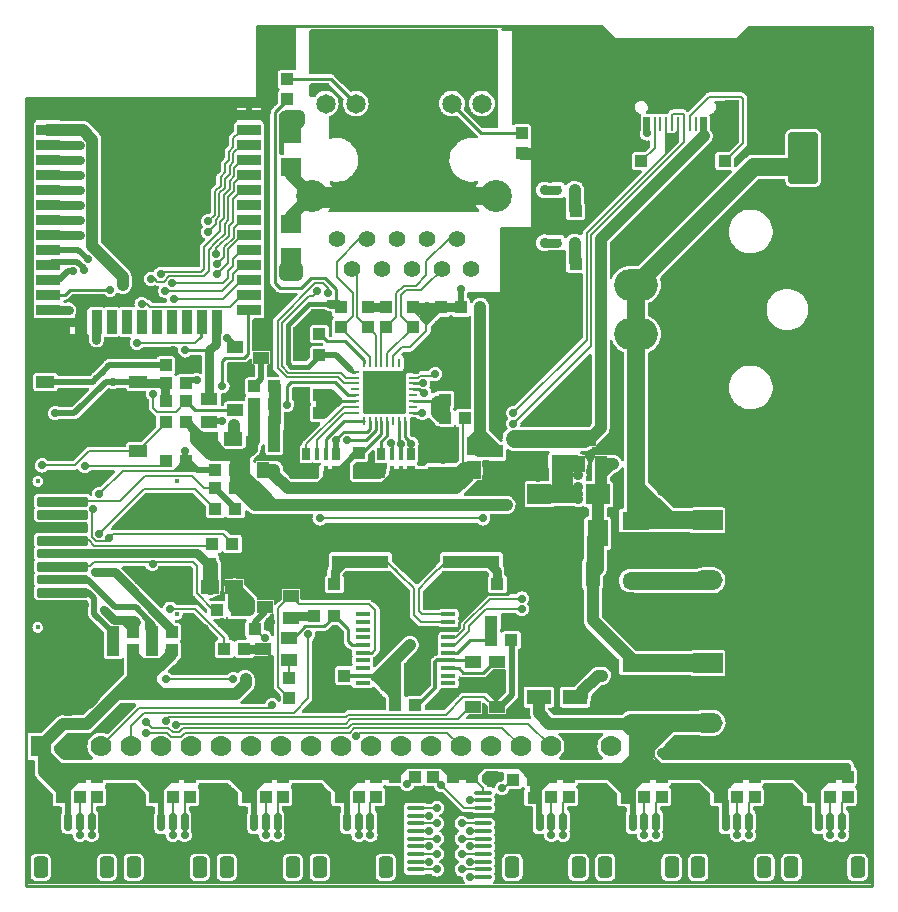
<source format=gbr>
%TF.GenerationSoftware,KiCad,Pcbnew,(7.0.0)*%
%TF.CreationDate,2023-03-12T03:28:46+03:00*%
%TF.ProjectId,ESP32-DEVKIT-L,45535033-322d-4444-9556-4b49542d4c2e,1*%
%TF.SameCoordinates,PX4260300PY8558f68*%
%TF.FileFunction,Copper,L1,Top*%
%TF.FilePolarity,Positive*%
%FSLAX46Y46*%
G04 Gerber Fmt 4.6, Leading zero omitted, Abs format (unit mm)*
G04 Created by KiCad (PCBNEW (7.0.0)) date 2023-03-12 03:28:46*
%MOMM*%
%LPD*%
G01*
G04 APERTURE LIST*
G04 Aperture macros list*
%AMRoundRect*
0 Rectangle with rounded corners*
0 $1 Rounding radius*
0 $2 $3 $4 $5 $6 $7 $8 $9 X,Y pos of 4 corners*
0 Add a 4 corners polygon primitive as box body*
4,1,4,$2,$3,$4,$5,$6,$7,$8,$9,$2,$3,0*
0 Add four circle primitives for the rounded corners*
1,1,$1+$1,$2,$3*
1,1,$1+$1,$4,$5*
1,1,$1+$1,$6,$7*
1,1,$1+$1,$8,$9*
0 Add four rect primitives between the rounded corners*
20,1,$1+$1,$2,$3,$4,$5,0*
20,1,$1+$1,$4,$5,$6,$7,0*
20,1,$1+$1,$6,$7,$8,$9,0*
20,1,$1+$1,$8,$9,$2,$3,0*%
G04 Aperture macros list end*
%TA.AperFunction,NonConductor*%
%ADD10C,0.254000*%
%TD*%
%TA.AperFunction,ComponentPad*%
%ADD11C,1.200000*%
%TD*%
%TA.AperFunction,ComponentPad*%
%ADD12C,6.300000*%
%TD*%
%TA.AperFunction,SMDPad,CuDef*%
%ADD13R,0.998220X1.099820*%
%TD*%
%TA.AperFunction,SMDPad,CuDef*%
%ADD14R,0.797560X1.198880*%
%TD*%
%TA.AperFunction,SMDPad,CuDef*%
%ADD15R,1.099820X0.998220*%
%TD*%
%TA.AperFunction,SMDPad,CuDef*%
%ADD16R,1.270000X1.524000*%
%TD*%
%TA.AperFunction,SMDPad,CuDef*%
%ADD17R,1.524000X1.270000*%
%TD*%
%TA.AperFunction,SMDPad,CuDef*%
%ADD18R,0.800000X0.800000*%
%TD*%
%TA.AperFunction,SMDPad,CuDef*%
%ADD19R,0.635000X1.016000*%
%TD*%
%TA.AperFunction,SMDPad,CuDef*%
%ADD20R,0.381000X1.016000*%
%TD*%
%TA.AperFunction,SMDPad,CuDef*%
%ADD21R,2.000000X0.900000*%
%TD*%
%TA.AperFunction,SMDPad,CuDef*%
%ADD22R,0.900000X2.000000*%
%TD*%
%TA.AperFunction,ComponentPad*%
%ADD23C,1.300000*%
%TD*%
%TA.AperFunction,ComponentPad*%
%ADD24C,2.000000*%
%TD*%
%TA.AperFunction,SMDPad,CuDef*%
%ADD25R,5.000000X5.000000*%
%TD*%
%TA.AperFunction,SMDPad,CuDef*%
%ADD26R,0.800000X0.250000*%
%TD*%
%TA.AperFunction,SMDPad,CuDef*%
%ADD27R,0.250000X0.800000*%
%TD*%
%TA.AperFunction,ComponentPad*%
%ADD28R,0.400000X0.400000*%
%TD*%
%TA.AperFunction,ComponentPad*%
%ADD29R,1.422400X1.422400*%
%TD*%
%TA.AperFunction,SMDPad,CuDef*%
%ADD30R,3.600000X3.600000*%
%TD*%
%TA.AperFunction,SMDPad,CuDef*%
%ADD31R,1.500000X0.800000*%
%TD*%
%TA.AperFunction,SMDPad,CuDef*%
%ADD32C,0.400000*%
%TD*%
%TA.AperFunction,SMDPad,CuDef*%
%ADD33R,1.500000X3.100000*%
%TD*%
%TA.AperFunction,SMDPad,CuDef*%
%ADD34R,1.524000X1.016000*%
%TD*%
%TA.AperFunction,ComponentPad*%
%ADD35C,1.410000*%
%TD*%
%TA.AperFunction,ComponentPad*%
%ADD36C,1.650000*%
%TD*%
%TA.AperFunction,ComponentPad*%
%ADD37C,2.700000*%
%TD*%
%TA.AperFunction,SMDPad,CuDef*%
%ADD38R,1.798320X1.597660*%
%TD*%
%TA.AperFunction,SMDPad,CuDef*%
%ADD39R,2.000000X1.700000*%
%TD*%
%TA.AperFunction,SMDPad,CuDef*%
%ADD40R,1.000000X1.400000*%
%TD*%
%TA.AperFunction,SMDPad,CuDef*%
%ADD41R,4.826000X1.100000*%
%TD*%
%TA.AperFunction,SMDPad,CuDef*%
%ADD42R,1.400000X1.000000*%
%TD*%
%TA.AperFunction,SMDPad,CuDef*%
%ADD43R,1.270000X0.325000*%
%TD*%
%TA.AperFunction,ComponentPad*%
%ADD44R,1.778000X1.778000*%
%TD*%
%TA.AperFunction,ComponentPad*%
%ADD45C,1.778000*%
%TD*%
%TA.AperFunction,SMDPad,CuDef*%
%ADD46R,1.778000X2.286000*%
%TD*%
%TA.AperFunction,SMDPad,CuDef*%
%ADD47RoundRect,0.150000X-0.150000X-0.625000X0.150000X-0.625000X0.150000X0.625000X-0.150000X0.625000X0*%
%TD*%
%TA.AperFunction,SMDPad,CuDef*%
%ADD48RoundRect,0.250000X-0.350000X-0.650000X0.350000X-0.650000X0.350000X0.650000X-0.350000X0.650000X0*%
%TD*%
%TA.AperFunction,SMDPad,CuDef*%
%ADD49R,1.270000X2.059940*%
%TD*%
%TA.AperFunction,ComponentPad*%
%ADD50R,2.300000X1.500000*%
%TD*%
%TA.AperFunction,ComponentPad*%
%ADD51O,2.300000X1.500000*%
%TD*%
%TA.AperFunction,ComponentPad*%
%ADD52R,2.500000X1.700000*%
%TD*%
%TA.AperFunction,ComponentPad*%
%ADD53O,2.500000X1.700000*%
%TD*%
%TA.AperFunction,ComponentPad*%
%ADD54RoundRect,0.250001X-1.599999X1.099999X-1.599999X-1.099999X1.599999X-1.099999X1.599999X1.099999X0*%
%TD*%
%TA.AperFunction,ComponentPad*%
%ADD55O,3.700000X2.700000*%
%TD*%
%TA.AperFunction,SMDPad,CuDef*%
%ADD56RoundRect,0.100000X-0.637500X-0.100000X0.637500X-0.100000X0.637500X0.100000X-0.637500X0.100000X0*%
%TD*%
%TA.AperFunction,ConnectorPad*%
%ADD57R,1.100000X2.200000*%
%TD*%
%TA.AperFunction,ComponentPad*%
%ADD58O,1.200000X2.200000*%
%TD*%
%TA.AperFunction,ConnectorPad*%
%ADD59R,1.100000X2.000000*%
%TD*%
%TA.AperFunction,ComponentPad*%
%ADD60O,1.300000X2.000000*%
%TD*%
%TA.AperFunction,SMDPad,CuDef*%
%ADD61R,0.300000X1.150000*%
%TD*%
%TA.AperFunction,SMDPad,CuDef*%
%ADD62R,0.250000X1.150000*%
%TD*%
%TA.AperFunction,SMDPad,CuDef*%
%ADD63C,1.000000*%
%TD*%
%TA.AperFunction,SMDPad,CuDef*%
%ADD64R,2.059940X1.270000*%
%TD*%
%TA.AperFunction,SMDPad,CuDef*%
%ADD65RoundRect,0.250000X1.000000X-1.950000X1.000000X1.950000X-1.000000X1.950000X-1.000000X-1.950000X0*%
%TD*%
%TA.AperFunction,ViaPad*%
%ADD66C,0.900000*%
%TD*%
%TA.AperFunction,ViaPad*%
%ADD67C,0.700000*%
%TD*%
%TA.AperFunction,ViaPad*%
%ADD68C,0.750000*%
%TD*%
%TA.AperFunction,Conductor*%
%ADD69C,0.508000*%
%TD*%
%TA.AperFunction,Conductor*%
%ADD70C,1.016000*%
%TD*%
%TA.AperFunction,Conductor*%
%ADD71C,0.254000*%
%TD*%
%TA.AperFunction,Conductor*%
%ADD72C,0.762000*%
%TD*%
%TA.AperFunction,Conductor*%
%ADD73C,0.203200*%
%TD*%
%TA.AperFunction,Conductor*%
%ADD74C,1.524000*%
%TD*%
%TA.AperFunction,Conductor*%
%ADD75C,0.406400*%
%TD*%
%TA.AperFunction,Conductor*%
%ADD76C,0.304800*%
%TD*%
%TA.AperFunction,Conductor*%
%ADD77C,1.270000*%
%TD*%
%TA.AperFunction,Conductor*%
%ADD78C,0.200000*%
%TD*%
%TA.AperFunction,Profile*%
%ADD79C,0.254000*%
%TD*%
G04 APERTURE END LIST*
D10*
X1050465Y25108198D02*
X5100465Y25108198D01*
X5100465Y25108198D02*
X5100465Y24568198D01*
X5100465Y24568198D02*
X1050465Y24568198D01*
X1050465Y24568198D02*
X1050465Y25108198D01*
G36*
X1050465Y25108198D02*
G01*
X5100465Y25108198D01*
X5100465Y24568198D01*
X1050465Y24568198D01*
X1050465Y25108198D01*
G37*
X1040000Y29520000D02*
X5090000Y29520000D01*
X5090000Y29520000D02*
X5090000Y28980000D01*
X5090000Y28980000D02*
X1040000Y28980000D01*
X1040000Y28980000D02*
X1040000Y29520000D01*
G36*
X1040000Y29520000D02*
G01*
X5090000Y29520000D01*
X5090000Y28980000D01*
X1040000Y28980000D01*
X1040000Y29520000D01*
G37*
X1040465Y31718198D02*
X5090465Y31718198D01*
X5090465Y31718198D02*
X5090465Y31178198D01*
X5090465Y31178198D02*
X1040465Y31178198D01*
X1040465Y31178198D02*
X1040465Y31718198D01*
G36*
X1040465Y31718198D02*
G01*
X5090465Y31718198D01*
X5090465Y31178198D01*
X1040465Y31178198D01*
X1040465Y31718198D01*
G37*
X1050000Y28420000D02*
X5100000Y28420000D01*
X5100000Y28420000D02*
X5100000Y27880000D01*
X5100000Y27880000D02*
X1050000Y27880000D01*
X1050000Y27880000D02*
X1050000Y28420000D01*
G36*
X1050000Y28420000D02*
G01*
X5100000Y28420000D01*
X5100000Y27880000D01*
X1050000Y27880000D01*
X1050000Y28420000D01*
G37*
X1050465Y27318198D02*
X5100465Y27318198D01*
X5100465Y27318198D02*
X5100465Y26778198D01*
X5100465Y26778198D02*
X1050465Y26778198D01*
X1050465Y26778198D02*
X1050465Y27318198D01*
G36*
X1050465Y27318198D02*
G01*
X5100465Y27318198D01*
X5100465Y26778198D01*
X1050465Y26778198D01*
X1050465Y27318198D01*
G37*
X1050465Y26218198D02*
X5100465Y26218198D01*
X5100465Y26218198D02*
X5100465Y25678198D01*
X5100465Y25678198D02*
X1050465Y25678198D01*
X1050465Y25678198D02*
X1050465Y26218198D01*
G36*
X1050465Y26218198D02*
G01*
X5100465Y26218198D01*
X5100465Y25678198D01*
X1050465Y25678198D01*
X1050465Y26218198D01*
G37*
X1040000Y32820000D02*
X5090000Y32820000D01*
X5090000Y32820000D02*
X5090000Y32280000D01*
X5090000Y32280000D02*
X1040000Y32280000D01*
X1040000Y32280000D02*
X1040000Y32820000D01*
G36*
X1040000Y32820000D02*
G01*
X5090000Y32820000D01*
X5090000Y32280000D01*
X1040000Y32280000D01*
X1040000Y32820000D01*
G37*
D11*
X1139000Y17524000D03*
X1901000Y19175000D03*
X1901000Y15746000D03*
X3552000Y19937000D03*
D12*
X3552000Y17524000D03*
D11*
X3552000Y15111000D03*
X5203000Y19175000D03*
X5203000Y15873000D03*
X5965000Y17524000D03*
D13*
X36063999Y34963639D03*
X36063999Y36660359D03*
X34539999Y34963639D03*
X34539999Y36660359D03*
D14*
X15733839Y27175999D03*
X17532159Y27175999D03*
D13*
X36825999Y48979359D03*
X36825999Y47282639D03*
X39873999Y36787359D03*
X39873999Y35090639D03*
X28189999Y36660359D03*
X28189999Y34963639D03*
X35174999Y48979359D03*
X35174999Y47282639D03*
D15*
X24847359Y44955999D03*
X23150639Y44955999D03*
X24847359Y40002999D03*
X23150639Y40002999D03*
X24847359Y41526999D03*
X23150639Y41526999D03*
X37166359Y41145999D03*
X35469639Y41145999D03*
D16*
X37968999Y35176999D03*
X37968999Y37208999D03*
D17*
X17648999Y25270999D03*
X15616999Y25270999D03*
D18*
X46461499Y54454999D03*
X44937499Y54454999D03*
D15*
X11847639Y44066999D03*
X13544359Y44066999D03*
D13*
X22093999Y66586639D03*
X22093999Y68283359D03*
X42032999Y63711359D03*
X42032999Y62014639D03*
X28951999Y48979359D03*
X28951999Y47282639D03*
X26665999Y48979359D03*
X26665999Y47282639D03*
X32761999Y48979359D03*
X32761999Y47282639D03*
X30475999Y48979359D03*
X30475999Y47282639D03*
D15*
X31278639Y15301499D03*
X32975359Y15301499D03*
X35469639Y39624999D03*
X37166359Y39624999D03*
X24847359Y46733999D03*
X23150639Y46733999D03*
X39406639Y20825999D03*
X41103359Y20825999D03*
X26117359Y22857999D03*
X24420639Y22857999D03*
D19*
X23744999Y35049999D03*
X23744999Y36573999D03*
D20*
X24633999Y35049999D03*
X24633999Y36573999D03*
X25395999Y35049999D03*
X25395999Y36573999D03*
D19*
X26284999Y35049999D03*
X26284999Y36573999D03*
X32634999Y36573999D03*
X32634999Y35049999D03*
D20*
X31745999Y36573999D03*
X31745999Y35049999D03*
X30983999Y36573999D03*
X30983999Y35049999D03*
D19*
X30094999Y36573999D03*
X30094999Y35049999D03*
D21*
X1909999Y65251999D03*
X1909999Y63981999D03*
X1909999Y62711999D03*
X1909999Y61441999D03*
X1909999Y60171999D03*
X1909999Y58901999D03*
X1909999Y57631999D03*
X1909999Y56361999D03*
X1909999Y55091999D03*
X1909999Y53821999D03*
X1909999Y52551999D03*
X1909999Y51281999D03*
X1909999Y50011999D03*
X1909999Y48741999D03*
D22*
X4709999Y47741999D03*
X5979999Y47741999D03*
X7249999Y47741999D03*
X8519999Y47741999D03*
X9789999Y47741999D03*
X11059999Y47741999D03*
X12329999Y47741999D03*
X13599999Y47741999D03*
X14869999Y47741999D03*
X16139999Y47741999D03*
D21*
X18909999Y48741999D03*
X18909999Y50011999D03*
X18909999Y51281999D03*
X18909999Y52551999D03*
X18909999Y53821999D03*
X18909999Y55091999D03*
X18909999Y56361999D03*
X18909999Y57631999D03*
X18909999Y58901999D03*
X18909999Y60171999D03*
X18909999Y61441999D03*
X18909999Y62711999D03*
X18909999Y63981999D03*
X18909999Y65251999D03*
D23*
X7610000Y59542000D03*
X7610000Y57742000D03*
X7610000Y55942000D03*
X9410000Y59542000D03*
D24*
X9410000Y57742000D03*
D25*
X9409999Y57741999D03*
D23*
X9410000Y55942000D03*
X11210000Y59542000D03*
X11210000Y57742000D03*
X11210000Y55942000D03*
D26*
X27898999Y43530999D03*
X27898999Y43030999D03*
X27898999Y42530999D03*
X27898999Y42030999D03*
X27898999Y41530999D03*
X27898999Y41030999D03*
X27898999Y40530999D03*
X27898999Y40030999D03*
D27*
X28598999Y39330999D03*
X29098999Y39330999D03*
X29598999Y39330999D03*
X30098999Y39330999D03*
X30598999Y39330999D03*
X31098999Y39330999D03*
X31598999Y39330999D03*
X32098999Y39330999D03*
D26*
X32798999Y40030999D03*
X32798999Y40530999D03*
X32798999Y41030999D03*
X32798999Y41530999D03*
X32798999Y42030999D03*
X32798999Y42530999D03*
X32798999Y43030999D03*
X32798999Y43530999D03*
D27*
X32098999Y44230999D03*
X31598999Y44230999D03*
X31098999Y44230999D03*
X30598999Y44230999D03*
X30098999Y44230999D03*
X29598999Y44230999D03*
X29098999Y44230999D03*
X28598999Y44230999D03*
D28*
X30848999Y43080999D03*
X29848999Y43080999D03*
X31648999Y42280999D03*
X29048999Y42280999D03*
D29*
X30348999Y41780999D03*
D30*
X30348999Y41780999D03*
D28*
X31648999Y41280999D03*
X29048999Y41280999D03*
X30848999Y40480999D03*
X29848999Y40480999D03*
D31*
X2726999Y24849999D03*
X2726999Y25949999D03*
X2726999Y27049999D03*
X2726999Y28149999D03*
X2726999Y29249999D03*
X2726999Y30349999D03*
X2726999Y31449999D03*
X2726999Y32549999D03*
D32*
X1007000Y21880000D03*
X12807000Y22970000D03*
X12807000Y34240000D03*
X1007000Y34240000D03*
D33*
X11976999Y31609999D03*
X11976999Y25549999D03*
D15*
X17481359Y28953999D03*
X15784639Y28953999D03*
D34*
X9520999Y42669999D03*
X1646999Y42669999D03*
X9520999Y36827999D03*
X1646999Y36827999D03*
D35*
X36455000Y54766000D03*
X35185000Y52226000D03*
X33915000Y54766000D03*
X32645000Y52226000D03*
X31375000Y54766000D03*
X30105000Y52226000D03*
X28835000Y54766000D03*
X27565000Y52226000D03*
D36*
X27930000Y66214500D03*
X38610000Y66214500D03*
D37*
X39800000Y58416000D03*
X24200000Y58416000D03*
D36*
X25390000Y66214500D03*
X36070000Y66214500D03*
D38*
X22474999Y56007539D03*
X22474999Y53208459D03*
X22474999Y60828459D03*
X22474999Y63627539D03*
D15*
X46547859Y52676999D03*
X44851139Y52676999D03*
X26117359Y25524999D03*
X24420639Y25524999D03*
X39914639Y25524999D03*
X41611359Y25524999D03*
D13*
X26949999Y17798359D03*
X26949999Y16101639D03*
D15*
X39406639Y22349999D03*
X41103359Y22349999D03*
D39*
X48469999Y33144999D03*
X43469999Y33144999D03*
D40*
X46798039Y35720559D03*
X48700499Y35720559D03*
X47745459Y37930359D03*
D41*
X28316999Y27429999D03*
X37714999Y27429999D03*
D42*
X22439439Y22670039D03*
X22439439Y24572499D03*
X20229639Y23617459D03*
D15*
X45040359Y35938999D03*
X43343639Y35938999D03*
D13*
X22309999Y15883279D03*
X22309999Y17579999D03*
D15*
X13544359Y42542999D03*
X11847639Y42542999D03*
X11847639Y41018999D03*
X13544359Y41018999D03*
D43*
X35746499Y17138999D03*
X35746499Y17788999D03*
X35746499Y18438999D03*
X35746499Y19088999D03*
X35746499Y19738999D03*
X35746499Y20388999D03*
X35746499Y21038999D03*
X35746499Y21688999D03*
X35746499Y22338999D03*
X35746499Y22988999D03*
X28507499Y22988999D03*
X28507499Y22338999D03*
X28507499Y21688999D03*
X28507499Y21038999D03*
X28507499Y20388999D03*
X28507499Y19738999D03*
X28507499Y19088999D03*
X28507499Y18438999D03*
X28507499Y17788999D03*
X28507499Y17138999D03*
D11*
X44319000Y68705000D03*
X45081000Y70356000D03*
X45081000Y66927000D03*
X46732000Y71118000D03*
D12*
X46732000Y68705000D03*
D11*
X46732000Y66292000D03*
X48383000Y70356000D03*
X48383000Y67054000D03*
X49145000Y68705000D03*
D44*
X1265999Y11808999D03*
D45*
X3806000Y11809000D03*
X6346000Y11809000D03*
X8886000Y11809000D03*
X11426000Y11809000D03*
X13966000Y11809000D03*
X16506000Y11809000D03*
X19046000Y11809000D03*
X21586000Y11809000D03*
X24126000Y11809000D03*
X26666000Y11809000D03*
X29206000Y11809000D03*
X31746000Y11809000D03*
X34286000Y11809000D03*
X36826000Y11809000D03*
X39366000Y11809000D03*
X41906000Y11809000D03*
X44446000Y11809000D03*
X46986000Y11809000D03*
X49526000Y11809000D03*
D18*
X46461499Y58899999D03*
X44937499Y58899999D03*
D15*
X44851139Y57121999D03*
X46547859Y57121999D03*
X12348359Y19939999D03*
X10651639Y19939999D03*
X17735359Y35176999D03*
X16038639Y35176999D03*
D46*
X48400999Y29842999D03*
X44046999Y29842999D03*
D40*
X21011959Y37427439D03*
X19109499Y37427439D03*
X20064539Y35217639D03*
D15*
X21037359Y42288999D03*
X19340639Y42288999D03*
D17*
X15489999Y37843999D03*
X17521999Y37843999D03*
D15*
X19340638Y39240999D03*
X21037358Y39240999D03*
D42*
X17684559Y45651959D03*
X17684559Y43749499D03*
X19894359Y44704539D03*
D15*
X19340638Y40764999D03*
X21037358Y40764999D03*
X9099359Y21460999D03*
X7402639Y21460999D03*
X17735359Y33652999D03*
X16038639Y33652999D03*
D42*
X15532999Y41206999D03*
X15532999Y39306999D03*
X17732999Y40256999D03*
X37841999Y15115999D03*
X37841999Y18915999D03*
X39873999Y18915999D03*
X39873999Y15115999D03*
D15*
X16038639Y31874999D03*
X17735359Y31874999D03*
X12348359Y21463999D03*
X10651639Y21463999D03*
X9099359Y19936999D03*
X7402639Y19936999D03*
X19386359Y21714999D03*
X17689639Y21714999D03*
X17862359Y23365999D03*
X16165639Y23365999D03*
D42*
X22312439Y19114039D03*
X22312439Y21016499D03*
X20102639Y20061459D03*
D15*
X18497359Y20063999D03*
X16800639Y20063999D03*
X13544359Y39240999D03*
X11847639Y39240999D03*
X13544359Y35938999D03*
X11847639Y35938999D03*
D13*
X28169999Y9235080D03*
X28169999Y7538360D03*
D15*
X39473359Y9219179D03*
X37776639Y9219179D03*
X17091639Y7479999D03*
X18788359Y7479999D03*
D47*
X10430000Y5440000D03*
X11430000Y5440000D03*
X12430000Y5440000D03*
X13430000Y5440000D03*
D48*
X9130000Y1565000D03*
X14730000Y1565000D03*
D15*
X64903199Y7474999D03*
X66599919Y7474999D03*
D49*
X47977599Y26399999D03*
X44472399Y26399999D03*
D13*
X4559999Y9236719D03*
X4559999Y7539999D03*
D47*
X2560000Y5440000D03*
X3560000Y5440000D03*
X4560000Y5440000D03*
X5560000Y5440000D03*
D48*
X1260000Y1565000D03*
X6860000Y1565000D03*
D35*
X26300000Y54775000D03*
D50*
X51609999Y30924999D03*
D51*
X51609999Y28384999D03*
X51609999Y25844999D03*
D15*
X1361639Y7479999D03*
X3058359Y7479999D03*
D47*
X50360000Y5434115D03*
X51360000Y5434115D03*
X52360000Y5434115D03*
X53360000Y5434115D03*
D48*
X49060000Y1559115D03*
X54660000Y1559115D03*
D47*
X58230000Y5435112D03*
X59230000Y5435112D03*
X60230000Y5435112D03*
X61230000Y5435112D03*
D48*
X56930000Y1560112D03*
X62530000Y1560112D03*
D13*
X21774999Y9236008D03*
X21774999Y7539288D03*
D47*
X26170000Y5436721D03*
X27170000Y5436721D03*
X28170000Y5436721D03*
X29170000Y5436721D03*
D48*
X24870000Y1561721D03*
X30470000Y1561721D03*
D13*
X53834999Y9232474D03*
X53834999Y7535754D03*
D50*
X51609999Y18849999D03*
D51*
X51609999Y16309999D03*
X51609999Y13769999D03*
D15*
X50401639Y61349999D03*
X52098359Y61349999D03*
X57032479Y7475111D03*
X58729199Y7475111D03*
D52*
X57724999Y18874999D03*
D53*
X57724999Y16334999D03*
X57724999Y13794999D03*
D13*
X52359999Y9229194D03*
X52359999Y7532474D03*
X60229999Y9233471D03*
X60229999Y7536751D03*
D52*
X57717499Y30934999D03*
D53*
X57717499Y28394999D03*
X57717499Y25854999D03*
D13*
X6034999Y9238359D03*
X6034999Y7541639D03*
D15*
X36193359Y9219999D03*
X34496639Y9219999D03*
D13*
X29644999Y9235080D03*
X29644999Y7538360D03*
D15*
X49160799Y7474114D03*
X50857519Y7474114D03*
D47*
X42490000Y5433893D03*
X43490000Y5433893D03*
X44490000Y5433893D03*
X45490000Y5433893D03*
D48*
X41190000Y1558893D03*
X46790000Y1558893D03*
D13*
X68100719Y9236639D03*
X68100719Y7539919D03*
D54*
X57165000Y50900000D03*
D55*
X57164999Y46699999D03*
X51664999Y50899999D03*
X51664999Y46699999D03*
D15*
X57476639Y61349999D03*
X59173359Y61349999D03*
D56*
X32987500Y7890000D03*
X32987500Y7240000D03*
X32987500Y6590000D03*
X32987500Y5940000D03*
X32987500Y5290000D03*
X32987500Y4640000D03*
X32987500Y3990000D03*
X32987500Y3340000D03*
X32987500Y2690000D03*
X32987500Y2040000D03*
X32987500Y1390000D03*
X32987500Y740000D03*
X38712500Y740000D03*
X38712500Y1390000D03*
X38712500Y2040000D03*
X38712500Y2690000D03*
X38712500Y3340000D03*
X38712500Y3990000D03*
X38712500Y4640000D03*
X38712500Y5290000D03*
X38712500Y5940000D03*
X38712500Y6590000D03*
X38712500Y7240000D03*
X38712500Y7890000D03*
D15*
X9231639Y7479999D03*
X10928359Y7479999D03*
D13*
X13904999Y9238359D03*
X13904999Y7541639D03*
D15*
X42948359Y8979999D03*
X41251639Y8979999D03*
D13*
X45964999Y9232252D03*
X45964999Y7535532D03*
X20299999Y9236008D03*
X20299999Y7539288D03*
D15*
X26669199Y7476720D03*
X24972479Y7476720D03*
D47*
X66110000Y5435000D03*
X67110000Y5435000D03*
X68110000Y5435000D03*
X69110000Y5435000D03*
D48*
X64810000Y1560000D03*
X70410000Y1560000D03*
D15*
X41292479Y7473892D03*
X42989199Y7473892D03*
D57*
X50047399Y65419999D03*
D58*
X50654999Y65419999D03*
X59294999Y65419999D03*
D57*
X59902599Y65419999D03*
D59*
X50047399Y69599999D03*
D60*
X50654999Y69599999D03*
X59294999Y69599999D03*
D59*
X59902599Y69599999D03*
D61*
X58299999Y64517999D03*
X57499999Y64517999D03*
D62*
X56224999Y64517999D03*
X55224999Y64517999D03*
X54724999Y64517999D03*
X53724999Y64517999D03*
D61*
X52449999Y64517999D03*
X51649999Y64517999D03*
X51899999Y64517999D03*
X52699999Y64517999D03*
D62*
X53224999Y64517999D03*
X54224999Y64517999D03*
X55724999Y64517999D03*
X56724999Y64517999D03*
D61*
X57249999Y64517999D03*
X58049999Y64517999D03*
D13*
X69575719Y9233359D03*
X69575719Y7536639D03*
D63*
X49225000Y61350000D03*
D13*
X12429999Y9236719D03*
X12429999Y7539999D03*
D64*
X46474999Y15974999D03*
X46474999Y19480199D03*
D35*
X37715000Y52225000D03*
D15*
X31221639Y9219999D03*
X32918359Y9219999D03*
D13*
X61704999Y9233471D03*
X61704999Y7536751D03*
X44489999Y9230612D03*
X44489999Y7533892D03*
D47*
X18300000Y5437649D03*
X19300000Y5437649D03*
X20300000Y5437649D03*
X21300000Y5437649D03*
D48*
X17000000Y1562649D03*
X22600000Y1562649D03*
D65*
X65810000Y61620000D03*
X65810000Y70020000D03*
D54*
X57165000Y50900000D03*
D55*
X57164999Y46699999D03*
X51664999Y50899999D03*
X51664999Y46699999D03*
D64*
X43424999Y15974999D03*
X43424999Y19480199D03*
D66*
X45670000Y40830000D03*
X50100000Y44160000D03*
X44850000Y51730000D03*
X14015299Y24177800D03*
X55150000Y28385000D03*
X35940000Y30088000D03*
X20570000Y67818000D03*
X61490000Y30950000D03*
X60185000Y18845000D03*
X67805000Y17590000D03*
X20570000Y69084000D03*
X11035000Y61698000D03*
X65290000Y12515000D03*
X14855000Y59163000D03*
X69090000Y11235000D03*
X69080000Y32220000D03*
X60205000Y16295000D03*
X3400000Y65468000D03*
X34849102Y38502577D03*
X63985000Y20130000D03*
X35940000Y28945000D03*
X62760000Y12505000D03*
X65280000Y33500000D03*
X55185000Y23310000D03*
X60205000Y17565000D03*
X64005000Y15040000D03*
X13585000Y61718000D03*
X37210000Y28945000D03*
X64030000Y12505000D03*
X7230000Y65483000D03*
X61455000Y21390000D03*
X12325000Y59163000D03*
X11035000Y65508000D03*
X13575000Y64238000D03*
X53915000Y23310000D03*
D67*
X32580000Y44010000D03*
D66*
X9765000Y61698000D03*
X67830000Y29690000D03*
X57655000Y21375000D03*
X61490000Y29680000D03*
X5960000Y65483000D03*
X69090000Y29680000D03*
X28317000Y30095000D03*
X61480000Y32220000D03*
X13585000Y55353000D03*
X56400000Y21375000D03*
X20570000Y66548000D03*
X69090000Y12505000D03*
X61490000Y13775000D03*
X56430000Y11210000D03*
X34635525Y21610100D03*
X64030000Y13775000D03*
X62760000Y13775000D03*
X28317000Y28952000D03*
X32130000Y23235000D03*
D67*
X40174428Y9133880D03*
D66*
X29206000Y35175000D03*
X32130000Y28948000D03*
X8500000Y64213000D03*
X38480000Y30088000D03*
X70355000Y33490000D03*
X69115000Y23335000D03*
X61490000Y12505000D03*
X20323700Y65490519D03*
X23110000Y65147000D03*
X56425000Y33475000D03*
X69090000Y28410000D03*
X66535000Y17590000D03*
X65290000Y13785000D03*
X69055000Y21390000D03*
X17680000Y42740000D03*
X23070479Y45803479D03*
X4568000Y37587848D03*
X67825000Y33510000D03*
X12305000Y62968000D03*
X62735000Y16310000D03*
X21967000Y51685000D03*
X67855000Y24615000D03*
X22690000Y35050000D03*
X14855000Y60433000D03*
X27047000Y30095000D03*
X64005000Y16310000D03*
X70360000Y30950000D03*
X61465000Y16310000D03*
X11035000Y62968000D03*
X65265000Y17590000D03*
X58220000Y4230000D03*
X9765000Y64238000D03*
X62755000Y32220000D03*
X12461090Y45243100D03*
X61515000Y25875000D03*
X61455000Y20120000D03*
X65315000Y23345000D03*
X70360000Y28410000D03*
X22094000Y65147000D03*
X29587000Y30095000D03*
X60230000Y11220000D03*
X14845000Y62973000D03*
X58955000Y33475000D03*
X7230000Y62943000D03*
X60230000Y28395000D03*
X4905900Y23813898D03*
X64000000Y21400000D03*
X69055000Y20120000D03*
X65265000Y18860000D03*
X44700000Y28063000D03*
X66560000Y30960000D03*
X13585000Y60433000D03*
X70385000Y24605000D03*
X13585000Y59163000D03*
X70355000Y32220000D03*
X60230000Y27125000D03*
X62755000Y33490000D03*
X35940000Y24378000D03*
X64055000Y24605000D03*
X61515000Y24605000D03*
X67810000Y30970000D03*
X64030000Y28410000D03*
X64030000Y29680000D03*
X67810000Y32240000D03*
X16603499Y22239588D03*
X36826000Y45716000D03*
X60210000Y30945000D03*
X10420000Y4215669D03*
X67830000Y11245000D03*
X66530000Y21400000D03*
X70330000Y21390000D03*
X70330000Y20120000D03*
X2560000Y4220000D03*
X13575000Y62968000D03*
X67855000Y23345000D03*
X63985000Y18860000D03*
X36826000Y44700000D03*
X55160000Y11210000D03*
X20570000Y48129000D03*
X13585000Y57893000D03*
X70335000Y16310000D03*
X15064589Y21704589D03*
X53890000Y11210000D03*
X57680000Y33475000D03*
X61515000Y23335000D03*
X42489227Y4220000D03*
X34670000Y30091000D03*
X57690000Y11220000D03*
X16115000Y65498000D03*
X69065000Y18850000D03*
X66560000Y12515000D03*
X43684000Y28063000D03*
X11035000Y64238000D03*
X66560000Y13785000D03*
X67785000Y18870000D03*
X8500000Y61673000D03*
X65255000Y21400000D03*
X4695000Y49145000D03*
X61490000Y27140000D03*
X64030000Y27140000D03*
X62785000Y24605000D03*
X30860000Y24382000D03*
X13585000Y56623000D03*
X64025000Y33500000D03*
X69080000Y33490000D03*
X69090000Y27140000D03*
X20580000Y24670000D03*
X57715000Y23320000D03*
X66535000Y16320000D03*
X7230000Y64213000D03*
X66560000Y15055000D03*
X55135000Y16285000D03*
X61465000Y18850000D03*
X44940000Y20738000D03*
X65315000Y24615000D03*
X20653228Y22336328D03*
X61490000Y28410000D03*
X12325000Y55353000D03*
X12305000Y65508000D03*
X8500000Y65483000D03*
X65290000Y29690000D03*
X70360000Y13775000D03*
X56455000Y23310000D03*
X14845000Y65498000D03*
X62735000Y17580000D03*
X25777000Y28952000D03*
X12305000Y64238000D03*
X62785000Y27145000D03*
X12305000Y61698000D03*
X70335000Y17580000D03*
X66585000Y25885000D03*
X66555000Y32230000D03*
X64005000Y17580000D03*
X38480000Y28945000D03*
X60255000Y25860000D03*
X16115000Y62973000D03*
X7489000Y49399000D03*
X32130000Y30091000D03*
X60205000Y15025000D03*
X33400000Y30091000D03*
X30860000Y23235000D03*
X43352843Y34630393D03*
X33400000Y28948000D03*
X37207000Y24380000D03*
D67*
X5971100Y49346601D03*
D66*
X62760000Y30950000D03*
X62760000Y28410000D03*
X17385000Y65498000D03*
X69090000Y30950000D03*
X62785000Y23335000D03*
X20570000Y70354000D03*
X66530000Y20130000D03*
X70360000Y12505000D03*
X25380000Y16970000D03*
X61480000Y33490000D03*
X65255000Y20130000D03*
X69115000Y25875000D03*
X61465000Y15040000D03*
X50340000Y4230000D03*
X65280000Y32230000D03*
X67830000Y12515000D03*
X62785000Y25875000D03*
X70360000Y29680000D03*
X30857000Y28952000D03*
X9770000Y62943000D03*
X64030000Y11235000D03*
X8568500Y49399561D03*
X20570000Y71624000D03*
X16115000Y64248000D03*
X12315000Y60433000D03*
X53880000Y28385000D03*
X60255000Y23320000D03*
X65290000Y11245000D03*
X60225000Y33485000D03*
X34670000Y24378000D03*
X22094000Y71624000D03*
X62760000Y11235000D03*
X67830000Y27150000D03*
X64010000Y30960000D03*
X70385000Y25875000D03*
X12325000Y57893000D03*
X22957600Y51685000D03*
X8500000Y62943000D03*
X32130000Y22088000D03*
X62760000Y15045000D03*
X12325000Y56623000D03*
X4680000Y65478000D03*
X66560000Y29690000D03*
X64010000Y32230000D03*
X34670000Y28948000D03*
X65315000Y25885000D03*
X35774009Y5859842D03*
X65290000Y27150000D03*
X14845000Y64248000D03*
X26170000Y4216721D03*
X60230000Y29665000D03*
X4695000Y44192000D03*
X9765000Y65508000D03*
X7230000Y61673000D03*
X62730000Y21390000D03*
X60200000Y21385000D03*
X44812500Y56173000D03*
X53880000Y33465000D03*
X67805000Y15050000D03*
X69090000Y13775000D03*
X9609195Y25870474D03*
X62760000Y29680000D03*
X60255000Y24590000D03*
X62730000Y20120000D03*
X67830000Y28420000D03*
X69065000Y15040000D03*
X53855000Y21365000D03*
X58930000Y21375000D03*
X32130000Y24381000D03*
X69065000Y16310000D03*
X39154589Y34343411D03*
X14855000Y57893000D03*
X55130000Y21365000D03*
X4695000Y45462000D03*
X70335000Y18850000D03*
X60230000Y13760000D03*
X55155000Y33465000D03*
X7225961Y41504039D03*
X66555000Y33500000D03*
X60230000Y12490000D03*
X14855000Y61718000D03*
X65290000Y28420000D03*
X70385000Y23335000D03*
X25015000Y48065500D03*
X22094000Y70354000D03*
X61465000Y17580000D03*
X30860000Y22088000D03*
X66585000Y24615000D03*
X66560000Y11245000D03*
X644186Y30348000D03*
X67830000Y13785000D03*
X67800000Y21410000D03*
X58960000Y11220000D03*
X69115000Y24605000D03*
X58985000Y23320000D03*
X66100000Y4230000D03*
X29587000Y28952000D03*
X60185000Y20115000D03*
X16125000Y61703000D03*
X37210000Y30088000D03*
X66585000Y27155000D03*
X70360000Y11235000D03*
X67855000Y25885000D03*
X61490000Y11235000D03*
X69065000Y17580000D03*
X64055000Y25875000D03*
X66535000Y18860000D03*
X65265000Y16320000D03*
X67785000Y20140000D03*
X70360000Y15045000D03*
X27047000Y28952000D03*
X66585000Y23345000D03*
X30857000Y30095000D03*
X36336128Y16343872D03*
X67805000Y16320000D03*
X62735000Y18850000D03*
X70385000Y27145000D03*
X18298234Y4212649D03*
X65290000Y30960000D03*
X25777000Y30095000D03*
X64055000Y23335000D03*
X60210000Y32215000D03*
X66560000Y28420000D03*
X29590000Y24378000D03*
X13575000Y65508000D03*
X65265000Y15050000D03*
X53865000Y16285000D03*
X18851351Y23366097D03*
D67*
X14474000Y42797000D03*
D66*
X40690000Y32256000D03*
X8180000Y50860000D03*
X44300000Y13730000D03*
X18590000Y17500000D03*
X18500000Y36440000D03*
X14380071Y38372992D03*
X43430000Y14603000D03*
D67*
X20840000Y15280551D03*
X1373596Y35598933D03*
X20208300Y21020000D03*
X4550000Y62736000D03*
X36826000Y50544000D03*
X29714000Y49020000D03*
D66*
X33970000Y49020000D03*
X38477000Y49020000D03*
D68*
X25777000Y49274000D03*
D66*
X41364900Y37840000D03*
D67*
X57375000Y63700000D03*
D66*
X32480000Y20380000D03*
D67*
X52575000Y63700000D03*
X34675000Y40000000D03*
X10783480Y41634700D03*
X12202865Y23472700D03*
X4550000Y57656000D03*
D66*
X46770000Y32764000D03*
X48775000Y17775000D03*
X46770000Y34796000D03*
X46770000Y33780000D03*
D67*
X12548555Y49657751D03*
X37630000Y7240000D03*
X32287950Y8614224D03*
X4550000Y60196000D03*
X10159519Y13895438D03*
X10189840Y12975717D03*
X4550000Y61466000D03*
X4550000Y56386000D03*
X35145630Y8547045D03*
D66*
X21020000Y35220000D03*
X17649000Y38987000D03*
D67*
X16633000Y39367980D03*
X16633000Y42289000D03*
X17554700Y17500000D03*
X11840211Y17500211D03*
X4550000Y58926000D03*
X27948670Y12640081D03*
X7361100Y42670000D03*
X2479143Y40010000D03*
X17000543Y46411091D03*
X23900000Y21314700D03*
X12401455Y50997029D03*
X11847164Y13987300D03*
X10600358Y51399500D03*
X13438190Y45337000D03*
X13440000Y36790000D03*
X6208900Y33188293D03*
X6210000Y29820300D03*
X9793926Y49269812D03*
X11397444Y51785274D03*
X12674333Y13641251D03*
X26284996Y37780500D03*
X4876919Y52140990D03*
X27174000Y37780500D03*
X5240429Y53043317D03*
X30873671Y37471275D03*
X4003187Y52061931D03*
X31750000Y37430000D03*
X16184289Y51771382D03*
X32640000Y37429534D03*
X7133800Y50463101D03*
X5712747Y31897853D03*
X7000251Y29439300D03*
X9394000Y45972000D03*
X10719095Y27241700D03*
X6600000Y23366000D03*
X9336254Y22322491D03*
X3622686Y48766000D03*
X5965000Y46226000D03*
X8620300Y25430000D03*
X5838000Y26540998D03*
X24869536Y31110464D03*
X38714930Y31113000D03*
X4550000Y55100000D03*
D66*
X43912500Y58900000D03*
D67*
X15427114Y55370000D03*
X34652156Y43340000D03*
X16150053Y52648526D03*
X33642256Y42564031D03*
X16116035Y53525679D03*
X33725383Y41690676D03*
X15418726Y56251734D03*
X33568163Y40029483D03*
X11808376Y50349872D03*
X22126611Y40740917D03*
X25559530Y50187798D03*
X24666301Y50321179D03*
D66*
X33905000Y71245000D03*
X30095000Y71245000D03*
X28190000Y69340000D03*
X33905000Y67435000D03*
X33905000Y59815000D03*
X32000000Y69340000D03*
X30095000Y63625000D03*
X30095000Y67435000D03*
X32000000Y61720000D03*
X28190000Y57910000D03*
X35810000Y57910000D03*
X38350000Y69340000D03*
X32000000Y65530000D03*
X25650000Y69340000D03*
X36445000Y64260000D03*
X35810000Y69340000D03*
X32000000Y57910000D03*
X33905000Y63625000D03*
X27555000Y64260000D03*
X30095000Y59815000D03*
X26920000Y71245000D03*
X37080000Y71245000D03*
D67*
X4155440Y31450000D03*
X4980000Y35538700D03*
X40304333Y8266251D03*
X34800000Y6590000D03*
X41264900Y40018517D03*
X41979830Y23432698D03*
D66*
X43912500Y54450000D03*
X49710000Y35720000D03*
D67*
X41264900Y39129118D03*
X41979330Y24314690D03*
X34090000Y5940000D03*
X4560000Y4290000D03*
X34790000Y5290000D03*
X5560000Y4290000D03*
X12430000Y4290000D03*
X34090000Y4640000D03*
X34790000Y3990000D03*
X13430000Y4290000D03*
X34090000Y3340000D03*
X20308234Y4290126D03*
X34790000Y2690000D03*
X21300000Y4290126D03*
X34090000Y2040000D03*
X28170000Y4286721D03*
X29170000Y4286721D03*
X34790000Y1390000D03*
X37600000Y740000D03*
X44490000Y4283893D03*
X36900000Y1390000D03*
X45490000Y4283893D03*
X52360000Y4284115D03*
X37600000Y2040000D03*
X53360000Y4284115D03*
X36900000Y2690000D03*
X37600000Y3340000D03*
X60230000Y4285112D03*
X61230000Y4285112D03*
X36900000Y3990000D03*
X68110000Y4285000D03*
X37600000Y4640000D03*
X36900000Y5290000D03*
X69110000Y4285000D03*
D69*
X26412000Y35050000D02*
X26285000Y35050000D01*
X27895360Y36533360D02*
X26412000Y35050000D01*
X27895360Y36660360D02*
X27895360Y36533360D01*
D70*
X22178606Y33653000D02*
X24520000Y33653000D01*
X21020000Y34811606D02*
X22178606Y33653000D01*
X21020000Y35220000D02*
X21020000Y34811606D01*
X21017640Y35217640D02*
X20064540Y35217640D01*
X21020000Y35220000D02*
X21017640Y35217640D01*
D71*
X23745000Y35050000D02*
X22690000Y35050000D01*
D72*
X23110000Y37971000D02*
X23110000Y40003000D01*
X22729000Y37590000D02*
X23110000Y37971000D01*
X22729000Y35089000D02*
X22729000Y37590000D01*
D70*
X24325000Y35050000D02*
X22690000Y35050000D01*
D72*
X22690000Y35050000D02*
X22729000Y35089000D01*
D70*
X48650000Y54750000D02*
X57375000Y63475000D01*
X57375000Y63475000D02*
X57375000Y63500000D01*
X47744020Y37844020D02*
X48650000Y38750000D01*
X41368920Y37844020D02*
X47744020Y37844020D01*
X48650000Y38750000D02*
X48650000Y54750000D01*
D71*
X33259000Y42031000D02*
X32799000Y42031000D01*
X33599324Y41690676D02*
X33259000Y42031000D01*
X33725383Y41690676D02*
X33599324Y41690676D01*
D73*
X33219118Y43031000D02*
X32799000Y43031000D01*
X33381549Y43193431D02*
X33219118Y43031000D01*
X34505587Y43193431D02*
X33381549Y43193431D01*
X34652156Y43340000D02*
X34505587Y43193431D01*
D71*
X33609225Y42531000D02*
X32799000Y42531000D01*
X33642256Y42564031D02*
X33609225Y42531000D01*
X25396000Y37817532D02*
X25396000Y36574000D01*
X28599000Y39331000D02*
X26909468Y39331000D01*
X26909468Y39331000D02*
X25396000Y37817532D01*
X28813158Y37780500D02*
X27174000Y37780500D01*
X29599000Y38566342D02*
X28813158Y37780500D01*
X29599000Y38606000D02*
X29599000Y38566342D01*
X26902772Y38435300D02*
X26284996Y37817524D01*
X29099000Y38677000D02*
X28857300Y38435300D01*
X29099000Y39331000D02*
X29099000Y38677000D01*
X28857300Y38435300D02*
X26902772Y38435300D01*
X26284996Y37817524D02*
X26284996Y37780500D01*
X30099000Y38233290D02*
X30099000Y39331000D01*
X28566710Y36701000D02*
X30099000Y38233290D01*
X28190000Y36701000D02*
X28566710Y36701000D01*
X30095000Y37618632D02*
X30095000Y36574000D01*
X30599000Y38122632D02*
X30095000Y37618632D01*
X30599000Y39331000D02*
X30599000Y38122632D01*
X30984000Y37360946D02*
X30984000Y36574000D01*
X30873671Y37471275D02*
X30984000Y37360946D01*
X32099000Y38007028D02*
X32099000Y39331000D01*
X32640000Y37466028D02*
X32099000Y38007028D01*
X32640000Y37429534D02*
X32640000Y37466028D01*
X31599000Y37581000D02*
X31599000Y39331000D01*
X31750000Y37430000D02*
X31599000Y37581000D01*
X31746000Y36574000D02*
X31746000Y37426000D01*
X31746000Y37426000D02*
X31750000Y37430000D01*
X32635000Y37424534D02*
X32635000Y36574000D01*
X32640000Y37429534D02*
X32635000Y37424534D01*
X33542117Y40031000D02*
X32799000Y40031000D01*
X33543634Y40029483D02*
X33542117Y40031000D01*
X33568163Y40029483D02*
X33543634Y40029483D01*
D73*
X47481600Y46235217D02*
X47481600Y55233967D01*
X47481600Y55233967D02*
X54086316Y61838684D01*
X41264900Y40018517D02*
X47481600Y46235217D01*
X47862600Y55076152D02*
X55725000Y62938552D01*
X55725000Y62938552D02*
X55725000Y64518000D01*
X47862600Y45726818D02*
X47862600Y55076152D01*
X41264900Y39129118D02*
X47862600Y45726818D01*
X36428336Y21039000D02*
X35746500Y21039000D01*
X41979330Y24314690D02*
X39272938Y24314690D01*
X39272938Y24314690D02*
X37092700Y22134452D01*
X37092700Y22134452D02*
X37092700Y21703364D01*
X37092700Y21703364D02*
X36428336Y21039000D01*
D74*
X47239980Y37844020D02*
X47240000Y37844000D01*
X41368920Y37844020D02*
X47239980Y37844020D01*
D70*
X41364900Y37840000D02*
X41368920Y37844020D01*
D74*
X42155956Y37840000D02*
X41364900Y37840000D01*
X42160000Y37844044D02*
X42155956Y37840000D01*
D70*
X49520500Y35720000D02*
X48700500Y34900000D01*
X49710000Y35720000D02*
X49520500Y35720000D01*
X48700500Y34900000D02*
X48700500Y35720560D01*
X48700500Y33375500D02*
X48700500Y34900000D01*
X49709440Y35720560D02*
X49710000Y35720000D01*
X48700500Y35720560D02*
X49709440Y35720560D01*
X48401000Y29843000D02*
X48401000Y33076000D01*
X48401000Y33076000D02*
X48470000Y33145000D01*
X48401000Y26823400D02*
X47977600Y26400000D01*
X48401000Y29843000D02*
X48401000Y26823400D01*
X47977600Y29419600D02*
X48401000Y29843000D01*
X47977600Y26400000D02*
X47977600Y29419600D01*
D72*
X46389000Y33145000D02*
X46770000Y32764000D01*
D74*
X43470000Y33145000D02*
X46389000Y33145000D01*
D70*
X45843000Y33691000D02*
X45843000Y35939000D01*
X45170000Y33691000D02*
X45843000Y33691000D01*
X45081000Y33780000D02*
X45170000Y33691000D01*
X20570000Y28700000D02*
X20570000Y27684000D01*
D75*
X34387000Y21689000D02*
X34032000Y21334000D01*
D70*
X34032000Y29716000D02*
X34032000Y29462000D01*
X34032000Y29462000D02*
X34032000Y29716000D01*
X34032000Y29716000D02*
X30857000Y29716000D01*
X22094000Y64387000D02*
X22094000Y65149000D01*
X23110000Y65149000D02*
X23110000Y64641000D01*
X23110000Y64641000D02*
X22475000Y64006000D01*
X21967000Y52322000D02*
X21967000Y51687000D01*
D72*
X35937000Y45718000D02*
X36826000Y45718000D01*
D69*
X37080000Y44448000D02*
X36826000Y44702000D01*
X28444000Y35177000D02*
X29206000Y35177000D01*
X29968000Y35177000D02*
X29206000Y35177000D01*
D70*
X25904000Y29716000D02*
X26031000Y29716000D01*
X25015000Y28827000D02*
X24253000Y28827000D01*
X24253000Y27811000D02*
X24253000Y26795000D01*
D72*
X24253000Y25525000D02*
X24253000Y26795000D01*
D70*
X10985000Y57783000D02*
X14474000Y57783000D01*
X13144000Y59942000D02*
X14728000Y59942000D01*
X10664000Y57496000D02*
X10664000Y61847000D01*
X13204000Y60002000D02*
X13204000Y61974000D01*
X8124000Y60036000D02*
X8124000Y61974000D01*
D75*
X25396000Y24509000D02*
X29968000Y24509000D01*
D70*
X35937000Y29716000D02*
X34032000Y29716000D01*
X37969000Y29716000D02*
X35937000Y29716000D01*
X28317000Y29716000D02*
X25904000Y29716000D01*
X30857000Y28954000D02*
X30857000Y29716000D01*
X30857000Y29716000D02*
X30857000Y29462000D01*
X30857000Y29462000D02*
X30857000Y29716000D01*
X30857000Y29716000D02*
X28317000Y29716000D01*
X30349000Y25652000D02*
X27936000Y25652000D01*
X31492000Y22858000D02*
X31619000Y22985000D01*
X31619000Y22985000D02*
X31619000Y24382000D01*
X9140000Y65530000D02*
X9140000Y61720000D01*
X12315000Y61720000D02*
X12315000Y65530000D01*
X14855000Y65530000D02*
X14855000Y63752000D01*
X14855000Y63752000D02*
X14855000Y61720000D01*
X21459000Y71626000D02*
X21459000Y70356000D01*
X43684000Y29480000D02*
X43684000Y28065000D01*
X44700000Y29190000D02*
X44700000Y28065000D01*
D72*
X23110000Y45718000D02*
X23110000Y45718000D01*
X23110000Y45718000D02*
X23110000Y45210000D01*
D69*
X35175000Y44829000D02*
X34794000Y44448000D01*
D70*
X10710000Y57492000D02*
X10664000Y57446000D01*
X11192800Y30825800D02*
X11977000Y31610000D01*
X17680000Y42740000D02*
X17684560Y42744560D01*
D72*
X18910000Y65252000D02*
X17419000Y65252000D01*
D70*
X20697000Y28827000D02*
X20570000Y28700000D01*
D69*
X572999Y66096001D02*
X1906499Y66096001D01*
X33778000Y44448000D02*
X36572000Y44448000D01*
D70*
X37969000Y29335000D02*
X37969000Y29716000D01*
X10681000Y57479000D02*
X12950000Y55210000D01*
D69*
X36318004Y37095026D02*
X36318004Y37590000D01*
D70*
X3806000Y65530000D02*
X3552000Y65276000D01*
D71*
X41531803Y25525000D02*
X40727893Y24721090D01*
D74*
X3552000Y17524000D02*
X3552000Y22731000D01*
D71*
X32099000Y44420000D02*
X32127000Y44448000D01*
D72*
X3552000Y17524000D02*
X3679000Y17651000D01*
D70*
X43340000Y35394000D02*
X43303000Y35431000D01*
D69*
X23110000Y40003000D02*
X23110000Y41527000D01*
D72*
X23110000Y46734000D02*
X23110000Y45718000D01*
D76*
X504000Y65085500D02*
X504000Y44829000D01*
D70*
X43340000Y34700000D02*
X43340000Y35394000D01*
D69*
X30095000Y35050000D02*
X29968000Y35177000D01*
D70*
X22475000Y64006000D02*
X22094000Y64387000D01*
D72*
X2727000Y30350000D02*
X2728000Y30351000D01*
D71*
X33074000Y43531000D02*
X33483000Y43940000D01*
D70*
X24253000Y25652000D02*
X24380000Y25525000D01*
D69*
X625000Y65825000D02*
X4225000Y65825000D01*
X33873999Y44352001D02*
X33778000Y44448000D01*
D70*
X43303000Y35431000D02*
X43303000Y35939000D01*
D73*
X625000Y65502431D02*
X625000Y65825000D01*
D70*
X28317000Y29716000D02*
X28317000Y28954000D01*
X11977000Y25550000D02*
X11977000Y24750000D01*
X25904000Y29716000D02*
X25015000Y28827000D01*
D76*
X24634000Y34605500D02*
X22411500Y34605500D01*
D70*
X17395000Y65276000D02*
X17141000Y65530000D01*
D69*
X19040501Y66096001D02*
X20120001Y66096001D01*
D70*
X23110000Y46734000D02*
X23110000Y45845000D01*
D71*
X34667000Y44448000D02*
X33256962Y44448000D01*
D73*
X10430000Y5430769D02*
X10440720Y5441489D01*
D69*
X1910000Y65252000D02*
X1910000Y66092500D01*
D70*
X36064000Y36701000D02*
X34540000Y36701000D01*
D69*
X37143500Y41336500D02*
X37461000Y41654000D01*
X20443000Y48258000D02*
X20443000Y65252000D01*
X18910000Y65965500D02*
X19040501Y66096001D01*
D76*
X24634000Y35050000D02*
X24634000Y34605500D01*
D70*
X20062000Y27176000D02*
X20570000Y27684000D01*
X17684560Y42744560D02*
X17684560Y43749500D01*
D71*
X32099000Y44231000D02*
X32099000Y44420000D01*
D70*
X41148066Y22345934D02*
X41900538Y22345934D01*
X35937000Y29716000D02*
X35937000Y29081000D01*
D72*
X24380000Y25525000D02*
X24253000Y25525000D01*
D70*
X10681000Y57479000D02*
X10985000Y57783000D01*
X11977000Y25550000D02*
X11977000Y25314000D01*
X4695000Y44830396D02*
X4695000Y44194000D01*
D72*
X23110000Y46734000D02*
X23110000Y47077562D01*
D71*
X40727893Y24721090D02*
X39070090Y24721090D01*
D69*
X4225000Y65825000D02*
X4250000Y65850000D01*
D75*
X24380000Y25525000D02*
X25396000Y24509000D01*
D70*
X42033000Y61974000D02*
X44192000Y61974000D01*
D72*
X1910000Y65252000D02*
X3528000Y65252000D01*
D73*
X4636898Y23813898D02*
X3552000Y22729000D01*
D70*
X11977000Y31610000D02*
X12220000Y31367000D01*
D69*
X33524000Y43940000D02*
X33873999Y44289999D01*
D72*
X20697000Y66228500D02*
X20697000Y69594000D01*
D70*
X10681000Y57479000D02*
X10631000Y57529000D01*
D69*
X20443000Y65252000D02*
X20443000Y65974500D01*
D70*
X22957600Y51687000D02*
X21967000Y51687000D01*
D72*
X20697000Y69594000D02*
X21459000Y70356000D01*
D69*
X20443000Y65252000D02*
X18910000Y65252000D01*
X35810000Y45464000D02*
X35175000Y44829000D01*
D76*
X670500Y65252000D02*
X504000Y65085500D01*
D70*
X10681000Y57479000D02*
X13204000Y60002000D01*
D69*
X37461000Y41654000D02*
X37461000Y44194000D01*
D71*
X33256962Y44448000D02*
X32761988Y44448000D01*
D72*
X35810000Y45591000D02*
X35937000Y45718000D01*
D73*
X4905900Y23813898D02*
X4636898Y23813898D01*
D70*
X24253000Y28827000D02*
X20697000Y28827000D01*
D76*
X1139000Y44194000D02*
X4695000Y44194000D01*
D70*
X36826000Y45718000D02*
X36826000Y44702000D01*
X19833410Y30579590D02*
X20570000Y29843000D01*
D69*
X1910000Y65252000D02*
X670500Y65252000D01*
D70*
X43684000Y28065000D02*
X44700000Y28065000D01*
D71*
X32127000Y44448000D02*
X32762000Y44448000D01*
D70*
X24253000Y26795000D02*
X21459000Y26795000D01*
D69*
X28190000Y34923000D02*
X28444000Y35177000D01*
D75*
X36064000Y36701000D02*
X36191000Y36828000D01*
D69*
X37207000Y41146000D02*
X37080000Y41273000D01*
X18910000Y65252000D02*
X18910000Y65965500D01*
X12461090Y45243100D02*
X12461090Y45190910D01*
D76*
X504000Y65085500D02*
X504000Y66027002D01*
X20120001Y66096001D02*
X20570000Y66546000D01*
D70*
X41652000Y28319000D02*
X40255000Y29716000D01*
X10681000Y57479000D02*
X8124000Y60036000D01*
D72*
X24099938Y48067500D02*
X25015000Y48067500D01*
D70*
X10681000Y57479000D02*
X12282000Y55878000D01*
D71*
X34794000Y44448000D02*
X34667000Y44448000D01*
D70*
X23110000Y45210000D02*
X23110000Y45765958D01*
D69*
X36572000Y44448000D02*
X36826000Y44702000D01*
D70*
X17649000Y27176000D02*
X20062000Y27176000D01*
X41144000Y22350000D02*
X41148066Y22345934D01*
X22957600Y52347400D02*
X22475000Y52830000D01*
D73*
X572573Y65450004D02*
X625000Y65502431D01*
D70*
X22957600Y51687000D02*
X22957600Y52347400D01*
D69*
X33016000Y44448000D02*
X33778000Y44448000D01*
D70*
X34032000Y28954000D02*
X34032000Y29716000D01*
D72*
X4710000Y47742000D02*
X3115500Y47742000D01*
D70*
X2281848Y37589848D02*
X1520000Y36828000D01*
D72*
X20443000Y65974500D02*
X20697000Y66228500D01*
D70*
X23110000Y65149000D02*
X22094000Y65149000D01*
X12950000Y55210000D02*
X12950000Y53338000D01*
X10681000Y57479000D02*
X8345000Y59815000D01*
D76*
X504000Y66027002D02*
X572999Y66096001D01*
D70*
X21459000Y26795000D02*
X20570000Y27684000D01*
X41652000Y25525000D02*
X41652000Y28319000D01*
D71*
X36503600Y21689000D02*
X35746500Y21689000D01*
X36686300Y21871700D02*
X36503600Y21689000D01*
D69*
X12461090Y45190910D02*
X13585000Y44067000D01*
X33873999Y44289999D02*
X33873999Y44352001D01*
D70*
X10681000Y57479000D02*
X10664000Y57496000D01*
D72*
X23110000Y47077562D02*
X24099938Y48067500D01*
D70*
X10681000Y57479000D02*
X13144000Y59942000D01*
X39874000Y35050000D02*
X42990000Y35050000D01*
X41906000Y28065000D02*
X41652000Y28319000D01*
D71*
X36686300Y22337300D02*
X36686300Y21871700D01*
D73*
X10440000Y4215669D02*
X10430000Y4225669D01*
D70*
X37715000Y29081000D02*
X37969000Y29335000D01*
X11977000Y26457000D02*
X12061000Y26541000D01*
D72*
X36826000Y47242000D02*
X36826000Y45718000D01*
D73*
X21459000Y26795000D02*
X21459000Y26007600D01*
D76*
X504000Y44829000D02*
X1139000Y44194000D01*
D70*
X42990000Y35050000D02*
X43340000Y34700000D01*
D73*
X10430000Y4225669D02*
X10430000Y5430769D01*
D70*
X24253000Y27811000D02*
X24253000Y28827000D01*
D71*
X39070090Y24721090D02*
X36686300Y22337300D01*
D69*
X35810000Y45591000D02*
X35810000Y45464000D01*
D70*
X44047000Y29843000D02*
X43684000Y29480000D01*
D73*
X17776000Y21715000D02*
X17649000Y21715000D01*
D71*
X33483000Y43940000D02*
X33524000Y43940000D01*
X32799000Y43531000D02*
X33074000Y43531000D01*
D69*
X32761988Y44448000D02*
X33016000Y44448000D01*
X33016000Y44448000D02*
X33524000Y43940000D01*
D70*
X20570000Y29843000D02*
X20570000Y28700000D01*
X3635592Y37589848D02*
X2281848Y37589848D01*
D76*
X35746500Y21689000D02*
X34387000Y21689000D01*
D70*
X41900538Y22345934D02*
X41904602Y22349998D01*
X11977000Y25550000D02*
X11977000Y26457000D01*
X17141000Y65530000D02*
X14855000Y65530000D01*
D69*
X36318004Y36955004D02*
X36318004Y37095026D01*
D71*
X36826000Y47242000D02*
X36953000Y47242000D01*
D69*
X20570000Y48131000D02*
X20443000Y48258000D01*
X11977000Y25550000D02*
X11977000Y25101000D01*
D73*
X41300840Y7600820D02*
X41300840Y7549160D01*
D71*
X36572000Y44448000D02*
X36445000Y44448000D01*
D70*
X43684000Y28065000D02*
X41906000Y28065000D01*
D71*
X41652000Y25525000D02*
X41531803Y25525000D01*
D72*
X3528000Y65252000D02*
X3552000Y65276000D01*
D70*
X22475000Y52830000D02*
X21967000Y52322000D01*
D71*
X34667000Y44448000D02*
X36445000Y44448000D01*
D70*
X4255440Y36970000D02*
X3635592Y37589848D01*
D69*
X1910000Y66092500D02*
X1906499Y66096001D01*
D70*
X24253000Y26795000D02*
X24253000Y25652000D01*
D69*
X37461000Y44194000D02*
X37143500Y44511500D01*
X1906499Y66096001D02*
X19040501Y66096001D01*
D70*
X40255000Y29716000D02*
X37969000Y29716000D01*
X10664000Y57446000D02*
X10664000Y53338000D01*
X5965000Y65530000D02*
X3806000Y65530000D01*
D69*
X36064000Y36701000D02*
X36318004Y36955004D01*
D70*
X44047000Y29843000D02*
X44700000Y29190000D01*
D69*
X5965031Y42993833D02*
X6422998Y43451800D01*
X6422998Y43451800D02*
X6426800Y43451800D01*
X7042000Y44067000D02*
X11807000Y44067000D01*
D72*
X1520000Y42670000D02*
X1600000Y42670000D01*
D69*
X5965031Y42990031D02*
X5965031Y42993833D01*
X5645000Y42670000D02*
X5965031Y42990031D01*
X1600000Y42670000D02*
X5645000Y42670000D01*
X6426800Y43451800D02*
X7042000Y44067000D01*
X13839000Y42797000D02*
X14474000Y42797000D01*
X50975000Y8023360D02*
X49749180Y9249180D01*
D70*
X52620000Y11190000D02*
X52620000Y10220000D01*
D73*
X53589400Y11939400D02*
X53855000Y12205000D01*
D69*
X3550000Y8575000D02*
X3827460Y8852460D01*
D70*
X9140000Y17060000D02*
X9140000Y16450000D01*
D69*
X16360000Y37160000D02*
X16887000Y36633000D01*
X29700000Y9249180D02*
X29700000Y9450000D01*
D73*
X53160600Y11512128D02*
X53160600Y10907872D01*
D69*
X45950000Y9249180D02*
X45950000Y10050000D01*
X11430000Y8760000D02*
X11430000Y5452209D01*
X18360040Y8210040D02*
X17722540Y8847540D01*
D70*
X53160600Y12160000D02*
X53160600Y13669400D01*
D69*
X10225000Y8475000D02*
X10037500Y8662500D01*
X2975000Y9100000D02*
X3325000Y9100000D01*
X66723320Y7600820D02*
X67100000Y7224140D01*
D70*
X20913712Y32256000D02*
X23070000Y32256000D01*
D69*
X58850000Y8625000D02*
X58225820Y9249180D01*
D70*
X4812683Y63982000D02*
X1910000Y63982000D01*
D69*
X28225000Y10175000D02*
X28225000Y9247540D01*
D70*
X43425000Y15975000D02*
X43425000Y14608000D01*
D69*
X69425000Y9725000D02*
X69550000Y9850000D01*
X44475000Y10150000D02*
X44500000Y10175000D01*
D73*
X58250000Y9925000D02*
X58250000Y10175000D01*
D69*
X43475000Y7224980D02*
X43475000Y6325000D01*
X57800820Y8650000D02*
X57775000Y8650000D01*
D73*
X18500000Y33900000D02*
X18500000Y34250000D01*
D69*
X42948360Y9175820D02*
X41949180Y10175000D01*
X9700000Y9000000D02*
X11900000Y9000000D01*
X56625000Y10175000D02*
X56050000Y10175000D01*
X11100000Y7600820D02*
X11100000Y8250000D01*
D70*
X18500000Y36440000D02*
X18500000Y34631000D01*
D69*
X30425000Y10175000D02*
X30825000Y10175000D01*
D70*
X15617000Y36553000D02*
X14450000Y37720000D01*
X18590000Y17070000D02*
X17760300Y16240300D01*
X51075000Y10300000D02*
X51297000Y10522000D01*
X9350000Y16240000D02*
X9920000Y16240000D01*
D69*
X11900000Y9000000D02*
X12147540Y9247540D01*
D70*
X11578100Y16240300D02*
X11574200Y16244200D01*
D69*
X50975000Y8325000D02*
X50975000Y8650000D01*
D70*
X50753000Y13722000D02*
X51250000Y13225000D01*
D69*
X9497540Y9202460D02*
X9497540Y9247540D01*
X55050000Y10175000D02*
X57850000Y10175000D01*
D73*
X18851351Y24068649D02*
X18565009Y24068649D01*
D69*
X1266000Y11809000D02*
X1266000Y10391000D01*
X43475000Y6325000D02*
X43475000Y5450820D01*
X25202460Y9247540D02*
X19647540Y9247540D01*
D70*
X9320000Y19160000D02*
X9730000Y18750000D01*
D69*
X17950080Y8620000D02*
X19360000Y8620000D01*
X46075000Y10175000D02*
X52600000Y10175000D01*
D73*
X15770000Y36680000D02*
X15890000Y36800000D01*
X42948360Y8980000D02*
X42700000Y8980000D01*
D70*
X17649000Y23579554D02*
X17649000Y24871000D01*
D69*
X18977460Y9247540D02*
X18974160Y9244240D01*
X41825000Y10175000D02*
X42600000Y10175000D01*
D73*
X53624236Y10444236D02*
X53463472Y10605000D01*
D69*
X43099160Y7600820D02*
X43099160Y9025020D01*
X30825000Y10175000D02*
X31375000Y10175000D01*
D70*
X18500000Y36440000D02*
X18500000Y34631840D01*
D77*
X52850000Y9725000D02*
X53350000Y9725000D01*
D69*
X58850000Y7600820D02*
X57800820Y8650000D01*
X38727460Y10170000D02*
X39720000Y10170000D01*
X67649180Y9249180D02*
X69575000Y9249180D01*
X66723320Y7600820D02*
X66723320Y7869220D01*
X66525040Y8798320D02*
X66074180Y9249180D01*
D70*
X9920000Y16240000D02*
X11450000Y16240000D01*
D69*
X36205820Y9219180D02*
X37776640Y9219180D01*
D77*
X51610000Y13770000D02*
X51610000Y12250000D01*
D69*
X30462500Y9637500D02*
X29112500Y9637500D01*
X53375000Y10175000D02*
X54005000Y10175000D01*
X19647540Y9247540D02*
X18977460Y9247540D01*
X1266000Y11409000D02*
X1266000Y11809000D01*
X18360040Y8210040D02*
X18733360Y8210040D01*
D73*
X53855000Y12205000D02*
X53853472Y12205000D01*
D69*
X26849180Y7600820D02*
X26075000Y8375000D01*
X65675820Y9249180D02*
X66723320Y8201680D01*
D73*
X17862457Y23682457D02*
X18120000Y23940000D01*
D70*
X18550000Y24370000D02*
X17649000Y25271000D01*
D73*
X53855000Y12205000D02*
X54830000Y13180000D01*
D69*
X28225000Y9247540D02*
X30629920Y9247540D01*
D72*
X14335188Y38248200D02*
X14335188Y37834812D01*
D69*
X30462500Y9812500D02*
X30825000Y10175000D01*
X50199180Y9249180D02*
X50999180Y9249180D01*
X3225000Y8250000D02*
X3225000Y7600820D01*
D70*
X51762500Y10987500D02*
X51075000Y10300000D01*
D69*
X30462500Y9637500D02*
X30462500Y9812500D01*
D72*
X15016376Y37844000D02*
X14612176Y38248200D01*
D69*
X3225000Y7600820D02*
X3225000Y7885000D01*
X28422540Y9247540D02*
X29350000Y10175000D01*
X43099160Y7600820D02*
X43475000Y7224980D01*
D70*
X18500000Y34669712D02*
X20029856Y33139856D01*
D69*
X51574180Y9249180D02*
X51675820Y9249180D01*
X49749180Y9249180D02*
X50199180Y9249180D01*
X66723320Y8398320D02*
X67574180Y9249180D01*
D70*
X44300000Y13730000D02*
X43430000Y14600000D01*
D69*
X17722540Y8847540D02*
X17322540Y9247540D01*
X59225000Y6475000D02*
X59225000Y5450820D01*
X36193360Y10018360D02*
X36193360Y9220000D01*
D73*
X52620000Y10220000D02*
X52575000Y10175000D01*
D69*
X58850000Y8425000D02*
X59425820Y9000820D01*
X27195000Y8575000D02*
X27195000Y5447541D01*
X26752460Y8622540D02*
X27202460Y9072540D01*
X2900000Y10175000D02*
X3225000Y9850000D01*
X29700000Y9450000D02*
X30425000Y10175000D01*
D77*
X51610000Y12250000D02*
X51610000Y10965000D01*
D69*
X59225000Y8247540D02*
X59501230Y8523770D01*
X49324180Y9249180D02*
X49749180Y9249180D01*
X66799180Y9249180D02*
X66723320Y9173320D01*
X58850000Y7600820D02*
X58850000Y8100000D01*
X66723320Y8798320D02*
X66525040Y8798320D01*
D70*
X14574000Y37844000D02*
X15490000Y37844000D01*
D69*
X27238730Y8268730D02*
X28217540Y9247540D01*
D73*
X57700000Y13770000D02*
X57725000Y13795000D01*
D69*
X50999180Y9249180D02*
X50975000Y9225000D01*
X45950000Y10050000D02*
X46075000Y10175000D01*
X30837500Y9637500D02*
X31226640Y10026640D01*
X66074180Y9249180D02*
X66799180Y9249180D01*
X50975000Y8548360D02*
X51675820Y9249180D01*
X31375000Y10175000D02*
X31226640Y10026640D01*
X37825000Y9775000D02*
X38275000Y9775000D01*
X26850000Y7600820D02*
X26850000Y7872540D01*
D70*
X19299999Y39241000D02*
X19299999Y40765000D01*
D69*
X58850000Y8425000D02*
X58850000Y7600820D01*
D70*
X14450000Y37720000D02*
X14574000Y37844000D01*
D69*
X18974160Y9244240D02*
X18974160Y8450840D01*
X3560000Y8565000D02*
X3550000Y8575000D01*
X50975000Y8325000D02*
X50975000Y8473360D01*
D70*
X18851351Y24068649D02*
X18550000Y24370000D01*
D73*
X53608472Y10460000D02*
X53350000Y10460000D01*
D70*
X51762500Y10987500D02*
X52575000Y10175000D01*
X50097000Y13722000D02*
X51028000Y13722000D01*
D69*
X27202460Y9072540D02*
X27377460Y9247540D01*
X27377460Y9247540D02*
X26672540Y9247540D01*
X35238360Y10175000D02*
X34500000Y10175000D01*
X36475000Y10050000D02*
X36750000Y9775000D01*
X18733360Y8210040D02*
X18974160Y8450840D01*
D70*
X9140000Y16450000D02*
X9350000Y16240000D01*
D69*
X64975820Y9249180D02*
X65649180Y9249180D01*
D72*
X13619377Y39230623D02*
X13619377Y39241000D01*
D73*
X53624236Y10444236D02*
X53608472Y10460000D01*
D69*
X16887000Y36633000D02*
X16887000Y36447000D01*
X64975820Y9249180D02*
X65075820Y9249180D01*
X50975000Y7600820D02*
X50972540Y7600820D01*
D70*
X12274360Y19884360D02*
X12274360Y19544360D01*
D69*
X50975000Y8650000D02*
X51574180Y9249180D01*
D70*
X9350000Y16240000D02*
X7700000Y16240000D01*
D69*
X3325000Y9100000D02*
X3475000Y9250000D01*
X36198360Y9215000D02*
X35238360Y10175000D01*
X3560000Y7080000D02*
X3560000Y8565000D01*
D73*
X53350000Y10460000D02*
X52860000Y10460000D01*
X43425000Y14608000D02*
X43430000Y14603000D01*
D69*
X19300000Y8600126D02*
X19300000Y5458469D01*
D73*
X51703000Y13722000D02*
X51703000Y12847000D01*
D74*
X51610000Y13770000D02*
X52620000Y13770000D01*
D69*
X43737910Y8512090D02*
X43948360Y8722540D01*
D70*
X5148200Y13688200D02*
X3145200Y13688200D01*
X43430000Y14600000D02*
X43430000Y14603000D01*
D69*
X67574180Y9249180D02*
X67649180Y9249180D01*
X45012910Y9787090D02*
X45075000Y9725000D01*
D70*
X19299999Y37717000D02*
X19299999Y39241000D01*
D69*
X9497540Y9247540D02*
X3827460Y9247540D01*
X3200000Y9875000D02*
X3800000Y9875000D01*
X57175820Y9249180D02*
X57100820Y9249180D01*
X50975000Y8325000D02*
X50975000Y7600820D01*
X50975000Y7874180D02*
X51637910Y8537090D01*
X57100820Y9249180D02*
X57700820Y9249180D01*
D70*
X18851351Y23366097D02*
X17862457Y23366097D01*
D69*
X58949180Y9249180D02*
X59425820Y9249180D01*
X59425820Y9249180D02*
X64975820Y9249180D01*
D73*
X14460000Y37530000D02*
X14460000Y37710000D01*
X53381200Y11939400D02*
X53589400Y11939400D01*
D69*
X50975000Y7600820D02*
X50975000Y8023360D01*
X44475000Y9249180D02*
X45950000Y9249180D01*
X66723320Y9173320D02*
X66723320Y8798320D01*
D70*
X48978000Y13722000D02*
X50097000Y13722000D01*
D73*
X10580000Y18380000D02*
X10830000Y18380000D01*
X52860000Y10460000D02*
X52620000Y10220000D01*
D77*
X51610000Y10965000D02*
X52850000Y9725000D01*
D73*
X50753000Y13722000D02*
X50760000Y13715000D01*
X18851351Y24068649D02*
X18722702Y23940000D01*
D69*
X31226640Y9376640D02*
X32025000Y10175000D01*
X54005000Y10175000D02*
X54525000Y10175000D01*
X19300000Y5458469D02*
X19280000Y5438469D01*
D73*
X19566000Y32256000D02*
X19566000Y32676000D01*
D69*
X39125000Y10175000D02*
X41825000Y10175000D01*
X65649180Y9249180D02*
X66074180Y9249180D01*
X31221640Y9220000D02*
X32176640Y10175000D01*
X13585000Y42543000D02*
X13839000Y42797000D01*
D73*
X12274360Y19937000D02*
X12274360Y19884360D01*
D69*
X4037500Y9637500D02*
X3800000Y9875000D01*
X43475000Y6325000D02*
X43475000Y8249180D01*
X3133360Y7590000D02*
X3133360Y7366640D01*
X4589180Y9249180D02*
X4600000Y9249180D01*
X42948360Y9175820D02*
X42950000Y9177460D01*
D70*
X15490000Y37844000D02*
X15490000Y37200000D01*
D69*
X35700000Y10175000D02*
X35700000Y9725000D01*
X11100000Y7600820D02*
X11014251Y7600820D01*
X10700000Y8650000D02*
X10925000Y8875000D01*
X42600000Y10175000D02*
X44500000Y10175000D01*
X43475000Y8249180D02*
X43737910Y8512090D01*
D70*
X51028000Y13722000D02*
X51703000Y13722000D01*
D73*
X19566000Y32676000D02*
X20029856Y33139856D01*
D69*
X43099160Y7600820D02*
X43099160Y8574980D01*
X3225000Y9000000D02*
X3679920Y9000000D01*
D70*
X8180000Y50860000D02*
X8180000Y51568589D01*
X9140000Y16240300D02*
X9140000Y17680000D01*
X18500000Y34631000D02*
X18157000Y34288000D01*
X5616800Y63177883D02*
X4812683Y63982000D01*
D69*
X1266000Y10391000D02*
X1684000Y10391000D01*
X30837500Y9637500D02*
X30462500Y9637500D01*
D73*
X15617000Y36667000D02*
X16235000Y37285000D01*
D69*
X58850000Y8100000D02*
X57700820Y9249180D01*
D70*
X17776000Y33693640D02*
X17735360Y33653000D01*
D69*
X27225000Y8247540D02*
X27238730Y8261270D01*
D72*
X14185000Y38665000D02*
X13619377Y39230623D01*
D69*
X37625000Y9125000D02*
X38275000Y9775000D01*
D70*
X19300000Y37617940D02*
X19299999Y37717000D01*
D73*
X18565009Y24068649D02*
X17862360Y23366000D01*
X51360000Y7156635D02*
X50932520Y7584115D01*
D70*
X18500000Y36440000D02*
X18500000Y34669712D01*
D69*
X1266000Y10391000D02*
X1266000Y10209000D01*
X14185000Y37625000D02*
X15130000Y36680000D01*
D70*
X52620000Y13770000D02*
X52620000Y11190000D01*
D69*
X18974160Y8450840D02*
X18974160Y7600820D01*
D70*
X18851351Y23366097D02*
X18851351Y24068649D01*
D69*
X28225000Y9247540D02*
X28422540Y9247540D01*
X44475000Y9249180D02*
X44475000Y10150000D01*
D73*
X9140000Y19420000D02*
X9140000Y19610000D01*
D69*
X11100000Y8250000D02*
X11150000Y8250000D01*
X45275820Y10050000D02*
X45012910Y9787090D01*
X11100000Y7600820D02*
X11099180Y7600820D01*
X3225000Y7600820D02*
X3224180Y7600820D01*
D72*
X15016376Y37844000D02*
X15006000Y37844000D01*
D73*
X53160600Y10907872D02*
X53624236Y10444236D01*
D69*
X3225000Y8250000D02*
X3550000Y8575000D01*
X11440000Y8780000D02*
X11420000Y8760000D01*
D70*
X51028000Y13722000D02*
X51297000Y13453000D01*
D69*
X11100000Y7890000D02*
X12462460Y9252460D01*
X26850000Y9070080D02*
X26850000Y7600820D01*
X14450000Y37540000D02*
X14460000Y37530000D01*
D70*
X48978000Y13722000D02*
X45622000Y13722000D01*
D73*
X54830000Y13180000D02*
X54240000Y13770000D01*
D69*
X28225000Y10175000D02*
X29350000Y10175000D01*
X3827460Y8852460D02*
X3827460Y9247540D01*
X50975000Y8325000D02*
X50975000Y8548360D01*
D73*
X14450000Y37720000D02*
X14335188Y37834812D01*
D69*
X10225000Y8475000D02*
X10525000Y8475000D01*
X27412500Y8862500D02*
X27172540Y8622540D01*
D70*
X20029856Y33139856D02*
X20913712Y32256000D01*
D69*
X66723320Y7601680D02*
X66723320Y7600820D01*
D70*
X45622000Y13722000D02*
X45397000Y13722000D01*
D73*
X9410000Y16230000D02*
X9410000Y17410000D01*
D69*
X43700000Y9000820D02*
X43948360Y9249180D01*
X43274160Y8574980D02*
X43700000Y9000820D01*
X50975000Y7600820D02*
X50975000Y7874180D01*
X27200000Y8580000D02*
X27195000Y8575000D01*
X20347540Y9247540D02*
X20350000Y9247540D01*
X59475000Y10175000D02*
X69575000Y10175000D01*
D70*
X47302000Y13722000D02*
X48978000Y13722000D01*
X9410000Y16230000D02*
X9099360Y16540640D01*
D69*
X58250000Y10175000D02*
X59475000Y10175000D01*
X15130000Y36680000D02*
X15490000Y36680000D01*
D73*
X16000000Y36800000D02*
X16360000Y37160000D01*
X51975000Y13250000D02*
X51287500Y13937500D01*
D69*
X58850000Y7600820D02*
X59230000Y7220820D01*
D73*
X17862457Y23366097D02*
X17862360Y23366000D01*
D69*
X18915926Y7588343D02*
X18911026Y7588343D01*
X10925000Y8875000D02*
X11100000Y9050000D01*
X38985680Y10175000D02*
X39125000Y10175000D01*
D73*
X19566000Y32834000D02*
X18500000Y33900000D01*
X9920000Y18570000D02*
X9330000Y19160000D01*
X51297000Y12875000D02*
X51675000Y12875000D01*
D70*
X9140000Y19350000D02*
X9140000Y19420000D01*
D69*
X29187500Y9637500D02*
X29725000Y10175000D01*
X3200000Y9875000D02*
X2900000Y10175000D01*
X43021720Y9249180D02*
X42948360Y9175820D01*
X3225000Y9450000D02*
X3225000Y8250000D01*
D70*
X17760300Y16240300D02*
X11578100Y16240300D01*
D69*
X26504920Y8375000D02*
X26752460Y8622540D01*
D70*
X3145200Y13688200D02*
X1266000Y11809000D01*
X15890000Y36800000D02*
X15890000Y36720000D01*
D72*
X14612176Y38248200D02*
X14335188Y38248200D01*
D69*
X41949180Y10175000D02*
X41825000Y10175000D01*
X19280000Y8180000D02*
X20347540Y9247540D01*
X35700000Y9725000D02*
X36205820Y9219180D01*
X27238730Y8261270D02*
X27238730Y8268730D01*
X11462500Y8562500D02*
X11900000Y9000000D01*
D70*
X9730000Y18750000D02*
X11420000Y18750000D01*
D69*
X28225000Y9247540D02*
X30447540Y9247540D01*
X18780000Y23380000D02*
X17917000Y23380000D01*
D73*
X53350000Y10460000D02*
X53205000Y10605000D01*
D69*
X59230000Y7220820D02*
X59230000Y5435112D01*
D73*
X15617000Y36553000D02*
X15617000Y36667000D01*
D69*
X50975000Y9225000D02*
X50975000Y8325000D01*
D73*
X15490000Y36680000D02*
X15770000Y36680000D01*
X19566000Y32256000D02*
X19566000Y32834000D01*
X53893472Y10175000D02*
X54005000Y10175000D01*
D70*
X19109500Y37427440D02*
X19300000Y37617940D01*
D69*
X10250000Y8875000D02*
X10925000Y8875000D01*
X66723320Y7869220D02*
X67339550Y8485450D01*
X10525000Y8475000D02*
X10700000Y8650000D01*
X52600000Y10175000D02*
X53375000Y10175000D01*
X3225000Y7885000D02*
X4589180Y9249180D01*
D73*
X18722702Y23940000D02*
X18120000Y23940000D01*
D69*
X51360000Y5434115D02*
X51360000Y7156635D01*
X45950000Y9249180D02*
X49324180Y9249180D01*
X67100000Y8245900D02*
X67339550Y8485450D01*
D73*
X53160600Y13669400D02*
X53060000Y13770000D01*
D70*
X15490000Y37200000D02*
X15890000Y36800000D01*
D73*
X12100000Y16240000D02*
X11578400Y16240000D01*
D69*
X12462460Y9252460D02*
X12475000Y9252460D01*
X18969260Y7600820D02*
X18360040Y8210040D01*
X11100000Y7600820D02*
X11100000Y7890000D01*
X19310000Y8461909D02*
X19369090Y8520999D01*
D70*
X9140000Y18980000D02*
X9140000Y18954020D01*
D73*
X38712500Y7890000D02*
X38712500Y8283320D01*
D69*
X11027460Y9247540D02*
X11100000Y9175000D01*
X37625000Y9067540D02*
X38727460Y10170000D01*
X1266000Y10209000D02*
X3225000Y8250000D01*
X45950000Y10050000D02*
X45275820Y10050000D01*
D70*
X11455157Y16240000D02*
X12100000Y16240000D01*
D69*
X43099160Y8574980D02*
X43099160Y9025020D01*
X58850000Y7600820D02*
X58850000Y7872540D01*
X36475000Y10050000D02*
X36475000Y9350000D01*
X36350000Y10175000D02*
X36475000Y10050000D01*
X53350000Y9725000D02*
X69425000Y9725000D01*
X59475000Y10175000D02*
X56625000Y10175000D01*
X57700820Y9249180D02*
X58225820Y9249180D01*
D74*
X52620000Y13770000D02*
X53060000Y13770000D01*
D69*
X15490000Y37844000D02*
X15016376Y37844000D01*
D70*
X50097000Y13722000D02*
X50753000Y13722000D01*
D69*
X14185000Y38665000D02*
X14450000Y38400000D01*
X30447540Y9247540D02*
X30837500Y9637500D01*
X3560000Y7163360D02*
X3560000Y5490820D01*
X29725000Y10175000D02*
X29725000Y9274180D01*
X50500000Y9725000D02*
X53350000Y9725000D01*
X67100000Y7224140D02*
X67100000Y5450820D01*
D70*
X17776000Y36447000D02*
X17776000Y33693640D01*
D69*
X59225000Y6475000D02*
X59225000Y8247540D01*
D70*
X53160600Y12160000D02*
X54240000Y13239400D01*
D69*
X29725000Y9274180D02*
X29700000Y9249180D01*
X50999180Y9249180D02*
X51574180Y9249180D01*
X26672540Y9247540D02*
X25202460Y9247540D01*
X2900000Y10175000D02*
X28225000Y10175000D01*
X3800000Y9875000D02*
X29050000Y9875000D01*
D70*
X52620000Y13770000D02*
X51610000Y12760000D01*
D73*
X9099360Y19937000D02*
X9099360Y19860640D01*
D70*
X10624200Y17070957D02*
X11455157Y16240000D01*
D69*
X11099180Y7600820D02*
X10225000Y8475000D01*
X26992420Y8862500D02*
X27412500Y8862500D01*
D70*
X7565000Y16105000D02*
X5148200Y13688200D01*
D73*
X16887000Y36447000D02*
X17776000Y36447000D01*
D70*
X9099360Y16540640D02*
X9099360Y19860640D01*
D69*
X13619377Y39241000D02*
X13585000Y39241000D01*
D73*
X11578400Y16240000D02*
X11574200Y16244200D01*
D70*
X18590000Y17500000D02*
X18590000Y17070000D01*
D73*
X7700000Y16240000D02*
X7565000Y16105000D01*
D69*
X11150000Y8250000D02*
X11462500Y8562500D01*
D73*
X53463472Y10605000D02*
X53205000Y10605000D01*
X53205000Y10605000D02*
X52620000Y11190000D01*
D69*
X14450000Y38400000D02*
X14450000Y37540000D01*
X50975000Y8473360D02*
X50199180Y9249180D01*
X26075000Y8375000D02*
X26504920Y8375000D01*
X25587500Y8862500D02*
X25202460Y9247540D01*
D70*
X18500000Y34631840D02*
X19173000Y33958840D01*
D69*
X3225000Y7600820D02*
X3225000Y9000000D01*
X51637910Y8537090D02*
X52350000Y9249180D01*
D73*
X18550000Y24370000D02*
X18439446Y24370000D01*
D69*
X50972540Y7600820D02*
X49324180Y9249180D01*
X42948360Y9826640D02*
X42600000Y10175000D01*
X66723320Y8798320D02*
X66723320Y8398320D01*
X12147540Y9247540D02*
X11027460Y9247540D01*
D74*
X53060000Y13770000D02*
X54240000Y13770000D01*
D69*
X11027460Y9247540D02*
X9497540Y9247540D01*
X43488320Y8262500D02*
X43737910Y8512090D01*
X27797540Y9247540D02*
X27377460Y9247540D01*
D73*
X51610000Y12760000D02*
X51610000Y12250000D01*
D69*
X29050000Y9875000D02*
X29350000Y10175000D01*
X37650000Y9350000D02*
X36475000Y9350000D01*
X3679920Y9000000D02*
X3827460Y8852460D01*
D70*
X12274360Y19544360D02*
X11485090Y18755090D01*
D69*
X3224180Y7600820D02*
X1266000Y9559000D01*
X26850000Y7600820D02*
X26849180Y7600820D01*
X58804200Y7585112D02*
X58804200Y7826740D01*
X51675820Y9249180D02*
X57100820Y9249180D01*
X66799180Y9249180D02*
X67649180Y9249180D01*
D73*
X53350000Y9725000D02*
X53350000Y10460000D01*
D69*
X26075000Y8375000D02*
X25587500Y8862500D01*
X29725000Y10175000D02*
X30425000Y10175000D01*
X1684000Y10391000D02*
X1684000Y11391000D01*
X50975000Y7600820D02*
X51360000Y7215820D01*
X29112500Y9637500D02*
X29187500Y9637500D01*
X15490000Y37844000D02*
X15676000Y37844000D01*
X58225820Y9249180D02*
X58949180Y9249180D01*
X32025000Y10175000D02*
X32525000Y10175000D01*
X3225000Y9000000D02*
X3475000Y9250000D01*
X45075000Y9725000D02*
X50500000Y9725000D01*
X54525000Y10175000D02*
X55050000Y10175000D01*
X3144180Y7600820D02*
X3133360Y7590000D01*
D70*
X15723000Y36447000D02*
X17776000Y36447000D01*
D69*
X51360000Y8259180D02*
X51637910Y8537090D01*
X36750000Y9775000D02*
X37825000Y9775000D01*
X58804200Y7826740D02*
X60225000Y9247540D01*
X25587500Y8862500D02*
X26992420Y8862500D01*
X9700000Y9000000D02*
X9497540Y9202460D01*
X17722540Y8847540D02*
X19247540Y8847540D01*
X44500000Y10175000D02*
X46075000Y10175000D01*
D73*
X42700000Y8980000D02*
X41656900Y10023100D01*
D69*
X11100000Y8250000D02*
X10700000Y8650000D01*
X69575000Y9249180D02*
X69575000Y10175000D01*
X58850000Y9150000D02*
X58850000Y8425000D01*
D73*
X53160600Y12160000D02*
X53160600Y10907872D01*
D69*
X19247540Y8847540D02*
X19647540Y9247540D01*
D70*
X17776000Y36447000D02*
X18537000Y36447000D01*
D73*
X15890000Y36800000D02*
X16000000Y36800000D01*
D69*
X43948360Y8722540D02*
X43948360Y9249180D01*
D73*
X53624236Y10444236D02*
X53893472Y10175000D01*
X58225000Y9900000D02*
X58250000Y9925000D01*
D69*
X11430000Y5452209D02*
X11440720Y5441489D01*
X34500000Y10175000D02*
X35700000Y10175000D01*
D70*
X18104000Y33526000D02*
X19374000Y32256000D01*
D69*
X3475000Y9250000D02*
X3650000Y9425000D01*
D70*
X45397000Y13722000D02*
X44311000Y13722000D01*
D69*
X59425820Y9000820D02*
X59425820Y9249180D01*
D70*
X9320000Y19160000D02*
X9140000Y18980000D01*
D69*
X67339550Y8485450D02*
X68100000Y9245900D01*
X58949180Y9249180D02*
X58850000Y9150000D01*
X15676000Y37844000D02*
X16235000Y37285000D01*
X11100000Y9175000D02*
X11100000Y9050000D01*
D70*
X19566000Y32256000D02*
X40690000Y32256000D01*
D73*
X53853472Y12205000D02*
X53160600Y11512128D01*
X9410000Y17410000D02*
X9140000Y17680000D01*
D70*
X17649000Y25271000D02*
X17522000Y25144000D01*
D69*
X31375000Y10175000D02*
X32025000Y10175000D01*
X66723320Y8398320D02*
X66723320Y7600820D01*
X3650000Y9425000D02*
X3200000Y9875000D01*
X1266000Y9559000D02*
X1266000Y11809000D01*
X45012910Y9787090D02*
X44475000Y9249180D01*
D70*
X15617000Y36553000D02*
X15723000Y36447000D01*
D69*
X3225000Y9850000D02*
X3225000Y9450000D01*
X66723320Y8201680D02*
X66723320Y7600820D01*
X14185000Y38665000D02*
X14185000Y37625000D01*
D73*
X14460000Y37710000D02*
X14450000Y37720000D01*
D69*
X42948360Y7751620D02*
X43099160Y7600820D01*
D70*
X9920000Y16240000D02*
X9920000Y18570000D01*
D69*
X43099160Y9025020D02*
X42948360Y9175820D01*
D73*
X38712500Y8283320D02*
X37776640Y9219180D01*
D69*
X57850000Y10175000D02*
X58250000Y10175000D01*
X3560000Y5490820D02*
X3600000Y5450820D01*
X11100000Y9050000D02*
X11100000Y7600820D01*
X56050000Y10175000D02*
X55600000Y10175000D01*
D73*
X54240000Y13239400D02*
X54240000Y13770000D01*
X55250000Y10175000D02*
X56050000Y10175000D01*
X10580000Y18380000D02*
X10180000Y18380000D01*
D69*
X65075820Y9249180D02*
X66723320Y7601680D01*
X35700000Y10175000D02*
X36350000Y10175000D01*
X16235000Y37285000D02*
X16360000Y37160000D01*
X37625000Y9575000D02*
X37825000Y9775000D01*
X43099160Y7600820D02*
X43099160Y7873340D01*
X51360000Y7215820D02*
X51360000Y8259180D01*
X42948360Y9175820D02*
X42948360Y7751620D01*
X3225000Y7600820D02*
X3144180Y7600820D01*
D70*
X18537000Y36447000D02*
X19109500Y37019500D01*
D69*
X43948360Y9249180D02*
X43021720Y9249180D01*
D70*
X51075000Y10300000D02*
X50500000Y9725000D01*
X57800000Y9900000D02*
X58225000Y9900000D01*
D69*
X10037500Y8662500D02*
X10250000Y8875000D01*
X19290000Y8180000D02*
X19280000Y8180000D01*
D73*
X17862457Y23366097D02*
X17862457Y23682457D01*
D69*
X17917000Y23380000D02*
X17903000Y23366000D01*
X3225000Y9450000D02*
X1266000Y11409000D01*
D70*
X5616800Y54131789D02*
X5616800Y63177883D01*
D69*
X27172540Y8622540D02*
X26752460Y8622540D01*
X26850000Y7872540D02*
X27238730Y8261270D01*
X45950000Y10050000D02*
X45600000Y9700000D01*
D70*
X19374000Y32256000D02*
X19566000Y32256000D01*
D69*
X29112500Y9637500D02*
X4037500Y9637500D01*
X26992420Y8862500D02*
X27202460Y9072540D01*
X42948360Y9175820D02*
X42948360Y9826640D01*
X1266000Y11809000D02*
X2900000Y10175000D01*
X45600000Y9700000D02*
X43050000Y9700000D01*
X3827460Y9247540D02*
X3650000Y9425000D01*
X32525000Y10175000D02*
X34500000Y10175000D01*
X1684000Y10391000D02*
X2975000Y9100000D01*
X18977460Y9247540D02*
X17322540Y9247540D01*
X36350000Y10175000D02*
X36193360Y10018360D01*
X43488320Y8262500D02*
X44475000Y9249180D01*
X27412500Y8862500D02*
X27797540Y9247540D01*
D70*
X11509700Y16240300D02*
X9140000Y16240300D01*
D74*
X54240000Y13770000D02*
X57700000Y13770000D01*
D69*
X1684000Y11391000D02*
X1266000Y11809000D01*
X43099160Y7873340D02*
X43488320Y8262500D01*
X36350000Y10175000D02*
X39125000Y10175000D01*
X43948360Y9249180D02*
X44475000Y9249180D01*
D73*
X53160600Y12160000D02*
X53381200Y11939400D01*
D69*
X28217540Y9247540D02*
X28225000Y9247540D01*
D70*
X19109500Y37019500D02*
X19109500Y37427440D01*
D69*
X65649180Y9249180D02*
X65675820Y9249180D01*
D70*
X11940000Y19210000D02*
X10624200Y17894200D01*
D69*
X42950000Y9177460D02*
X42950000Y10025000D01*
D73*
X18120000Y23940000D02*
X18550000Y24370000D01*
D69*
X28225000Y9247540D02*
X27797540Y9247540D01*
X18915926Y7588343D02*
X19291766Y7212503D01*
D73*
X41656900Y10023100D02*
X40270000Y10023100D01*
X56600000Y10200000D02*
X56625000Y10175000D01*
D69*
X11014251Y7600820D02*
X11014251Y8114251D01*
X18974160Y7600820D02*
X18974160Y7871700D01*
D70*
X17862457Y23366097D02*
X17649000Y23579554D01*
D69*
X32176640Y10175000D02*
X32525000Y10175000D01*
X43099160Y8574980D02*
X43274160Y8574980D01*
D70*
X10624200Y17894200D02*
X10624200Y17070957D01*
D69*
X26672540Y9247540D02*
X26850000Y9070080D01*
X10037500Y8662500D02*
X9700000Y9000000D01*
D70*
X18500000Y36440000D02*
X18500000Y34250000D01*
D69*
X17722540Y8847540D02*
X17950080Y8620000D01*
D70*
X9140000Y17680000D02*
X7565000Y16105000D01*
D72*
X15006000Y37844000D02*
X14185000Y38665000D01*
D69*
X17322540Y9247540D02*
X12147540Y9247540D01*
D73*
X18439446Y24370000D02*
X17649000Y23579554D01*
D70*
X44311000Y13722000D02*
X43430000Y14603000D01*
D69*
X11014251Y8114251D02*
X11462500Y8562500D01*
D70*
X8180000Y51568589D02*
X5616800Y54131789D01*
D69*
X57775000Y8650000D02*
X57175820Y9249180D01*
D73*
X9330000Y19160000D02*
X9320000Y19160000D01*
D69*
X29350000Y10175000D02*
X29725000Y10175000D01*
X58850000Y8425000D02*
X58850000Y8625000D01*
X67100000Y5450820D02*
X67100000Y8245900D01*
D73*
X1373596Y35598933D02*
X4150126Y35598933D01*
D72*
X1910000Y62712000D02*
X1910000Y62727000D01*
D73*
X20229640Y23617460D02*
X20445540Y23617460D01*
X9569651Y15032651D02*
X6346000Y11809000D01*
X5376193Y36825000D02*
X9550000Y36825000D01*
X4150126Y35598933D02*
X5376193Y36825000D01*
X20592100Y15032651D02*
X9569651Y15032651D01*
D72*
X1919000Y62736000D02*
X4550000Y62736000D01*
D73*
X20208300Y21020000D02*
X20122000Y21020000D01*
D69*
X20229640Y23159794D02*
X19427000Y22357154D01*
D73*
X20122000Y21020000D02*
X19427000Y21715000D01*
X20229640Y23617460D02*
X20029640Y23617460D01*
X11800000Y39107000D02*
X9521000Y36828000D01*
D69*
X19427000Y22357154D02*
X19427000Y21715000D01*
X1410000Y62652000D02*
X1494000Y62736000D01*
D73*
X11800000Y39225000D02*
X11800000Y39107000D01*
D69*
X11807000Y39232000D02*
X11807000Y39241000D01*
X20229640Y23617460D02*
X20229640Y23159794D01*
X9550000Y36825000D02*
X9524000Y36825000D01*
D72*
X1910000Y62727000D02*
X1919000Y62736000D01*
D69*
X9524000Y36825000D02*
X9521000Y36828000D01*
X11800000Y39225000D02*
X11807000Y39232000D01*
D73*
X20840000Y15280551D02*
X20592100Y15032651D01*
X27067000Y40531000D02*
X26899324Y40531000D01*
X23745000Y36574000D02*
X23745000Y37209000D01*
X26899324Y40531000D02*
X23745000Y37376676D01*
X23745000Y37376676D02*
X23745000Y37209000D01*
X27067000Y40531000D02*
X27899000Y40531000D01*
X24634000Y37285200D02*
X24634000Y36574000D01*
X27202000Y40031000D02*
X26938154Y40031000D01*
X27202000Y40031000D02*
X27899000Y40031000D01*
X24634000Y37726846D02*
X24634000Y37285200D01*
X26938154Y40031000D02*
X27899000Y40031000D01*
X26938154Y40031000D02*
X24634000Y37726846D01*
D71*
X27710000Y43531000D02*
X27555000Y43686000D01*
D70*
X38350000Y36828000D02*
X39874000Y36828000D01*
D73*
X33905000Y47330000D02*
X33905000Y47465000D01*
X34600000Y48620000D02*
X34620000Y48640000D01*
D72*
X34050000Y49020000D02*
X35175000Y49020000D01*
D73*
X33905000Y47825000D02*
X33905000Y47242000D01*
D75*
X24888000Y44956000D02*
X23872000Y43940000D01*
D73*
X33905000Y47585000D02*
X32762000Y48728000D01*
X33340000Y48620000D02*
X34600000Y48620000D01*
X33905000Y47925000D02*
X34275000Y48295000D01*
X38350000Y36828000D02*
X38350000Y37200000D01*
D69*
X27555000Y43686000D02*
X26285000Y44956000D01*
D73*
X34275000Y48295000D02*
X34620000Y48640000D01*
D71*
X25777000Y49020000D02*
X25650000Y49147000D01*
D73*
X37969000Y37209000D02*
X37969000Y37717000D01*
X33905000Y46955000D02*
X32541000Y45591000D01*
X33905000Y48055000D02*
X33340000Y48620000D01*
D75*
X22163023Y44251977D02*
X22163023Y47486679D01*
D73*
X33905000Y47330000D02*
X33905000Y47585000D01*
X33340000Y48620000D02*
X32980640Y48979360D01*
X33905000Y47242000D02*
X33905000Y46955000D01*
X34275000Y48795000D02*
X34050000Y49020000D01*
D71*
X26214332Y49471668D02*
X26666000Y49020000D01*
D70*
X37969000Y37209000D02*
X38350000Y36828000D01*
D72*
X35175000Y48979360D02*
X35019360Y48979360D01*
D73*
X33905000Y47709360D02*
X35175000Y48979360D01*
D78*
X33905000Y47330000D02*
X33905000Y47242000D01*
D75*
X23872000Y43940000D02*
X22475000Y43940000D01*
D71*
X21078000Y51052000D02*
X21522500Y50607500D01*
D72*
X35305000Y49020000D02*
X35175000Y49020000D01*
D71*
X25315925Y51452826D02*
X26214332Y50554419D01*
D75*
X22163023Y47486679D02*
X23950344Y49274000D01*
D71*
X27899000Y43531000D02*
X27710000Y43531000D01*
X26214332Y50554419D02*
X26214332Y49471668D01*
D75*
X22475000Y43940000D02*
X22163023Y44251977D01*
D70*
X38477000Y38225000D02*
X38477000Y48383604D01*
D73*
X33905000Y47465000D02*
X35175000Y48735000D01*
D69*
X36826000Y50544000D02*
X36826000Y49020000D01*
D73*
X33905000Y47455000D02*
X33905000Y47330000D01*
X33905000Y47825000D02*
X32762000Y48968000D01*
D70*
X38926000Y37776000D02*
X38477000Y38225000D01*
D72*
X26412000Y49274000D02*
X25777000Y49274000D01*
D75*
X23950344Y49274000D02*
X25777000Y49274000D01*
D73*
X32762000Y48728000D02*
X32762000Y48979360D01*
D72*
X30476000Y49020000D02*
X29714000Y49020000D01*
D71*
X21078000Y65530000D02*
X21078000Y51052000D01*
D72*
X26666000Y49020000D02*
X26412000Y49274000D01*
D73*
X38350000Y37200000D02*
X38926000Y37776000D01*
D72*
X33970000Y49020000D02*
X34050000Y49020000D01*
X32762000Y49020000D02*
X33970000Y49020000D01*
D73*
X32980640Y48979360D02*
X32762000Y48979360D01*
D78*
X33905000Y47455000D02*
X33905000Y47242000D01*
D72*
X28952000Y49020000D02*
X29714000Y49020000D01*
D71*
X23254735Y50607500D02*
X24100061Y51452826D01*
D73*
X35175000Y48735000D02*
X35175000Y48979360D01*
D69*
X26285000Y44956000D02*
X24888000Y44956000D01*
D72*
X35175000Y49020000D02*
X36645000Y49020000D01*
D73*
X33905000Y48055000D02*
X33905000Y47925000D01*
X32762000Y48968000D02*
X32762000Y48979360D01*
D70*
X39874000Y36828000D02*
X38926000Y37776000D01*
D72*
X32762000Y48979360D02*
X32910640Y48979360D01*
X33905000Y48955000D02*
X33905000Y48520000D01*
D73*
X34275000Y48295000D02*
X34275000Y48795000D01*
X31099000Y44834200D02*
X31099000Y44231000D01*
D72*
X36645000Y49020000D02*
X36826000Y49020000D01*
D73*
X32541000Y45591000D02*
X31855800Y45591000D01*
X34959360Y48979360D02*
X35175000Y48979360D01*
X33905000Y47585000D02*
X33905000Y47709360D01*
D72*
X33970000Y49020000D02*
X33905000Y48955000D01*
D71*
X21522500Y50607500D02*
X23254735Y50607500D01*
D73*
X34620000Y48640000D02*
X34959360Y48979360D01*
X31855800Y45591000D02*
X31099000Y44834200D01*
D71*
X24100061Y51452826D02*
X25315925Y51452826D01*
X22094000Y66546000D02*
X21078000Y65530000D01*
D73*
X33905000Y47925000D02*
X33905000Y47825000D01*
D70*
X38477000Y48383604D02*
X38477000Y49020000D01*
X37969000Y37717000D02*
X38477000Y38225000D01*
D78*
X33905000Y47820000D02*
X33905000Y47455000D01*
D71*
X26666000Y49020000D02*
X25777000Y49020000D01*
X24888000Y40765000D02*
X24761000Y40765000D01*
X24761000Y40765000D02*
X24888000Y40765000D01*
D72*
X24888000Y40765000D02*
X24888000Y41527000D01*
D69*
X25142000Y41781000D02*
X24888000Y41527000D01*
X25801000Y41781000D02*
X25420000Y41781000D01*
X26019000Y41412000D02*
X26019000Y41031000D01*
D72*
X24888000Y40003000D02*
X24888000Y40765000D01*
D69*
X26043000Y41031000D02*
X26170000Y41031000D01*
X25523000Y40003000D02*
X24888000Y40003000D01*
X26170000Y41031000D02*
X26551000Y41031000D01*
X25420000Y41781000D02*
X25142000Y41781000D01*
X25015000Y40003000D02*
X25681750Y40669750D01*
D71*
X27899000Y41031000D02*
X26551000Y41031000D01*
D69*
X24888000Y40003000D02*
X25015000Y40003000D01*
X24888000Y40765000D02*
X25154000Y41031000D01*
X25681750Y40669750D02*
X26043000Y41031000D01*
X25154000Y41031000D02*
X26019000Y41031000D01*
X26551000Y41031000D02*
X25269000Y39749000D01*
X25586500Y40765000D02*
X25681750Y40669750D01*
X26551000Y41031000D02*
X25801000Y41781000D01*
X25904000Y41527000D02*
X26019000Y41412000D01*
X26019000Y41031000D02*
X26170000Y41031000D01*
X24888000Y41527000D02*
X25904000Y41527000D01*
X24888000Y40765000D02*
X25586500Y40765000D01*
D73*
X51525000Y31550000D02*
X51600000Y31475000D01*
X54785000Y31528472D02*
X54785000Y30935000D01*
D74*
X54785000Y30935000D02*
X57950000Y30935000D01*
X51665000Y33495000D02*
X51665000Y32705000D01*
D73*
X53435000Y30935000D02*
X53835000Y30935000D01*
D74*
X51665000Y50900000D02*
X51665000Y34685000D01*
D73*
X54225000Y30935000D02*
X54785000Y30935000D01*
X51665000Y34648472D02*
X54785000Y31528472D01*
D70*
X51665000Y33495000D02*
X52045000Y33495000D01*
X52045000Y33495000D02*
X54225000Y31315000D01*
D74*
X61663340Y60898340D02*
X51665000Y50900000D01*
X51665000Y32705000D02*
X51665000Y31690000D01*
X51665000Y34685000D02*
X51665000Y33495000D01*
D73*
X51525000Y31550000D02*
X51610000Y31465000D01*
D70*
X54225000Y31315000D02*
X54225000Y30935000D01*
D74*
X53835000Y30935000D02*
X54785000Y30935000D01*
X51600000Y30935000D02*
X53835000Y30935000D01*
D70*
X51665000Y32705000D02*
X53435000Y30935000D01*
D73*
X51665000Y34685000D02*
X51665000Y34648472D01*
D74*
X65350000Y60898340D02*
X61663340Y60898340D01*
D71*
X39366000Y20826000D02*
X37590600Y20826000D01*
X36503600Y19739000D02*
X35746500Y19739000D01*
D70*
X39366000Y22350000D02*
X39366000Y20826000D01*
D71*
X37590600Y20826000D02*
X36503600Y19739000D01*
D72*
X26920000Y27430000D02*
X26158000Y26668000D01*
X26158000Y26668000D02*
X26158000Y25525000D01*
D73*
X32859400Y25173600D02*
X32859400Y22887600D01*
X31238000Y26795000D02*
X31704000Y26329000D01*
X31704000Y26329000D02*
X30603000Y27430000D01*
X33408000Y22339000D02*
X34114000Y22339000D01*
X34413000Y22339000D02*
X34114000Y22339000D01*
X32859400Y22887600D02*
X33408000Y22339000D01*
D72*
X28317000Y27430000D02*
X27047000Y27430000D01*
D73*
X34114000Y22339000D02*
X35746500Y22339000D01*
X31704000Y26329000D02*
X32859400Y25173600D01*
X30603000Y27430000D02*
X28317000Y27430000D01*
X33520000Y22989000D02*
X33270000Y23239000D01*
X33270000Y23239000D02*
X33270000Y25144000D01*
X34286000Y22989000D02*
X35746500Y22989000D01*
D72*
X39874000Y26668000D02*
X39874000Y25525000D01*
D73*
X34286000Y22989000D02*
X33520000Y22989000D01*
X34921000Y26795000D02*
X34075500Y25949500D01*
X34536000Y22989000D02*
X34286000Y22989000D01*
X34075500Y25949500D02*
X35556000Y27430000D01*
D72*
X39112000Y27430000D02*
X39874000Y26668000D01*
D73*
X34075500Y25949500D02*
X33270000Y25144000D01*
X35556000Y27430000D02*
X37715000Y27430000D01*
D72*
X37715000Y27430000D02*
X39112000Y27430000D01*
D70*
X47240000Y37844000D02*
X47659100Y37844000D01*
D73*
X31195000Y16985000D02*
X31278640Y17068640D01*
D76*
X28507500Y17789000D02*
X29461000Y17789000D01*
D70*
X32480000Y20380000D02*
X31670000Y19570000D01*
D73*
X31578640Y18041360D02*
X31278640Y18041360D01*
D76*
X28507500Y17789000D02*
X28960000Y17789000D01*
D73*
X29915000Y16985000D02*
X31195000Y16985000D01*
X31005000Y18675000D02*
X31278640Y18401360D01*
X29470000Y17780000D02*
X29461000Y17789000D01*
X30510000Y16450000D02*
X31200000Y16450000D01*
D70*
X31670000Y19570000D02*
X30030000Y17930000D01*
D73*
X30625000Y16215000D02*
X30625000Y18965000D01*
X29340000Y17500000D02*
X29470000Y17500000D01*
X31278640Y15561360D02*
X31278640Y15301500D01*
X29275000Y17565000D02*
X29275000Y17615000D01*
D76*
X28507500Y17789000D02*
X27036000Y17789000D01*
D73*
X30260000Y16580000D02*
X30260000Y18650000D01*
X30755000Y16085000D02*
X30755000Y19095000D01*
X30135000Y16705000D02*
X30140000Y16700000D01*
X52575000Y64393000D02*
X52575000Y63700000D01*
X31670000Y19570000D02*
X31278640Y19178640D01*
X29600000Y17240000D02*
X29600000Y17650000D01*
X31685729Y18148449D02*
X31578640Y18041360D01*
X29470000Y17500000D02*
X29470000Y17780000D01*
X29340000Y17500000D02*
X29600000Y17240000D01*
D70*
X47745460Y37930360D02*
X47659100Y37844000D01*
D73*
X57375000Y63700000D02*
X57375000Y64393000D01*
X30070000Y16770000D02*
X30135000Y16705000D01*
X30084000Y17789000D02*
X31141000Y17789000D01*
X57375000Y64393000D02*
X57500000Y64518000D01*
X30390000Y16450000D02*
X30625000Y16215000D01*
D70*
X30541360Y18401360D02*
X31278640Y18401360D01*
D73*
X29523293Y18000000D02*
X29530000Y18000000D01*
X29855000Y16985000D02*
X29915000Y16985000D01*
X28960000Y17789000D02*
X29312293Y17789000D01*
X30140000Y16700000D02*
X30910000Y16700000D01*
X29855000Y16985000D02*
X30140000Y16700000D01*
X30755000Y19095000D02*
X30838640Y19178640D01*
X31200000Y16450000D02*
X31278640Y16528640D01*
X30838640Y19178640D02*
X30838640Y18698640D01*
D70*
X31278640Y17068640D02*
X31278640Y16528640D01*
X31278640Y18041360D02*
X31278640Y17741360D01*
D73*
X30510000Y18920000D02*
X30510000Y16450000D01*
X30625000Y18965000D02*
X30755000Y19095000D01*
X30640000Y19050000D02*
X30510000Y18920000D01*
X29915000Y18255000D02*
X30070000Y18100000D01*
X30181360Y18041360D02*
X31278640Y18041360D01*
X31278640Y19178640D02*
X31278640Y17068640D01*
D70*
X31278640Y16528640D02*
X31278640Y15301500D01*
D73*
X29530000Y18000000D02*
X29630000Y18100000D01*
X30180000Y18560000D02*
X30135000Y18515000D01*
X31685729Y19554271D02*
X31685729Y18148449D01*
X29760000Y18100000D02*
X29915000Y18255000D01*
D70*
X31278640Y17741360D02*
X31278640Y17651360D01*
D76*
X29461000Y17789000D02*
X30084000Y17789000D01*
D73*
X30980000Y18040000D02*
X31278640Y17741360D01*
X29600000Y17240000D02*
X29855000Y16985000D01*
X30070000Y17930000D02*
X30181360Y18041360D01*
X57375000Y63500000D02*
X57375000Y63700000D01*
X30390000Y16450000D02*
X30390000Y18730000D01*
X30390000Y18730000D02*
X30540000Y18880000D01*
X30260000Y18650000D02*
X30430000Y18820000D01*
X30838640Y18698640D02*
X30070000Y17930000D01*
X29312293Y17789000D02*
X29523293Y18000000D01*
X30070000Y17930000D02*
X29800000Y17930000D01*
X29760000Y17240000D02*
X29760000Y18100000D01*
X30867280Y17240000D02*
X31278640Y17651360D01*
X29600000Y17240000D02*
X29760000Y17240000D01*
D70*
X30070000Y17930000D02*
X30541360Y18401360D01*
X31278640Y17651360D02*
X31278640Y17068640D01*
D73*
X30260000Y16580000D02*
X30390000Y16450000D01*
X29600000Y17650000D02*
X29461000Y17789000D01*
X30070000Y18100000D02*
X30070000Y16770000D01*
X31127280Y17500000D02*
X31278640Y17651360D01*
X29760000Y17240000D02*
X30867280Y17240000D01*
X30910000Y16700000D02*
X31278640Y17068640D01*
X28507500Y17789000D02*
X29069000Y17789000D01*
X29800000Y17930000D02*
X29630000Y18100000D01*
X31670000Y19570000D02*
X31685729Y19554271D01*
X30135000Y18515000D02*
X30135000Y16705000D01*
X29275000Y17565000D02*
X29340000Y17500000D01*
D70*
X30030000Y17930000D02*
X30070000Y17930000D01*
D73*
X52450000Y64518000D02*
X52575000Y64393000D01*
X29051000Y17789000D02*
X29275000Y17565000D01*
D70*
X31278640Y18401360D02*
X31278640Y18041360D01*
D73*
X29915000Y16985000D02*
X29915000Y18255000D01*
X29470000Y17500000D02*
X31127280Y17500000D01*
X30140000Y16700000D02*
X30260000Y16580000D01*
X30755000Y16085000D02*
X31278640Y15561360D01*
X29275000Y17615000D02*
X29760000Y18100000D01*
X28960000Y17789000D02*
X29051000Y17789000D01*
X29530000Y18005898D02*
X30039102Y18515000D01*
X31141000Y17789000D02*
X31278640Y17651360D01*
X30625000Y16215000D02*
X30755000Y16085000D01*
X30039102Y18515000D02*
X30135000Y18515000D01*
D70*
X31278640Y15301500D02*
X31238000Y15301500D01*
D73*
X29530000Y18000000D02*
X29530000Y18005898D01*
D72*
X35429000Y40765000D02*
X35016999Y40352999D01*
D69*
X35429000Y41146000D02*
X35175000Y40892000D01*
D72*
X34794000Y41146000D02*
X34667012Y41019012D01*
D70*
X35429000Y41146000D02*
X35429000Y40384000D01*
D72*
X34667012Y41019012D02*
X34679000Y41031000D01*
D70*
X35429000Y40384000D02*
X35429000Y39622000D01*
D72*
X34679000Y41031000D02*
X34909000Y41031000D01*
X35429000Y40384000D02*
X35048000Y40384000D01*
X35429000Y41146000D02*
X35429000Y41019000D01*
X35429000Y41019000D02*
X35429000Y40765000D01*
X35429000Y39622000D02*
X35048012Y39622000D01*
D71*
X32799000Y41031000D02*
X34909000Y41031000D01*
D72*
X35429000Y41146000D02*
X34794000Y41146000D01*
D71*
X35417000Y41031000D02*
X35429000Y41019000D01*
D72*
X35016999Y40352999D02*
X34667012Y40003012D01*
X34667012Y40003012D02*
X34667012Y40003000D01*
X35048012Y39622000D02*
X34667012Y40003000D01*
D71*
X34909000Y41031000D02*
X35417000Y41031000D01*
D72*
X35048000Y40384000D02*
X35016999Y40352999D01*
X34667012Y40003000D02*
X34667012Y41019012D01*
D77*
X15617000Y27176000D02*
X15617000Y25271000D01*
D72*
X3891000Y28150000D02*
X2727000Y28150000D01*
X14516000Y28150000D02*
X3891000Y28150000D01*
X15617000Y27049000D02*
X14516000Y28150000D01*
D71*
X37042500Y18032000D02*
X36635500Y18439000D01*
X36635500Y18439000D02*
X35746500Y18439000D01*
X38731000Y18032000D02*
X37042500Y18032000D01*
X39615000Y18916000D02*
X38731000Y18032000D01*
X39874000Y18916000D02*
X39615000Y18916000D01*
X35746500Y19089000D02*
X37674000Y19089000D01*
D76*
X34806700Y19089000D02*
X34667000Y18949300D01*
D71*
X37674000Y19089000D02*
X37842000Y18921000D01*
D76*
X35746500Y19089000D02*
X34806700Y19089000D01*
X34667000Y16762000D02*
X33206500Y15301500D01*
X34667000Y18949300D02*
X34667000Y16762000D01*
X33206500Y15301500D02*
X33016000Y15301500D01*
D73*
X10783480Y41634700D02*
X10783480Y40475340D01*
X12202865Y23472700D02*
X12226665Y23448900D01*
X10783480Y40475340D02*
X11128820Y40130000D01*
X16800640Y20999360D02*
X16800640Y20064000D01*
X11128820Y40130000D02*
X12696000Y40130000D01*
D71*
X14347000Y40257000D02*
X17733000Y40257000D01*
D73*
X14351100Y23448900D02*
X16800640Y20999360D01*
X13585000Y41019000D02*
X12696000Y40130000D01*
X12226665Y23448900D02*
X14351100Y23448900D01*
D69*
X13585000Y41019000D02*
X13712000Y41146000D01*
D71*
X13585000Y41019000D02*
X14347000Y40257000D01*
D72*
X2536000Y57656000D02*
X2512000Y57632000D01*
X4550000Y57656000D02*
X2536000Y57656000D01*
D69*
X1410000Y57572000D02*
X1494000Y57656000D01*
D72*
X2512000Y57632000D02*
X1910000Y57632000D01*
D70*
X45081000Y33780000D02*
X45081000Y34796000D01*
X46579600Y35939000D02*
X45843000Y35939000D01*
X45843000Y35939000D02*
X45081000Y35939000D01*
D74*
X51610000Y25845000D02*
X57940000Y25845000D01*
D70*
X47121023Y15975000D02*
X47121023Y16462392D01*
X48433631Y17775000D02*
X48775000Y17775000D01*
D73*
X57940000Y25845000D02*
X57950000Y25855000D01*
D70*
X46798040Y35720560D02*
X46579600Y35939000D01*
X45081000Y35939000D02*
X45081000Y34796000D01*
D73*
X46475000Y15975000D02*
X47121023Y15975000D01*
D70*
X47121023Y16462392D02*
X48433631Y17775000D01*
D73*
X13043529Y49657751D02*
X12548555Y49657751D01*
X32312584Y8614224D02*
X32918360Y9220000D01*
X18290830Y51282000D02*
X16666581Y49657751D01*
X16666581Y49657751D02*
X13043529Y49657751D01*
X38712500Y7240000D02*
X37630000Y7240000D01*
D69*
X19410000Y51182000D02*
X19407000Y51179000D01*
D73*
X32287950Y8614224D02*
X32312584Y8614224D01*
X18910000Y51282000D02*
X18290830Y51282000D01*
X13324217Y13358400D02*
X27238066Y13358400D01*
D72*
X2536000Y60196000D02*
X2512000Y60172000D01*
D70*
X44450000Y11805000D02*
X44450000Y11800000D01*
D73*
X10696557Y13358400D02*
X12067077Y13358400D01*
X42510579Y13739421D02*
X44450000Y11800000D01*
D69*
X1410000Y60112000D02*
X1494000Y60196000D01*
D73*
X27238066Y13358400D02*
X27619087Y13739421D01*
X10159519Y13895438D02*
X10696557Y13358400D01*
D72*
X4550000Y60196000D02*
X2536000Y60196000D01*
X2512000Y60172000D02*
X1910000Y60172000D01*
D73*
X12977668Y13011851D02*
X13324217Y13358400D01*
X27619087Y13739421D02*
X42510579Y13739421D01*
X12413626Y13011851D02*
X12977668Y13011851D01*
X12067077Y13358400D02*
X12413626Y13011851D01*
D70*
X44446000Y11809000D02*
X44450000Y11805000D01*
D73*
X27395882Y12977400D02*
X27776882Y13358400D01*
X27776882Y13358400D02*
X40341600Y13358400D01*
D72*
X4550000Y61466000D02*
X2155000Y61466000D01*
D73*
X10189840Y12975717D02*
X10191523Y12977400D01*
D70*
X41906000Y11809000D02*
X41900000Y11803000D01*
D73*
X10191523Y12977400D02*
X11909261Y12977400D01*
D72*
X2155000Y61466000D02*
X2131000Y61442000D01*
X2131000Y61442000D02*
X1910000Y61442000D01*
D70*
X41900000Y11803000D02*
X41900000Y11800000D01*
D69*
X1410000Y61382000D02*
X1494000Y61466000D01*
D73*
X13482032Y12977400D02*
X27395882Y12977400D01*
X13135483Y12630851D02*
X13482032Y12977400D01*
X12255811Y12630851D02*
X13135483Y12630851D01*
X11909261Y12977400D02*
X12255811Y12630851D01*
X40341600Y13358400D02*
X41900000Y11800000D01*
D72*
X2385000Y56362000D02*
X1910000Y56362000D01*
D73*
X35145630Y8571010D02*
X34496640Y9220000D01*
D69*
X1410000Y56302000D02*
X1494000Y56386000D01*
D73*
X37102675Y6590000D02*
X38712500Y6590000D01*
D72*
X2409000Y56386000D02*
X2385000Y56362000D01*
X4550000Y56386000D02*
X2409000Y56386000D01*
D73*
X35145630Y8547045D02*
X37102675Y6590000D01*
X35145630Y8547045D02*
X35145630Y8571010D01*
D70*
X37715000Y34923000D02*
X36953000Y34923000D01*
D75*
X34413000Y35050000D02*
X34540000Y34923000D01*
D70*
X36953000Y34923000D02*
X36064000Y34923000D01*
X34159000Y33653000D02*
X34540000Y34034000D01*
X32635000Y33653000D02*
X34159000Y33653000D01*
D72*
X26285000Y34585000D02*
X26285000Y33653000D01*
D73*
X25736000Y34710000D02*
X25396000Y35050000D01*
X34453640Y35050000D02*
X34540000Y34963640D01*
D69*
X37969000Y35177000D02*
X37530098Y35615902D01*
X27110500Y35050000D02*
X27174000Y35050000D01*
D73*
X26850000Y35050000D02*
X26850000Y35488000D01*
D70*
X26285000Y33653000D02*
X27174000Y33653000D01*
D69*
X26850000Y35050000D02*
X27110500Y35050000D01*
D70*
X37969000Y35177000D02*
X37086000Y34294000D01*
X31746000Y33653000D02*
X32635000Y33653000D01*
D69*
X28190000Y36701000D02*
X28063000Y36701000D01*
D73*
X37010902Y35615902D02*
X37010902Y34980902D01*
X34540000Y34034000D02*
X34314000Y34260000D01*
D72*
X26285000Y35050000D02*
X26285000Y34585000D01*
D69*
X30984000Y35050000D02*
X34453640Y35050000D01*
D70*
X37969000Y35177000D02*
X37715000Y34923000D01*
D73*
X27174000Y35050000D02*
X27174000Y34522000D01*
D69*
X30984000Y34667000D02*
X29970000Y33653000D01*
D70*
X17522000Y37844000D02*
X17649000Y37971000D01*
D69*
X37010902Y35615902D02*
X36318000Y34923000D01*
D70*
X34540000Y34034000D02*
X34540000Y34923000D01*
D69*
X25396000Y34529000D02*
X24520000Y33653000D01*
D73*
X37010902Y39428902D02*
X37010902Y35615902D01*
D69*
X25396000Y35050000D02*
X25396000Y34529000D01*
D73*
X28190000Y36660360D02*
X27895360Y36660360D01*
X34540000Y34034000D02*
X33978000Y34596000D01*
D69*
X37530098Y35615902D02*
X37010902Y35615902D01*
X30984000Y35050000D02*
X30984000Y34667000D01*
D70*
X29970000Y33653000D02*
X30984000Y33653000D01*
X36064000Y34923000D02*
X34540000Y34923000D01*
D72*
X32635000Y35050000D02*
X32635000Y33653000D01*
D73*
X26850000Y33977000D02*
X27174000Y33653000D01*
X37010902Y34980902D02*
X36953000Y34923000D01*
D69*
X27174000Y35812000D02*
X27174000Y35050000D01*
D73*
X26094000Y34394000D02*
X26285000Y34585000D01*
D69*
X34314000Y34260000D02*
X31240000Y34260000D01*
D70*
X27174000Y33653000D02*
X29970000Y33653000D01*
D73*
X34800000Y34294000D02*
X34540000Y34034000D01*
D69*
X31746000Y35050000D02*
X31746000Y33653000D01*
X26160000Y34710000D02*
X25736000Y34710000D01*
D70*
X24520000Y33653000D02*
X25396000Y33653000D01*
D73*
X26285000Y34585000D02*
X26160000Y34710000D01*
X27174000Y34522000D02*
X28043000Y33653000D01*
D70*
X30984000Y33653000D02*
X31746000Y33653000D01*
D69*
X25396000Y35050000D02*
X26285000Y35050000D01*
X26285000Y35050000D02*
X26850000Y35050000D01*
X27174000Y35050000D02*
X27174000Y33653000D01*
X33978000Y34596000D02*
X30984000Y34596000D01*
X25396000Y34394000D02*
X26094000Y34394000D01*
D73*
X37207000Y39625000D02*
X37010902Y39428902D01*
D70*
X37086000Y34294000D02*
X34800000Y34294000D01*
D69*
X36318000Y34923000D02*
X36064000Y34923000D01*
D70*
X36445000Y33653000D02*
X34159000Y33653000D01*
X17649000Y37971000D02*
X17649000Y38987000D01*
D73*
X26850000Y35488000D02*
X27174000Y35812000D01*
D69*
X25396000Y34394000D02*
X25396000Y33653000D01*
D70*
X37086000Y34294000D02*
X36445000Y33653000D01*
X25396000Y33653000D02*
X26285000Y33653000D01*
D69*
X30984000Y34596000D02*
X30984000Y33653000D01*
X30984000Y35050000D02*
X30984000Y34596000D01*
X25396000Y35050000D02*
X25396000Y34394000D01*
X26850000Y35050000D02*
X26850000Y33977000D01*
D71*
X18792000Y45010758D02*
X18483242Y44702000D01*
D69*
X15593980Y39367980D02*
X16138026Y39367980D01*
D71*
X18792000Y48624000D02*
X18792000Y45010758D01*
D69*
X16138026Y39367980D02*
X16633000Y39367980D01*
X15533000Y39307000D02*
X15593980Y39367980D01*
D72*
X18910000Y48742000D02*
X18792000Y48624000D01*
D71*
X16633000Y44448000D02*
X16633000Y42289000D01*
X16887000Y44702000D02*
X16633000Y44448000D01*
X18483242Y44702000D02*
X16887000Y44702000D01*
D72*
X4550000Y58926000D02*
X2282000Y58926000D01*
D69*
X4086831Y40010000D02*
X6746831Y42670000D01*
D73*
X36825000Y11800000D02*
X35647600Y12977400D01*
X28285989Y12977400D02*
X27948670Y12640081D01*
D70*
X36826000Y11809000D02*
X36825000Y11808000D01*
D73*
X35647600Y12977400D02*
X28285989Y12977400D01*
X11840211Y17500211D02*
X11840422Y17500000D01*
D72*
X2282000Y58926000D02*
X2258000Y58902000D01*
D69*
X1410000Y58842000D02*
X1494000Y58926000D01*
D73*
X11840422Y17500000D02*
X17540000Y17500000D01*
D69*
X2479143Y40010000D02*
X4086831Y40010000D01*
D70*
X36825000Y11808000D02*
X36825000Y11800000D01*
D72*
X11807000Y42543000D02*
X11807000Y41019000D01*
X9648000Y42670000D02*
X9647998Y42669998D01*
D69*
X10664000Y42543000D02*
X10664000Y42543000D01*
D72*
X2258000Y58902000D02*
X1910000Y58902000D01*
D69*
X6746831Y42670000D02*
X9648000Y42670000D01*
D72*
X11807000Y42543000D02*
X9775000Y42543000D01*
D69*
X17000543Y46367579D02*
X17684560Y45683562D01*
D73*
X23900000Y21314700D02*
X23900000Y15865460D01*
X23900000Y15865460D02*
X22686191Y14651651D01*
D69*
X19410000Y53722000D02*
X19407000Y53719000D01*
D73*
X22686191Y14651651D02*
X10025625Y14651651D01*
X8886000Y13512026D02*
X8886000Y11809000D01*
X18261416Y53822000D02*
X17522708Y53083292D01*
X18910000Y53822000D02*
X18261416Y53822000D01*
X10025625Y14651651D02*
X8886000Y13512026D01*
X16705029Y50997029D02*
X12896429Y50997029D01*
D69*
X17000543Y46411091D02*
X17000543Y46367579D01*
D73*
X12896429Y50997029D02*
X12401455Y50997029D01*
X17522708Y52468131D02*
X17141000Y52086423D01*
D69*
X17684560Y45683562D02*
X17684560Y45651960D01*
D73*
X17522708Y53083292D02*
X17522708Y52468131D01*
X17141000Y52086423D02*
X17141000Y51433000D01*
X17141000Y51433000D02*
X16705029Y50997029D01*
X17617250Y59529250D02*
X18260000Y60172000D01*
X11136737Y51155874D02*
X11670193Y51155874D01*
X17140990Y56357508D02*
X17140990Y58321819D01*
X12140750Y51626431D02*
X15048431Y51626431D01*
X15486634Y53869718D02*
X15998664Y54381748D01*
X16817924Y55202914D02*
X16817924Y56034442D01*
X10893111Y51399500D02*
X11136737Y51155874D01*
X15998664Y54381748D02*
X15998664Y54383654D01*
X15486634Y52064634D02*
X15486634Y53869718D01*
X17617250Y58798078D02*
X17617250Y59529250D01*
X15998664Y54383654D02*
X16817924Y55202914D01*
X11670193Y51155874D02*
X12140750Y51626431D01*
X35524519Y14501441D02*
X37023078Y16000000D01*
D69*
X19410000Y60072000D02*
X19407000Y60069000D01*
X39874000Y15116000D02*
X40133000Y15116000D01*
D73*
X10600358Y51399500D02*
X10893111Y51399500D01*
D69*
X41144000Y16127000D02*
X41144000Y20826000D01*
D73*
X38790000Y16000000D02*
X39674000Y15116000D01*
X12130515Y14270651D02*
X27072685Y14270651D01*
D69*
X40133000Y15116000D02*
X41144000Y16127000D01*
D73*
X15048431Y51626431D02*
X15486634Y52064634D01*
X27303475Y14501441D02*
X35524519Y14501441D01*
X39674000Y15116000D02*
X39874000Y15116000D01*
X37023078Y16000000D02*
X38790000Y16000000D01*
X16817924Y56034442D02*
X17140990Y56357508D01*
X17140990Y58321819D02*
X17617250Y58798078D01*
X27072685Y14270651D02*
X27303475Y14501441D01*
X11847164Y13987300D02*
X12130515Y14270651D01*
X18260000Y60172000D02*
X18910000Y60172000D01*
X13990000Y35180000D02*
X13970000Y35160000D01*
X8178307Y35157700D02*
X12072300Y35157700D01*
D72*
X16074190Y47126190D02*
X16140000Y47192000D01*
D73*
X13440000Y36790000D02*
X13440000Y35923540D01*
D69*
X14837000Y35177000D02*
X15998000Y35177000D01*
D72*
X15533000Y41207000D02*
X15533000Y45354620D01*
D73*
X12072300Y35157700D02*
X14817700Y35157700D01*
X12845000Y35375000D02*
X13911121Y35375000D01*
X12630000Y35160000D02*
X14458121Y35160000D01*
D69*
X14093000Y35558000D02*
X14094121Y35558000D01*
D73*
X12753230Y35236770D02*
X12674160Y35157700D01*
X14817700Y35157700D02*
X14837000Y35177000D01*
D69*
X13585000Y35939000D02*
X13712000Y35939000D01*
D71*
X15515380Y45337000D02*
X13933164Y45337000D01*
D73*
X13911121Y35375000D02*
X14094121Y35558000D01*
X13329000Y35939000D02*
X12547700Y35157700D01*
X14050000Y35180000D02*
X13990000Y35180000D01*
D72*
X16074190Y45895810D02*
X16074190Y47126190D01*
D73*
X13409000Y35939000D02*
X12845000Y35375000D01*
X13990000Y35180000D02*
X13990000Y35493360D01*
D69*
X13438700Y36788700D02*
X13438700Y36213421D01*
D73*
X14283512Y35199848D02*
X14263664Y35180000D01*
X13544360Y35939000D02*
X13409000Y35939000D01*
D69*
X14094121Y35558000D02*
X13438700Y36213421D01*
D73*
X6208900Y33188293D02*
X8178307Y35157700D01*
X13990000Y35493360D02*
X13544360Y35939000D01*
X14458121Y35160000D02*
X14475121Y35177000D01*
X13993230Y35236770D02*
X14050000Y35180000D01*
X12630000Y35160000D02*
X12845000Y35375000D01*
X12547700Y35157700D02*
X12222300Y35157700D01*
D71*
X13933164Y45337000D02*
X13438190Y45337000D01*
D73*
X12222300Y35157700D02*
X13517700Y35157700D01*
X13520000Y35160000D02*
X12630000Y35160000D01*
X13970000Y35160000D02*
X13520000Y35160000D01*
X12222300Y35157700D02*
X12072300Y35157700D01*
D69*
X13438700Y36213421D02*
X14475121Y35177000D01*
D73*
X13517700Y35157700D02*
X13520000Y35160000D01*
X14263664Y35180000D02*
X14050000Y35180000D01*
X13440000Y35923540D02*
X12753230Y35236770D01*
D71*
X15533000Y45354620D02*
X15515380Y45337000D01*
D69*
X14475121Y35177000D02*
X14837000Y35177000D01*
X13712000Y35939000D02*
X14093000Y35558000D01*
D73*
X12753230Y35236770D02*
X13993230Y35236770D01*
D72*
X15533000Y45354620D02*
X16074190Y45895810D01*
D73*
X13544360Y35939000D02*
X13329000Y35939000D01*
D69*
X13440000Y36790000D02*
X13438700Y36788700D01*
D73*
X12674160Y35157700D02*
X12547700Y35157700D01*
X13425501Y33621999D02*
X13188001Y33621999D01*
X18269150Y50012000D02*
X17285499Y49028349D01*
X18910000Y50012000D02*
X18269150Y50012000D01*
X10530363Y49028349D02*
X10288900Y49269812D01*
X6210000Y29820300D02*
X10011699Y33621999D01*
X14291641Y33621999D02*
X16038640Y31875000D01*
D69*
X19410000Y49912000D02*
X19407000Y49909000D01*
D73*
X13188001Y33621999D02*
X14291641Y33621999D01*
X10288900Y49269812D02*
X9793926Y49269812D01*
X17285499Y49028349D02*
X10530363Y49028349D01*
X10011699Y33621999D02*
X13188001Y33621999D01*
X37593000Y15116000D02*
X37842000Y15116000D01*
X11397444Y51785274D02*
X11619601Y52007431D01*
X15105624Y54106430D02*
X16436913Y55437720D01*
X16759981Y58479640D02*
X17236240Y58955899D01*
X12772799Y13739717D02*
X27080567Y13739717D01*
X11619601Y52007431D02*
X14857931Y52007431D01*
X18910000Y61442000D02*
X18260000Y61442000D01*
X18157000Y61339000D02*
X18093500Y61275500D01*
X14918500Y52068000D02*
X15105624Y52255124D01*
X16759980Y56515328D02*
X16759981Y58479640D01*
D69*
X19410000Y61342000D02*
X19407000Y61339000D01*
D73*
X17236240Y58955899D02*
X17236240Y59687069D01*
X17776000Y60958000D02*
X18093500Y61275500D01*
X17630599Y60812599D02*
X17776000Y60958000D01*
X16436913Y55437720D02*
X16436913Y56192261D01*
X14857931Y52007431D02*
X14918500Y52068000D01*
X27080567Y13739717D02*
X27461280Y14120430D01*
X18284000Y61339000D02*
X18157000Y61339000D01*
X18260000Y61442000D02*
X18093500Y61275500D01*
X17236240Y59687069D02*
X17630599Y60081428D01*
X15105624Y52255124D02*
X15105624Y54106430D01*
X17630599Y60081428D02*
X17630599Y60812599D01*
X16436913Y56192261D02*
X16759980Y56515328D01*
X12674333Y13641251D02*
X12772799Y13739717D01*
X27461280Y14120430D02*
X36597430Y14120430D01*
X36597430Y14120430D02*
X37593000Y15116000D01*
D69*
X2209800Y52851800D02*
X1910000Y52552000D01*
X26285000Y36574000D02*
X26285000Y37780496D01*
X4876919Y52293832D02*
X4318951Y52851800D01*
X4318951Y52851800D02*
X2209800Y52851800D01*
X26285000Y37780496D02*
X26284996Y37780500D01*
X1410000Y52492000D02*
X1453000Y52449000D01*
X1410000Y52492000D02*
X1494000Y52576000D01*
X4876919Y52140990D02*
X4876919Y52293832D01*
D71*
X29599000Y38606000D02*
X29599000Y38618000D01*
D69*
X1929028Y53841028D02*
X1910000Y53822000D01*
X4442718Y53841028D02*
X1929028Y53841028D01*
X5240429Y53043317D02*
X4442718Y53841028D01*
D71*
X29599000Y39331000D02*
X29599000Y38606000D01*
D69*
X1410000Y53762000D02*
X1453000Y53719000D01*
X2766000Y51282000D02*
X1910000Y51282000D01*
X1410000Y51222000D02*
X1453000Y51179000D01*
X1410000Y51222000D02*
X1494000Y51306000D01*
X3552000Y52068000D02*
X2766000Y51282000D01*
X3997118Y52068000D02*
X3552000Y52068000D01*
X4003187Y52061931D02*
X3997118Y52068000D01*
D73*
X17141697Y53908293D02*
X17141697Y52728790D01*
X17141697Y52728790D02*
X16534288Y52121381D01*
X18910000Y55092000D02*
X18325404Y55092000D01*
X16534288Y52121381D02*
X16184289Y51771382D01*
X18325404Y55092000D02*
X17141697Y53908293D01*
X7000251Y29439300D02*
X7341551Y29780600D01*
X6752351Y29191400D02*
X7000251Y29439300D01*
X16672242Y29780600D02*
X16683821Y29792179D01*
X7341551Y29780600D02*
X16672242Y29780600D01*
D71*
X3568500Y50306500D02*
X3274000Y50012000D01*
X3274000Y50012000D02*
X1910000Y50012000D01*
D69*
X1410000Y49952000D02*
X1494000Y50036000D01*
D73*
X5948793Y29191400D02*
X6752351Y29191400D01*
D71*
X7133800Y50463101D02*
X7133200Y50463701D01*
D73*
X17522000Y28954000D02*
X16683821Y29792179D01*
X5580600Y29559593D02*
X5948793Y29191400D01*
D71*
X3298000Y50036000D02*
X3568500Y50306500D01*
D73*
X5712747Y31897853D02*
X5580600Y31765706D01*
D71*
X7133200Y50463701D02*
X3725701Y50463701D01*
X3725701Y50463701D02*
X3568500Y50306500D01*
D73*
X5580600Y31765706D02*
X5580600Y29559593D01*
X10719095Y27241700D02*
X10561796Y27398999D01*
X2727000Y27050000D02*
X5413055Y27050000D01*
X8926001Y27398999D02*
X9722335Y27398999D01*
X14470000Y27090000D02*
X14470000Y24754627D01*
X5413055Y27050000D02*
X5762054Y27398999D01*
X5762054Y27398999D02*
X8926001Y27398999D01*
X14870000Y46495000D02*
X14870000Y47742000D01*
X15858627Y23366000D02*
X16125000Y23366000D01*
D69*
X14870000Y47192000D02*
X14855000Y47177000D01*
D73*
X9423999Y27398999D02*
X9934803Y27398999D01*
X9722335Y27398999D02*
X9723167Y27398167D01*
X14347000Y45972000D02*
X14855000Y46480000D01*
X10561796Y27398999D02*
X9423999Y27398999D01*
X8926001Y27398999D02*
X9423999Y27398999D01*
X14855000Y47727000D02*
X14870000Y47742000D01*
X9394000Y45972000D02*
X14347000Y45972000D01*
X9723167Y27398167D02*
X14161833Y27398167D01*
X10561796Y27398999D02*
X8926001Y27398999D01*
X14470000Y24754627D02*
X15858627Y23366000D01*
X14347000Y45972000D02*
X14870000Y46495000D01*
X14161833Y27398167D02*
X14470000Y27090000D01*
X14855000Y46480000D02*
X14855000Y47727000D01*
D72*
X9140000Y22126237D02*
X9140000Y21461000D01*
X3598686Y48742000D02*
X3622686Y48766000D01*
X7438200Y22527800D02*
X6600000Y23366000D01*
X9130945Y22527800D02*
X8342200Y22527800D01*
X1910000Y48742000D02*
X3598686Y48742000D01*
X9336254Y22322491D02*
X9130945Y22527800D01*
D73*
X9099360Y21461000D02*
X9099360Y21770640D01*
D72*
X9336254Y22322491D02*
X9140000Y22126237D01*
D73*
X9099360Y21461000D02*
X9336254Y21697894D01*
D72*
X8342200Y22527800D02*
X7438200Y22527800D01*
D69*
X9336254Y21697894D02*
X9336254Y22322491D01*
D72*
X9099360Y21770640D02*
X8342200Y22527800D01*
X12315000Y21725898D02*
X7499900Y26540998D01*
X5965000Y47727000D02*
X5965000Y46226000D01*
X7499900Y26540998D02*
X5838000Y26540998D01*
X12315000Y21461000D02*
X12315000Y21725898D01*
X5980000Y47742000D02*
X5965000Y47727000D01*
D73*
X24872072Y31113000D02*
X24869536Y31110464D01*
X38714930Y31113000D02*
X24872072Y31113000D01*
D72*
X4550000Y55100000D02*
X1918000Y55100000D01*
X44937500Y58900000D02*
X43912500Y58900000D01*
X1918000Y55100000D02*
X1910000Y55092000D01*
D73*
X16378971Y56673149D02*
X16378973Y58637460D01*
X16855230Y59113717D02*
X16855230Y59844888D01*
X16055902Y56350080D02*
X16378971Y56673149D01*
X17552250Y61273078D02*
X17552250Y62007250D01*
X15427114Y55370000D02*
X16055902Y55998788D01*
X16055902Y55998788D02*
X16055902Y56350080D01*
X17552250Y62007250D02*
X18257000Y62712000D01*
X18257000Y62712000D02*
X18910000Y62712000D01*
X17249589Y60970418D02*
X17552250Y61273078D01*
X17249589Y60239247D02*
X17249589Y60970418D01*
X16855230Y59844888D02*
X17249589Y60239247D01*
X16378973Y58637460D02*
X16855230Y59113717D01*
D69*
X19410000Y56262000D02*
X19407000Y56259000D01*
D73*
X17579946Y54885372D02*
X16760686Y54066112D01*
X16500052Y52998525D02*
X16150053Y52648526D01*
X17579946Y55681946D02*
X17579946Y54885372D01*
X16760686Y53259159D02*
X16500052Y52998525D01*
X18910000Y56362000D02*
X18260000Y56362000D01*
X16760686Y54066112D02*
X16760686Y53259159D01*
X18260000Y56362000D02*
X17579946Y55681946D01*
X17198935Y55043191D02*
X17198935Y55876623D01*
X18260000Y58902000D02*
X18910000Y58902000D01*
X16379672Y54223928D02*
X17198935Y55043191D01*
X17198935Y55876623D02*
X17522000Y56199688D01*
X17522000Y56199688D02*
X17522000Y58164000D01*
X16116035Y53525679D02*
X16116035Y53960291D01*
X16116035Y53960291D02*
X16379672Y54223928D01*
X17522000Y58164000D02*
X18260000Y58902000D01*
X18157000Y63879000D02*
X18030000Y63752000D01*
X15418726Y56251734D02*
X15997962Y56830970D01*
X18260000Y63982000D02*
X18030000Y63752000D01*
X17171240Y62165069D02*
X17553750Y62547578D01*
X17553750Y62547578D02*
X17553750Y63275750D01*
X16868580Y61128239D02*
X17171240Y61430897D01*
D69*
X19410000Y63882000D02*
X19407000Y63879000D01*
D73*
X16474220Y60002707D02*
X16868579Y60397065D01*
X18284000Y63879000D02*
X18157000Y63879000D01*
X16474220Y59271535D02*
X16474220Y60002707D01*
X17553750Y63275750D02*
X18030000Y63752000D01*
X15997962Y56830970D02*
X15997965Y58795280D01*
X16868579Y60397065D02*
X16868580Y61128239D01*
X17171240Y61430897D02*
X17171240Y62165069D01*
X18910000Y63982000D02*
X18260000Y63982000D01*
X15997965Y58795280D02*
X16474220Y59271535D01*
D71*
X26131411Y42644589D02*
X27245000Y41531000D01*
X22113803Y40753725D02*
X22113803Y42308803D01*
D73*
X18260000Y52552000D02*
X17998250Y52290250D01*
X17522011Y51814011D02*
X17522011Y51275181D01*
X17522011Y51275181D02*
X16596702Y50349872D01*
X16596702Y50349872D02*
X12303350Y50349872D01*
X18910000Y52552000D02*
X18260000Y52552000D01*
D69*
X19410000Y52452000D02*
X19407000Y52449000D01*
D73*
X12303350Y50349872D02*
X11808376Y50349872D01*
X17998250Y52290250D02*
X17522011Y51814011D01*
D71*
X27245000Y41531000D02*
X27899000Y41531000D01*
X22113803Y42308803D02*
X22449589Y42644589D01*
D73*
X18157000Y52449000D02*
X17998250Y52290250D01*
D71*
X22126611Y40740917D02*
X22113803Y40753725D01*
X22449589Y42644589D02*
X26131411Y42644589D01*
D73*
X33023000Y50798000D02*
X32000000Y50798000D01*
X31365000Y50163000D02*
X31365000Y48131000D01*
X35791000Y54766000D02*
X33900000Y52875000D01*
X33900000Y52875000D02*
X33900000Y51675000D01*
X31365000Y48131000D02*
X30099000Y46865000D01*
X36455000Y54766000D02*
X35791000Y54766000D01*
X32000000Y50798000D02*
X31365000Y50163000D01*
X30099000Y46865000D02*
X30099000Y44231000D01*
X33900000Y51675000D02*
X33023000Y50798000D01*
X35185000Y52154200D02*
X35185000Y52226000D01*
X33902900Y50872100D02*
X33447800Y50417000D01*
X34032000Y51001200D02*
X33902900Y50872100D01*
X33447800Y50417000D02*
X32177800Y50417000D01*
X31746000Y49985200D02*
X31746000Y48258000D01*
X31746000Y48258000D02*
X32762000Y47242000D01*
X30599000Y44231000D02*
X30599000Y45079000D01*
X33902900Y50872100D02*
X35185000Y52154200D01*
X32177800Y50417000D02*
X31746000Y49985200D01*
X30599000Y45079000D02*
X32762000Y47242000D01*
X26300000Y51575000D02*
X27682000Y50193000D01*
X28835000Y54766000D02*
X28241000Y54766000D01*
X29099000Y44231000D02*
X29099000Y44809000D01*
X26300000Y52825000D02*
X26300000Y51575000D01*
X28241000Y54766000D02*
X26300000Y52825000D01*
D69*
X28835000Y54766000D02*
X28835000Y54745000D01*
D73*
X27682000Y48258000D02*
X26666000Y47242000D01*
X29099000Y44809000D02*
X26666000Y47242000D01*
X27682000Y50193000D02*
X27682000Y48258000D01*
X28952000Y47242000D02*
X29599000Y46595000D01*
X28952000Y47242000D02*
X28063000Y48131000D01*
X28063000Y49712000D02*
X28063000Y50086800D01*
X28063000Y51728000D02*
X27565000Y52226000D01*
X28063000Y48131000D02*
X28063000Y49712000D01*
X28063000Y49712000D02*
X28063000Y51728000D01*
X29599000Y46595000D02*
X29599000Y44231000D01*
D71*
X27950000Y66175000D02*
X25800000Y68325000D01*
D70*
X27950000Y66194500D02*
X27950000Y66175000D01*
D71*
X25800000Y68325000D02*
X22095000Y68325000D01*
D70*
X27930000Y66214500D02*
X27950000Y66194500D01*
D71*
X22095000Y68325000D02*
X22094000Y68324000D01*
D73*
X26719000Y42744000D02*
X26412000Y43051000D01*
X25559530Y50634470D02*
X25559530Y50187798D01*
X21299401Y43814769D02*
X21299401Y47844401D01*
X26719000Y42744000D02*
X26932000Y42531000D01*
X25147585Y51046415D02*
X25559530Y50634470D01*
X26932000Y42531000D02*
X27899000Y42531000D01*
X21299401Y47844401D02*
X24501415Y51046415D01*
X22063170Y43051000D02*
X21299401Y43814769D01*
X26412000Y43051000D02*
X22063170Y43051000D01*
X24501415Y51046415D02*
X25147585Y51046415D01*
X21680412Y47686582D02*
X23965010Y49971180D01*
X26665989Y43432011D02*
X22220989Y43432011D01*
X22220989Y43432011D02*
X21680412Y43972588D01*
X24316302Y49971180D02*
X24666301Y50321179D01*
X27067000Y43031000D02*
X27899000Y43031000D01*
X26836500Y43261500D02*
X27067000Y43031000D01*
X23965010Y49971180D02*
X24316302Y49971180D01*
X26836500Y43261500D02*
X26665989Y43432011D01*
X21680412Y43972588D02*
X21680412Y47686582D01*
D69*
X42033000Y63752000D02*
X42050000Y63769000D01*
D70*
X36059500Y66225000D02*
X36070000Y66214500D01*
D71*
X38523000Y63752000D02*
X36050000Y66225000D01*
X42033000Y63752000D02*
X38523000Y63752000D01*
D70*
X36050000Y66225000D02*
X36059500Y66225000D01*
D69*
X42050000Y63769000D02*
X42050000Y63775000D01*
D70*
X22475000Y56691000D02*
X22475000Y56386000D01*
X22475000Y60141000D02*
X22475000Y60450000D01*
X24706000Y57910000D02*
X28190000Y57910000D01*
X33905000Y59815000D02*
X35810000Y57910000D01*
X32000000Y65530000D02*
X32000000Y67435000D01*
X33905000Y63625000D02*
X34540000Y64260000D01*
X34540000Y64260000D02*
X36445000Y64260000D01*
X29460000Y64260000D02*
X27555000Y64260000D01*
X32000000Y67435000D02*
X32000000Y69340000D01*
X30095000Y69340000D02*
X28190000Y69340000D01*
X28698000Y58418000D02*
X30095000Y59815000D01*
X33905000Y63625000D02*
X33905000Y59815000D01*
X32000000Y57910000D02*
X35810000Y57910000D01*
D74*
X39800000Y58416000D02*
X36316000Y58416000D01*
D70*
X24200000Y58416000D02*
X22475000Y60141000D01*
X32000000Y69340000D02*
X35810000Y69340000D01*
X30095000Y69340000D02*
X30095000Y71245000D01*
X32000000Y57910000D02*
X32000000Y61720000D01*
D74*
X36316000Y58416000D02*
X35810000Y57910000D01*
D70*
X30095000Y59815000D02*
X30095000Y63625000D01*
X32000000Y69340000D02*
X30095000Y69340000D01*
X32000000Y67435000D02*
X33905000Y67435000D01*
X24200000Y58416000D02*
X22475000Y56691000D01*
X32000000Y67435000D02*
X30095000Y67435000D01*
D74*
X24200000Y58416000D02*
X28696000Y58416000D01*
D70*
X28190000Y57910000D02*
X28698000Y58418000D01*
D74*
X28696000Y58416000D02*
X28698000Y58418000D01*
D70*
X24200000Y58416000D02*
X24706000Y57910000D01*
X30095000Y63625000D02*
X29460000Y64260000D01*
X46461500Y57249000D02*
X46588500Y57122000D01*
X46461500Y58900000D02*
X46461500Y57249000D01*
D69*
X5787200Y23029328D02*
X7355528Y21461000D01*
X5787200Y24358420D02*
X5787200Y23029328D01*
X5295620Y24850000D02*
X5787200Y24358420D01*
D70*
X7362000Y21461000D02*
X7362000Y19937000D01*
D69*
X7355528Y21461000D02*
X7362000Y21461000D01*
X2727000Y24850000D02*
X5295620Y24850000D01*
X2727000Y24850000D02*
X2814000Y24763000D01*
X7546299Y23569189D02*
X9314641Y23569189D01*
X10776934Y22106896D02*
X10776934Y21969000D01*
X2727000Y25950000D02*
X5165488Y25950000D01*
X10350000Y21765640D02*
X10651640Y21464000D01*
X2727000Y25950000D02*
X2771000Y25906000D01*
D70*
X10651640Y21346360D02*
X10651640Y20051640D01*
D69*
X9314641Y23569189D02*
X10283000Y22600830D01*
X10350000Y22530000D02*
X10350000Y21765640D01*
X10283000Y22600830D02*
X10776934Y22106896D01*
X5165488Y25950000D02*
X7546299Y23569189D01*
D73*
X5351377Y29250000D02*
X2727000Y29250000D01*
X15600400Y28810400D02*
X5790977Y28810400D01*
X5790977Y28810400D02*
X5351377Y29250000D01*
X15744000Y28954000D02*
X15600400Y28810400D01*
X4980000Y35538700D02*
X11447340Y35538700D01*
D69*
X2727000Y31450000D02*
X2683000Y31494000D01*
D73*
X4155440Y31450000D02*
X2727000Y31450000D01*
X11447340Y35538700D02*
X11847640Y35939000D01*
D69*
X15998000Y33653000D02*
X16760000Y32891000D01*
X17776000Y31875000D02*
X16760000Y32891000D01*
D73*
X7946869Y32550000D02*
X2727000Y32550000D01*
X10116269Y34719400D02*
X7946869Y32550000D01*
X14036600Y34719400D02*
X10116269Y34719400D01*
X15103000Y33653000D02*
X14036600Y34719400D01*
X16038640Y33653000D02*
X15103000Y33653000D01*
D69*
X2727000Y32550000D02*
X2767000Y32510000D01*
D70*
X46461500Y54455000D02*
X46461500Y52804000D01*
X46461500Y52804000D02*
X46588500Y52677000D01*
D72*
X24380000Y22858000D02*
X22627400Y22858000D01*
X22627400Y22858000D02*
X22439440Y22670040D01*
D73*
X21382128Y16811152D02*
X21382128Y21527872D01*
D69*
X22439440Y24572500D02*
X22439440Y24572500D01*
D71*
X28507500Y19739000D02*
X29333000Y19739000D01*
D73*
X29056000Y23874000D02*
X23986000Y23874000D01*
X29587000Y23343000D02*
X29056000Y23874000D01*
X22310000Y15883280D02*
X21382128Y16811152D01*
X23986000Y23874000D02*
X23137940Y23874000D01*
X21382128Y21527872D02*
X21382128Y21850600D01*
D69*
X22439440Y24572500D02*
X22693440Y24572500D01*
D73*
X21382128Y23515188D02*
X22439440Y24572500D01*
X29333000Y19739000D02*
X29587000Y19993000D01*
X21382128Y21527872D02*
X21382128Y23515188D01*
X23986000Y23874000D02*
X23391940Y23874000D01*
X23137940Y23874000D02*
X22439440Y24572500D01*
X29587000Y19993000D02*
X29587000Y23343000D01*
D71*
X22414040Y19114040D02*
X22312440Y19114040D01*
D73*
X22310000Y19111600D02*
X22312440Y19114040D01*
X22310000Y17580000D02*
X22310000Y19111600D01*
D71*
X25269000Y21969000D02*
X23618000Y21969000D01*
X23618000Y21969000D02*
X22665500Y21016500D01*
X22665500Y21016500D02*
X22312440Y21016500D01*
X27611000Y20389000D02*
X27301000Y20699000D01*
X27301000Y20699000D02*
X27301000Y21715000D01*
X27301000Y21715000D02*
X26158000Y22858000D01*
X26158000Y22858000D02*
X25269000Y21969000D01*
X28507500Y20389000D02*
X27611000Y20389000D01*
D72*
X18538000Y20064000D02*
X20100100Y20064000D01*
X20100100Y20064000D02*
X20102640Y20061460D01*
D69*
X19894360Y42883360D02*
X19300000Y42289000D01*
X19894360Y44704540D02*
X19894360Y42883360D01*
D73*
X52176640Y61428280D02*
X53225000Y62476640D01*
X53225000Y62476640D02*
X53225000Y64518000D01*
X60732000Y62885280D02*
X60732000Y66638000D01*
X59275000Y61428280D02*
X60732000Y62885280D01*
X57833496Y66810000D02*
X56225000Y65201504D01*
X60732000Y66638000D02*
X60560000Y66810000D01*
X60560000Y66810000D02*
X57833496Y66810000D01*
X56225000Y65201504D02*
X56225000Y64518000D01*
D71*
X28599000Y44231000D02*
X28599000Y44547000D01*
X27047000Y46099000D02*
X25523000Y46099000D01*
X28599000Y44547000D02*
X27047000Y46099000D01*
X25523000Y46099000D02*
X24888000Y46734000D01*
D73*
X32987500Y6590000D02*
X34800000Y6590000D01*
X40304333Y8266251D02*
X40325485Y8287403D01*
X40325485Y8287403D02*
X40463170Y8287403D01*
X41251640Y9175820D02*
X41251640Y8971640D01*
X40463170Y8287403D02*
X41155767Y8980000D01*
X41155767Y8980000D02*
X41251640Y8980000D01*
X38931100Y23434022D02*
X38578600Y23081522D01*
X55225000Y63305000D02*
X55225000Y63315000D01*
X54722100Y63469900D02*
X54494900Y63469900D01*
X54500000Y63464800D02*
X54494900Y63469900D01*
X54225000Y62525000D02*
X54225000Y62305000D01*
X36317152Y20389000D02*
X37473700Y21545548D01*
X54225000Y63875000D02*
X54225000Y63739800D01*
X54225000Y63739800D02*
X54301200Y63663600D01*
X37473700Y21545548D02*
X37473700Y21976622D01*
X54225000Y62875000D02*
X54225000Y62685000D01*
X55225000Y63485000D02*
X55225000Y63705000D01*
X54225000Y62685000D02*
X54225000Y62525000D01*
X54400000Y63564800D02*
X54382400Y63582400D01*
X55013600Y63663600D02*
X55225000Y63875000D01*
X54225000Y62305000D02*
X55225000Y63305000D01*
X55225000Y62977368D02*
X55225000Y63315000D01*
X54525000Y63500000D02*
X54494900Y63469900D01*
X54400000Y63050000D02*
X54225000Y62875000D01*
X37473700Y21976622D02*
X38578600Y23081522D01*
X55225000Y63685000D02*
X55225000Y63705000D01*
X55225000Y64518000D02*
X55225000Y63875000D01*
X54500000Y63150000D02*
X54500000Y63464800D01*
X54225000Y64518000D02*
X54225000Y63875000D01*
X54086316Y61838684D02*
X55225000Y62977368D01*
X41978506Y23434022D02*
X38931100Y23434022D01*
X54400000Y63050000D02*
X54400000Y63564800D01*
X54225000Y62305000D02*
X54225000Y62165000D01*
X54225000Y63739800D02*
X54382400Y63582400D01*
X55185000Y63485000D02*
X55225000Y63485000D01*
X54225000Y62685000D02*
X55225000Y63685000D01*
X41979830Y23432698D02*
X41978506Y23434022D01*
X55225000Y63705000D02*
X55225000Y64518000D01*
X54225000Y63875000D02*
X54225000Y62875000D01*
X54225000Y62165000D02*
X54225000Y61977368D01*
X54225000Y61977368D02*
X54086316Y61838684D01*
X54738600Y63663600D02*
X54738600Y63486400D01*
X54500000Y63150000D02*
X54400000Y63050000D01*
X54225000Y62525000D02*
X55185000Y63485000D01*
X54738600Y63486400D02*
X54722100Y63469900D01*
X54225000Y62165000D02*
X55070000Y63010000D01*
X54225000Y64518000D02*
X54225000Y63739800D01*
X55070000Y63010000D02*
X55110000Y63010000D01*
X54301200Y63663600D02*
X54738600Y63663600D01*
X54301200Y63663600D02*
X55013600Y63663600D01*
X55225000Y63315000D02*
X55225000Y63485000D01*
X54382400Y63582400D02*
X54494900Y63469900D01*
X35746500Y20389000D02*
X36317152Y20389000D01*
X55225000Y63875000D02*
X54500000Y63150000D01*
X47847350Y28352650D02*
X47847350Y29289350D01*
X47620000Y26757600D02*
X47977600Y26400000D01*
X48220000Y27240700D02*
X48220000Y26642400D01*
D70*
X48401000Y26823400D02*
X48401000Y33076000D01*
D73*
X47847350Y29289350D02*
X48401000Y29843000D01*
D70*
X51610000Y18850000D02*
X47977600Y22482400D01*
D74*
X48401000Y29843000D02*
X48470000Y29912000D01*
D72*
X44937500Y54455000D02*
X43917500Y54455000D01*
D73*
X48220000Y26642400D02*
X47977600Y26400000D01*
D70*
X47977600Y22482400D02*
X47977600Y26400000D01*
D73*
X57700000Y18850000D02*
X57725000Y18875000D01*
D74*
X48401000Y29843000D02*
X48383000Y29825000D01*
D73*
X47720000Y29162000D02*
X48401000Y29843000D01*
D72*
X43917500Y54455000D02*
X43912500Y54450000D01*
D74*
X51610000Y18850000D02*
X57700000Y18850000D01*
D70*
X48690000Y32925000D02*
X48470000Y33145000D01*
X48470000Y33145000D02*
X48700500Y33375500D01*
D73*
X48006000Y28090000D02*
X48006000Y28950000D01*
X54801200Y65372400D02*
X55629400Y65372400D01*
X54725000Y64518000D02*
X54725000Y65296200D01*
X54725000Y65296200D02*
X54801200Y65372400D01*
X55629400Y65372400D02*
X55725000Y65276800D01*
X55725000Y65276800D02*
X55725000Y64518000D01*
D76*
X28507500Y17139000D02*
X28186000Y17139000D01*
D73*
X4560000Y7512460D02*
X4560000Y4340820D01*
X34090000Y5940000D02*
X32987500Y5940000D01*
X4600000Y7552460D02*
X4560000Y7512460D01*
X34790000Y5290000D02*
X32987500Y5290000D01*
X5560000Y7037460D02*
X5560000Y5440000D01*
X5560000Y5440000D02*
X5560000Y4340820D01*
X6075000Y7552460D02*
X5560000Y7037460D01*
X12430000Y7540000D02*
X12430000Y4302209D01*
X34090000Y4640000D02*
X32987500Y4640000D01*
X12430720Y7546409D02*
X12420000Y7535689D01*
X12430000Y4302209D02*
X12440720Y4291489D01*
X34790000Y3990000D02*
X32987500Y3990000D01*
X13905720Y7542360D02*
X13905720Y7543129D01*
X13430000Y4302209D02*
X13440720Y4291489D01*
X13905000Y7541640D02*
X13430000Y7066640D01*
X13430000Y7066640D02*
X13430000Y4302209D01*
X20300000Y7518469D02*
X20300000Y4344937D01*
X34090000Y3340000D02*
X32987500Y3340000D01*
X20301766Y7538343D02*
X20321766Y7518343D01*
X34790000Y2690000D02*
X32987500Y2690000D01*
X21300000Y7064289D02*
X21300000Y4308469D01*
X21776766Y7519163D02*
X21321766Y7064163D01*
X21776766Y7539983D02*
X21776766Y7519163D01*
X28170000Y7522541D02*
X28195000Y7547541D01*
X34090000Y2040000D02*
X32987500Y2040000D01*
X28170000Y4322541D02*
X28170000Y7522541D01*
X29195000Y5447541D02*
X29170000Y5422541D01*
X29195000Y5447541D02*
X29195000Y4972541D01*
X29170000Y5472541D02*
X29170000Y7063361D01*
X34790000Y1390000D02*
X32987500Y1390000D01*
X29170000Y5422541D02*
X29170000Y4322541D01*
X29195000Y5447541D02*
X29170000Y5472541D01*
X29170000Y7063361D02*
X29655820Y7549181D01*
X29655820Y7549181D02*
X29670000Y7549181D01*
X44490000Y5435820D02*
X44490000Y4315820D01*
X44490000Y4315820D02*
X44475000Y4300820D01*
X44475000Y7552460D02*
X44490000Y7537460D01*
X44490000Y7537460D02*
X44490000Y5465820D01*
X44475000Y5450820D02*
X44490000Y5435820D01*
X44475000Y5450820D02*
X44475000Y5068557D01*
X37600000Y740000D02*
X38712500Y740000D01*
X44490000Y5465820D02*
X44475000Y5450820D01*
X45475000Y7045533D02*
X45950000Y7520533D01*
X45475000Y5450820D02*
X45490000Y5435820D01*
X36900000Y1390000D02*
X38712500Y1390000D01*
X45475000Y5450820D02*
X45475000Y5068557D01*
X45950000Y7520533D02*
X45950000Y7552460D01*
X45490000Y4315820D02*
X45475000Y4300820D01*
X45475000Y5450820D02*
X45475000Y7045533D01*
X45490000Y5435820D02*
X45490000Y4315820D01*
X52350000Y5450820D02*
X52360000Y5440820D01*
X37600000Y2040000D02*
X38712500Y2040000D01*
X52350000Y5068557D02*
X52350000Y5450820D01*
X52350000Y5450820D02*
X52360000Y5460820D01*
X52360000Y5460820D02*
X52360000Y7542460D01*
X52360000Y5440820D02*
X52360000Y4310820D01*
X52360000Y4310820D02*
X52350000Y4300820D01*
X52360000Y7542460D02*
X52350000Y7552460D01*
X53825000Y7525755D02*
X53350000Y7050755D01*
X53350000Y7050755D02*
X53350000Y5450820D01*
X53825000Y7552460D02*
X53825000Y7525755D01*
X53350000Y5450820D02*
X53350000Y4300820D01*
X53350000Y5450820D02*
X53350000Y5068557D01*
X36900000Y2690000D02*
X38712500Y2690000D01*
X37600000Y3340000D02*
X38712500Y3340000D01*
X60225000Y7550820D02*
X60225000Y4300820D01*
X61225000Y7056752D02*
X61700000Y7531752D01*
X61700000Y7531752D02*
X61700000Y7552460D01*
X61225000Y4300820D02*
X61225000Y7056752D01*
X36900000Y3990000D02*
X38712500Y3990000D01*
X37600000Y4640000D02*
X38712500Y4640000D01*
X68100000Y7549180D02*
X68100000Y4300820D01*
X36900000Y5290000D02*
X38712500Y5290000D01*
X69100000Y5450820D02*
X69100000Y5833083D01*
X69100000Y5450820D02*
X69100000Y4300820D01*
X69575000Y7535920D02*
X69575000Y7552460D01*
X69100000Y5450820D02*
X69100000Y7060920D01*
X69100000Y7060920D02*
X69575000Y7535920D01*
D70*
X21011960Y39174961D02*
X21077999Y39241000D01*
X21011960Y37427440D02*
X21011960Y39174961D01*
X21078000Y40765001D02*
X21077999Y40765000D01*
X21078000Y42289000D02*
X21078000Y40765001D01*
X21077999Y40765000D02*
X21077999Y39241000D01*
%TA.AperFunction,Conductor*%
G36*
X39938000Y72498119D02*
G01*
X39984119Y72452000D01*
X40001000Y72389000D01*
X40001000Y64259500D01*
X39984119Y64196500D01*
X39938000Y64150381D01*
X39875000Y64133500D01*
X38733212Y64133500D01*
X38684994Y64143091D01*
X38644117Y64170405D01*
X37113502Y65701020D01*
X37080643Y65758442D01*
X37081406Y65824595D01*
X37135666Y66015293D01*
X37154125Y66214500D01*
X37525875Y66214500D01*
X37544334Y66015293D01*
X37545926Y66009695D01*
X37545927Y66009694D01*
X37595622Y65835034D01*
X37599084Y65822869D01*
X37601675Y65817665D01*
X37601678Y65817658D01*
X37659757Y65701020D01*
X37688258Y65643782D01*
X37691766Y65639136D01*
X37691769Y65639132D01*
X37805309Y65488781D01*
X37805313Y65488777D01*
X37808822Y65484130D01*
X37813124Y65480208D01*
X37813127Y65480205D01*
X37889739Y65410365D01*
X37956669Y65349350D01*
X38126764Y65244031D01*
X38132194Y65241928D01*
X38132197Y65241926D01*
X38171299Y65226778D01*
X38313315Y65171761D01*
X38509970Y65135000D01*
X38704202Y65135000D01*
X38710030Y65135000D01*
X38906685Y65171761D01*
X39093236Y65244031D01*
X39263331Y65349350D01*
X39411178Y65484130D01*
X39531742Y65643782D01*
X39620916Y65822869D01*
X39675666Y66015293D01*
X39694125Y66214500D01*
X39675666Y66413707D01*
X39620916Y66606131D01*
X39531742Y66785218D01*
X39507831Y66816881D01*
X39414690Y66940220D01*
X39414687Y66940224D01*
X39411178Y66944870D01*
X39406875Y66948793D01*
X39406872Y66948796D01*
X39267634Y67075727D01*
X39263331Y67079650D01*
X39093236Y67184969D01*
X39087809Y67187072D01*
X39087802Y67187075D01*
X38912111Y67255137D01*
X38912110Y67255138D01*
X38906685Y67257239D01*
X38900966Y67258308D01*
X38900963Y67258309D01*
X38715756Y67292930D01*
X38715752Y67292931D01*
X38710030Y67294000D01*
X38509970Y67294000D01*
X38504248Y67292931D01*
X38504243Y67292930D01*
X38319036Y67258309D01*
X38319030Y67258308D01*
X38313315Y67257239D01*
X38307892Y67255139D01*
X38307888Y67255137D01*
X38132197Y67187075D01*
X38132185Y67187070D01*
X38126764Y67184969D01*
X38121813Y67181904D01*
X38121808Y67181901D01*
X37961620Y67082716D01*
X37961616Y67082714D01*
X37956669Y67079650D01*
X37952368Y67075730D01*
X37952365Y67075727D01*
X37813127Y66948796D01*
X37813118Y66948788D01*
X37808822Y66944870D01*
X37805317Y66940230D01*
X37805309Y66940220D01*
X37691769Y66789869D01*
X37691763Y66789860D01*
X37688258Y66785218D01*
X37685664Y66780011D01*
X37685661Y66780004D01*
X37601678Y66611343D01*
X37601673Y66611332D01*
X37599084Y66606131D01*
X37597492Y66600538D01*
X37597490Y66600531D01*
X37592169Y66581829D01*
X37544334Y66413707D01*
X37525875Y66214500D01*
X37154125Y66214500D01*
X37135666Y66413707D01*
X37080916Y66606131D01*
X36991742Y66785218D01*
X36967831Y66816881D01*
X36874690Y66940220D01*
X36874687Y66940224D01*
X36871178Y66944870D01*
X36866875Y66948793D01*
X36866872Y66948796D01*
X36727634Y67075727D01*
X36723331Y67079650D01*
X36553236Y67184969D01*
X36547809Y67187072D01*
X36547802Y67187075D01*
X36372111Y67255137D01*
X36372110Y67255138D01*
X36366685Y67257239D01*
X36360966Y67258308D01*
X36360963Y67258309D01*
X36175756Y67292930D01*
X36175752Y67292931D01*
X36170030Y67294000D01*
X35969970Y67294000D01*
X35964248Y67292931D01*
X35964243Y67292930D01*
X35779036Y67258309D01*
X35779030Y67258308D01*
X35773315Y67257239D01*
X35767892Y67255139D01*
X35767888Y67255137D01*
X35592197Y67187075D01*
X35592185Y67187070D01*
X35586764Y67184969D01*
X35581813Y67181904D01*
X35581808Y67181901D01*
X35421620Y67082716D01*
X35421616Y67082714D01*
X35416669Y67079650D01*
X35412368Y67075730D01*
X35412365Y67075727D01*
X35273127Y66948796D01*
X35273118Y66948788D01*
X35268822Y66944870D01*
X35265317Y66940230D01*
X35265309Y66940220D01*
X35151769Y66789869D01*
X35151763Y66789860D01*
X35148258Y66785218D01*
X35145664Y66780011D01*
X35145661Y66780004D01*
X35061678Y66611343D01*
X35061673Y66611332D01*
X35059084Y66606131D01*
X35057492Y66600538D01*
X35057490Y66600531D01*
X35052169Y66581829D01*
X35004334Y66413707D01*
X34985875Y66214500D01*
X35004334Y66015293D01*
X35005926Y66009695D01*
X35005927Y66009694D01*
X35055622Y65835034D01*
X35059084Y65822869D01*
X35061675Y65817665D01*
X35061678Y65817658D01*
X35119757Y65701020D01*
X35148258Y65643782D01*
X35151766Y65639136D01*
X35151769Y65639132D01*
X35265309Y65488781D01*
X35265313Y65488777D01*
X35268822Y65484130D01*
X35273124Y65480208D01*
X35273127Y65480205D01*
X35349739Y65410365D01*
X35416669Y65349350D01*
X35586764Y65244031D01*
X35592194Y65241928D01*
X35592197Y65241926D01*
X35631299Y65226778D01*
X35773315Y65171761D01*
X35969970Y65135000D01*
X36164202Y65135000D01*
X36170030Y65135000D01*
X36366685Y65171761D01*
X36432146Y65197122D01*
X36479598Y65205614D01*
X36526772Y65195663D01*
X36566754Y65168724D01*
X38216015Y63519463D01*
X38232402Y63499285D01*
X38232727Y63498787D01*
X38232730Y63498784D01*
X38238440Y63490044D01*
X38246679Y63483631D01*
X38247150Y63483120D01*
X38276920Y63427398D01*
X38275901Y63364230D01*
X38244350Y63309497D01*
X38190198Y63276958D01*
X38127059Y63274794D01*
X38122835Y63275735D01*
X38118431Y63277060D01*
X38113883Y63277730D01*
X38113871Y63277732D01*
X37855000Y63315829D01*
X37854996Y63315830D01*
X37850439Y63316500D01*
X37647369Y63316500D01*
X37645098Y63316334D01*
X37645076Y63316333D01*
X37449438Y63302014D01*
X37449427Y63302013D01*
X37444844Y63301677D01*
X37440353Y63300677D01*
X37440349Y63300676D01*
X37184939Y63243781D01*
X37184934Y63243780D01*
X37180447Y63242780D01*
X37176149Y63241137D01*
X37176145Y63241135D01*
X36931746Y63147661D01*
X36931735Y63147657D01*
X36927442Y63146014D01*
X36923434Y63143765D01*
X36923422Y63143759D01*
X36695232Y63015692D01*
X36695221Y63015686D01*
X36691223Y63013441D01*
X36687589Y63010636D01*
X36687586Y63010633D01*
X36480466Y62850702D01*
X36480458Y62850695D01*
X36476823Y62847888D01*
X36473632Y62844579D01*
X36473625Y62844572D01*
X36292011Y62656198D01*
X36292004Y62656191D01*
X36288814Y62652881D01*
X36286136Y62649139D01*
X36286131Y62649132D01*
X36133885Y62436332D01*
X36133878Y62436323D01*
X36131201Y62432579D01*
X36129097Y62428488D01*
X36129091Y62428477D01*
X36009453Y62195778D01*
X36007344Y62191675D01*
X36005856Y62187316D01*
X36005854Y62187309D01*
X35921371Y61939673D01*
X35921367Y61939659D01*
X35919882Y61935305D01*
X35919044Y61930772D01*
X35919044Y61930769D01*
X35871517Y61673463D01*
X35871515Y61673454D01*
X35870681Y61668933D01*
X35870513Y61664344D01*
X35870512Y61664332D01*
X35860956Y61402839D01*
X35860788Y61398235D01*
X35861290Y61393668D01*
X35861291Y61393656D01*
X35889910Y61133556D01*
X35889911Y61133547D01*
X35890414Y61128982D01*
X35891576Y61124537D01*
X35891577Y61124532D01*
X35923812Y61001232D01*
X35958928Y60866912D01*
X35960725Y60862682D01*
X35960728Y60862675D01*
X36010866Y60744692D01*
X36064870Y60617610D01*
X36067265Y60613685D01*
X36067266Y60613684D01*
X36197856Y60399704D01*
X36205982Y60386390D01*
X36208917Y60382863D01*
X36208918Y60382862D01*
X36229294Y60358377D01*
X36379255Y60178180D01*
X36474177Y60093130D01*
X36577561Y60000497D01*
X36577565Y60000494D01*
X36580998Y59997418D01*
X36806910Y59847956D01*
X37052176Y59732980D01*
X37311569Y59654940D01*
X37579561Y59615500D01*
X37780330Y59615500D01*
X37782631Y59615500D01*
X37985156Y59630323D01*
X37996760Y59632908D01*
X38136479Y59664031D01*
X38197159Y59662570D01*
X38250116Y59632908D01*
X38283059Y59581927D01*
X38288343Y59521460D01*
X38264743Y59465537D01*
X38235659Y59426686D01*
X38230799Y59419124D01*
X38107742Y59193761D01*
X38104015Y59185601D01*
X38014277Y58945004D01*
X38011753Y58936408D01*
X37957169Y58685490D01*
X37955893Y58676609D01*
X37937575Y58420488D01*
X37937575Y58411512D01*
X37955893Y58155392D01*
X37957169Y58146511D01*
X38011753Y57895593D01*
X38014277Y57886997D01*
X38104015Y57646400D01*
X38107742Y57638240D01*
X38230799Y57412877D01*
X38235658Y57405316D01*
X38372507Y57222509D01*
X38397137Y57158231D01*
X38384312Y57090600D01*
X38337857Y57039803D01*
X38271639Y57021000D01*
X25728361Y57021000D01*
X25662143Y57039803D01*
X25615688Y57090600D01*
X25602863Y57158231D01*
X25627493Y57222509D01*
X25764341Y57405316D01*
X25769200Y57412877D01*
X25892257Y57638240D01*
X25895984Y57646400D01*
X25985722Y57886997D01*
X25988246Y57895593D01*
X26042830Y58146511D01*
X26044106Y58155392D01*
X26062425Y58411512D01*
X26062425Y58420488D01*
X26044106Y58676609D01*
X26042830Y58685490D01*
X25988246Y58936408D01*
X25985722Y58945004D01*
X25895984Y59185601D01*
X25892257Y59193761D01*
X25769200Y59419124D01*
X25764340Y59426686D01*
X25739134Y59460358D01*
X25715260Y59518104D01*
X25722066Y59580219D01*
X25757877Y59631426D01*
X25813885Y59659131D01*
X25872528Y59656679D01*
X25872660Y59657269D01*
X25875954Y59656536D01*
X25876317Y59656520D01*
X25881569Y59654940D01*
X26149561Y59615500D01*
X26350330Y59615500D01*
X26352631Y59615500D01*
X26555156Y59630323D01*
X26819553Y59689220D01*
X27072558Y59785986D01*
X27308777Y59918559D01*
X27523177Y60084112D01*
X27711186Y60279119D01*
X27868799Y60499421D01*
X27992656Y60740325D01*
X28080118Y60996695D01*
X28129319Y61263067D01*
X28139212Y61533765D01*
X28109586Y61803018D01*
X28041072Y62065088D01*
X27935130Y62314390D01*
X27794018Y62545610D01*
X27620745Y62753820D01*
X27545137Y62821565D01*
X27422438Y62931504D01*
X27422432Y62931509D01*
X27419002Y62934582D01*
X27193090Y63084044D01*
X26947824Y63199020D01*
X26930068Y63204362D01*
X26692843Y63275733D01*
X26692838Y63275735D01*
X26688431Y63277060D01*
X26683874Y63277731D01*
X26683868Y63277732D01*
X26425000Y63315829D01*
X26424996Y63315830D01*
X26420439Y63316500D01*
X26217369Y63316500D01*
X26215098Y63316334D01*
X26215076Y63316333D01*
X26019438Y63302014D01*
X26019427Y63302013D01*
X26014844Y63301677D01*
X26010353Y63300677D01*
X26010349Y63300676D01*
X25803396Y63254575D01*
X25747482Y63254831D01*
X25697183Y63279256D01*
X25662407Y63323040D01*
X25650000Y63377561D01*
X25650000Y65071237D01*
X25659966Y65120350D01*
X25688287Y65161694D01*
X25730483Y65188729D01*
X25873236Y65244031D01*
X26043331Y65349350D01*
X26191178Y65484130D01*
X26311742Y65643782D01*
X26400916Y65822869D01*
X26455666Y66015293D01*
X26474125Y66214500D01*
X26455666Y66413707D01*
X26400916Y66606131D01*
X26311742Y66785218D01*
X26287831Y66816881D01*
X26194690Y66940220D01*
X26194687Y66940224D01*
X26191178Y66944870D01*
X26186875Y66948793D01*
X26186872Y66948796D01*
X26047634Y67075727D01*
X26043331Y67079650D01*
X25873236Y67184969D01*
X25867809Y67187072D01*
X25867802Y67187075D01*
X25692111Y67255137D01*
X25692110Y67255138D01*
X25686685Y67257239D01*
X25680966Y67258308D01*
X25680963Y67258309D01*
X25495756Y67292930D01*
X25495752Y67292931D01*
X25490030Y67294000D01*
X25289970Y67294000D01*
X25284248Y67292931D01*
X25284243Y67292930D01*
X25099036Y67258309D01*
X25099030Y67258308D01*
X25093315Y67257239D01*
X25087892Y67255139D01*
X25087888Y67255137D01*
X24912197Y67187075D01*
X24912185Y67187070D01*
X24906764Y67184969D01*
X24901813Y67181904D01*
X24901808Y67181901D01*
X24741620Y67082716D01*
X24741616Y67082714D01*
X24736669Y67079650D01*
X24732368Y67075730D01*
X24732365Y67075727D01*
X24593127Y66948796D01*
X24593118Y66948788D01*
X24588822Y66944870D01*
X24585317Y66940230D01*
X24585309Y66940220D01*
X24517231Y66850068D01*
X24472844Y66813209D01*
X24416681Y66800000D01*
X24125000Y66800000D01*
X24062000Y66816881D01*
X24015881Y66863000D01*
X23999000Y66926000D01*
X23999000Y67817500D01*
X24015881Y67880500D01*
X24062000Y67926619D01*
X24125000Y67943500D01*
X25589788Y67943500D01*
X25638006Y67933909D01*
X25678883Y67906595D01*
X26880073Y66705405D01*
X26912932Y66647983D01*
X26912168Y66581829D01*
X26865927Y66419310D01*
X26865924Y66419298D01*
X26864334Y66413707D01*
X26845875Y66214500D01*
X26864334Y66015293D01*
X26865926Y66009695D01*
X26865927Y66009694D01*
X26915622Y65835034D01*
X26919084Y65822869D01*
X26921675Y65817665D01*
X26921678Y65817658D01*
X26979757Y65701020D01*
X27008258Y65643782D01*
X27011766Y65639136D01*
X27011769Y65639132D01*
X27125309Y65488781D01*
X27125313Y65488777D01*
X27128822Y65484130D01*
X27133124Y65480208D01*
X27133127Y65480205D01*
X27209739Y65410365D01*
X27276669Y65349350D01*
X27446764Y65244031D01*
X27452194Y65241928D01*
X27452197Y65241926D01*
X27491299Y65226778D01*
X27633315Y65171761D01*
X27829970Y65135000D01*
X28024202Y65135000D01*
X28030030Y65135000D01*
X28226685Y65171761D01*
X28413236Y65244031D01*
X28583331Y65349350D01*
X28731178Y65484130D01*
X28851742Y65643782D01*
X28940916Y65822869D01*
X28995666Y66015293D01*
X29014125Y66214500D01*
X28995666Y66413707D01*
X28940916Y66606131D01*
X28851742Y66785218D01*
X28827831Y66816881D01*
X28734690Y66940220D01*
X28734687Y66940224D01*
X28731178Y66944870D01*
X28726875Y66948793D01*
X28726872Y66948796D01*
X28587634Y67075727D01*
X28583331Y67079650D01*
X28413236Y67184969D01*
X28407809Y67187072D01*
X28407802Y67187075D01*
X28232111Y67255137D01*
X28232110Y67255138D01*
X28226685Y67257239D01*
X28220966Y67258308D01*
X28220963Y67258309D01*
X28035756Y67292930D01*
X28035752Y67292931D01*
X28030030Y67294000D01*
X27829970Y67294000D01*
X27824248Y67292931D01*
X27824243Y67292930D01*
X27639036Y67258309D01*
X27639030Y67258308D01*
X27633315Y67257239D01*
X27627896Y67255140D01*
X27627883Y67255136D01*
X27546952Y67223783D01*
X27499496Y67215290D01*
X27452324Y67225241D01*
X27412342Y67252180D01*
X26784022Y67880500D01*
X26106981Y68557542D01*
X26090592Y68577723D01*
X26090271Y68578214D01*
X26084560Y68586956D01*
X26059185Y68606706D01*
X26055204Y68610222D01*
X26055069Y68610061D01*
X26051102Y68613421D01*
X26047409Y68617114D01*
X26030215Y68629390D01*
X26026065Y68632484D01*
X25984085Y68665158D01*
X25976444Y68667782D01*
X25969870Y68672475D01*
X25959866Y68675454D01*
X25959865Y68675454D01*
X25918909Y68687647D01*
X25913950Y68689236D01*
X25873534Y68703111D01*
X25873531Y68703112D01*
X25863661Y68706500D01*
X25855583Y68706500D01*
X25847841Y68708805D01*
X25837411Y68708374D01*
X25837408Y68708374D01*
X25794727Y68706608D01*
X25789520Y68706500D01*
X24125000Y68706500D01*
X24062000Y68723381D01*
X24015881Y68769500D01*
X23999000Y68832500D01*
X23999000Y72389000D01*
X24015881Y72452000D01*
X24062000Y72498119D01*
X24125000Y72515000D01*
X39875000Y72515000D01*
X39938000Y72498119D01*
G37*
%TD.AperFunction*%
%TA.AperFunction,Conductor*%
G36*
X48593444Y72636449D02*
G01*
X48634254Y72609292D01*
X49663644Y71584964D01*
X49662593Y71583909D01*
X49664785Y71582464D01*
X49669574Y71571980D01*
X49684814Y71562186D01*
X49689672Y71559064D01*
X49688755Y71557638D01*
X49688894Y71557478D01*
X49692755Y71555997D01*
X49693062Y71555691D01*
X49700977Y71551395D01*
X49700986Y71551388D01*
X49708928Y71546689D01*
X49732563Y71531500D01*
X49737625Y71531500D01*
X49742074Y71529085D01*
X49755517Y71530080D01*
X49755520Y71530079D01*
X49770076Y71531156D01*
X49779374Y71531500D01*
X60160997Y71531500D01*
X60160997Y71530054D01*
X60163498Y71530568D01*
X60174521Y71526456D01*
X60197707Y71531500D01*
X60198057Y71529890D01*
X60198498Y71529859D01*
X60202207Y71531500D01*
X60202333Y71531500D01*
X60211253Y71534120D01*
X60219951Y71536340D01*
X60247684Y71542372D01*
X60249868Y71544558D01*
X60251536Y71545179D01*
X60252878Y71546343D01*
X60255842Y71547212D01*
X60274449Y71568688D01*
X60280551Y71575241D01*
X61215908Y72510596D01*
X61256786Y72537909D01*
X61305004Y72547500D01*
X71421500Y72547500D01*
X71484500Y72530619D01*
X71530619Y72484500D01*
X71547500Y72421500D01*
X71547500Y253500D01*
X71530619Y190500D01*
X71484500Y144381D01*
X71421500Y127500D01*
X39641064Y127500D01*
X39580181Y143186D01*
X39534457Y186337D01*
X39515275Y246211D01*
X39527412Y307899D01*
X39559835Y346506D01*
X39558840Y347501D01*
X39558840Y347502D01*
X39642499Y431160D01*
X39694461Y537450D01*
X39704500Y606354D01*
X39704500Y863992D01*
X40335500Y863992D01*
X40335501Y860639D01*
X40335860Y857294D01*
X40335861Y857286D01*
X40340998Y809500D01*
X40341960Y800551D01*
X40344715Y793165D01*
X40344716Y793162D01*
X40389051Y674295D01*
X40392658Y664626D01*
X40398058Y657412D01*
X40398060Y657409D01*
X40474031Y555923D01*
X40479596Y548489D01*
X40486807Y543091D01*
X40588218Y467176D01*
X40595733Y461551D01*
X40675400Y431837D01*
X40724271Y413608D01*
X40724272Y413608D01*
X40731658Y410853D01*
X40791745Y404393D01*
X41588254Y404394D01*
X41648342Y410853D01*
X41784267Y461551D01*
X41900404Y548489D01*
X41987342Y664626D01*
X42038040Y800551D01*
X42044500Y860638D01*
X42044500Y863992D01*
X45935500Y863992D01*
X45935501Y860639D01*
X45935860Y857294D01*
X45935861Y857286D01*
X45940998Y809500D01*
X45941960Y800551D01*
X45944715Y793165D01*
X45944716Y793162D01*
X45989051Y674295D01*
X45992658Y664626D01*
X45998058Y657412D01*
X45998060Y657409D01*
X46074031Y555923D01*
X46079596Y548489D01*
X46086807Y543091D01*
X46188218Y467176D01*
X46195733Y461551D01*
X46275400Y431837D01*
X46324271Y413608D01*
X46324272Y413608D01*
X46331658Y410853D01*
X46391745Y404393D01*
X47188254Y404394D01*
X47248342Y410853D01*
X47384267Y461551D01*
X47500404Y548489D01*
X47587342Y664626D01*
X47638040Y800551D01*
X47644500Y860638D01*
X47644500Y864214D01*
X48205500Y864214D01*
X48205501Y860861D01*
X48205860Y857516D01*
X48205861Y857508D01*
X48205885Y857286D01*
X48211960Y800773D01*
X48262658Y664848D01*
X48268058Y657634D01*
X48268060Y657631D01*
X48339792Y561808D01*
X48349596Y548711D01*
X48356807Y543313D01*
X48450653Y473061D01*
X48465733Y461773D01*
X48516671Y442774D01*
X48594271Y413830D01*
X48594272Y413830D01*
X48601658Y411075D01*
X48661745Y404615D01*
X49458254Y404616D01*
X49518342Y411075D01*
X49654267Y461773D01*
X49770404Y548711D01*
X49857342Y664848D01*
X49908040Y800773D01*
X49914500Y860860D01*
X49914500Y864214D01*
X53805500Y864214D01*
X53805501Y860861D01*
X53805860Y857516D01*
X53805861Y857508D01*
X53805885Y857286D01*
X53811960Y800773D01*
X53862658Y664848D01*
X53868058Y657634D01*
X53868060Y657631D01*
X53939792Y561808D01*
X53949596Y548711D01*
X53956807Y543313D01*
X54050653Y473061D01*
X54065733Y461773D01*
X54116671Y442774D01*
X54194271Y413830D01*
X54194272Y413830D01*
X54201658Y411075D01*
X54261745Y404615D01*
X55058254Y404616D01*
X55118342Y411075D01*
X55254267Y461773D01*
X55370404Y548711D01*
X55457342Y664848D01*
X55508040Y800773D01*
X55514500Y860860D01*
X55514500Y865211D01*
X56075500Y865211D01*
X56075501Y861858D01*
X56075860Y858513D01*
X56075861Y858505D01*
X56075992Y857290D01*
X56081960Y801770D01*
X56132658Y665845D01*
X56138058Y658631D01*
X56138060Y658628D01*
X56200987Y574567D01*
X56219596Y549708D01*
X56226807Y544310D01*
X56321985Y473061D01*
X56335733Y462770D01*
X56389344Y442774D01*
X56464271Y414827D01*
X56464272Y414827D01*
X56471658Y412072D01*
X56531745Y405612D01*
X57328254Y405613D01*
X57388342Y412072D01*
X57524267Y462770D01*
X57640404Y549708D01*
X57727342Y665845D01*
X57778040Y801770D01*
X57784500Y861857D01*
X57784500Y865211D01*
X61675500Y865211D01*
X61675501Y861858D01*
X61675860Y858513D01*
X61675861Y858505D01*
X61675992Y857290D01*
X61681960Y801770D01*
X61732658Y665845D01*
X61738058Y658631D01*
X61738060Y658628D01*
X61800987Y574567D01*
X61819596Y549708D01*
X61826807Y544310D01*
X61921985Y473061D01*
X61935733Y462770D01*
X61989344Y442774D01*
X62064271Y414827D01*
X62064272Y414827D01*
X62071658Y412072D01*
X62131745Y405612D01*
X62928254Y405613D01*
X62988342Y412072D01*
X63124267Y462770D01*
X63240404Y549708D01*
X63327342Y665845D01*
X63378040Y801770D01*
X63384500Y861857D01*
X63384500Y865099D01*
X63955500Y865099D01*
X63955501Y861746D01*
X63955860Y858401D01*
X63955861Y858393D01*
X63961117Y809500D01*
X63961960Y801658D01*
X63964715Y794272D01*
X63964716Y794269D01*
X64009464Y674295D01*
X64012658Y665733D01*
X64018058Y658519D01*
X64018060Y658516D01*
X64080903Y574567D01*
X64099596Y549596D01*
X64106807Y544198D01*
X64208365Y468173D01*
X64215733Y462658D01*
X64275028Y440542D01*
X64344271Y414715D01*
X64344272Y414715D01*
X64351658Y411960D01*
X64411745Y405500D01*
X65208254Y405501D01*
X65268342Y411960D01*
X65404267Y462658D01*
X65520404Y549596D01*
X65607342Y665733D01*
X65658040Y801658D01*
X65664500Y861745D01*
X65664500Y865099D01*
X69555500Y865099D01*
X69555501Y861746D01*
X69555860Y858401D01*
X69555861Y858393D01*
X69561117Y809500D01*
X69561960Y801658D01*
X69564715Y794272D01*
X69564716Y794269D01*
X69609464Y674295D01*
X69612658Y665733D01*
X69618058Y658519D01*
X69618060Y658516D01*
X69680903Y574567D01*
X69699596Y549596D01*
X69706807Y544198D01*
X69808365Y468173D01*
X69815733Y462658D01*
X69875028Y440542D01*
X69944271Y414715D01*
X69944272Y414715D01*
X69951658Y411960D01*
X70011745Y405500D01*
X70808254Y405501D01*
X70868342Y411960D01*
X71004267Y462658D01*
X71120404Y549596D01*
X71207342Y665733D01*
X71258040Y801658D01*
X71264500Y861745D01*
X71264499Y2258254D01*
X71258040Y2318342D01*
X71207342Y2454267D01*
X71200650Y2463206D01*
X71126631Y2562086D01*
X71120404Y2570404D01*
X71109653Y2578452D01*
X71011484Y2651940D01*
X71011481Y2651942D01*
X71004267Y2657342D01*
X70995818Y2660494D01*
X70995817Y2660494D01*
X70875728Y2705286D01*
X70875721Y2705288D01*
X70868342Y2708040D01*
X70860508Y2708883D01*
X70860505Y2708883D01*
X70813994Y2713883D01*
X70808255Y2714500D01*
X70804887Y2714500D01*
X70015116Y2714500D01*
X70015097Y2714500D01*
X70011746Y2714499D01*
X70008401Y2714140D01*
X70008392Y2714139D01*
X69959499Y2708883D01*
X69959497Y2708883D01*
X69951658Y2708040D01*
X69944270Y2705285D01*
X69944268Y2705284D01*
X69824182Y2660494D01*
X69824178Y2660492D01*
X69815733Y2657342D01*
X69808521Y2651944D01*
X69808515Y2651940D01*
X69706807Y2575803D01*
X69706803Y2575800D01*
X69699596Y2570404D01*
X69694200Y2563197D01*
X69694197Y2563193D01*
X69618060Y2461485D01*
X69618056Y2461479D01*
X69612658Y2454267D01*
X69609508Y2445822D01*
X69609506Y2445818D01*
X69564714Y2325729D01*
X69564711Y2325720D01*
X69561960Y2318342D01*
X69561118Y2310511D01*
X69561117Y2310506D01*
X69555872Y2261716D01*
X69555500Y2258255D01*
X69555500Y2254889D01*
X69555500Y2254888D01*
X69555500Y865117D01*
X69555500Y865099D01*
X65664500Y865099D01*
X65664499Y2258254D01*
X65658040Y2318342D01*
X65607342Y2454267D01*
X65600650Y2463206D01*
X65526631Y2562086D01*
X65520404Y2570404D01*
X65509653Y2578452D01*
X65411484Y2651940D01*
X65411481Y2651942D01*
X65404267Y2657342D01*
X65395818Y2660494D01*
X65395817Y2660494D01*
X65275728Y2705286D01*
X65275721Y2705288D01*
X65268342Y2708040D01*
X65260508Y2708883D01*
X65260505Y2708883D01*
X65213994Y2713883D01*
X65208255Y2714500D01*
X65204887Y2714500D01*
X64415116Y2714500D01*
X64415097Y2714500D01*
X64411746Y2714499D01*
X64408401Y2714140D01*
X64408392Y2714139D01*
X64359499Y2708883D01*
X64359497Y2708883D01*
X64351658Y2708040D01*
X64344270Y2705285D01*
X64344268Y2705284D01*
X64224182Y2660494D01*
X64224178Y2660492D01*
X64215733Y2657342D01*
X64208521Y2651944D01*
X64208515Y2651940D01*
X64106807Y2575803D01*
X64106803Y2575800D01*
X64099596Y2570404D01*
X64094200Y2563197D01*
X64094197Y2563193D01*
X64018060Y2461485D01*
X64018056Y2461479D01*
X64012658Y2454267D01*
X64009508Y2445822D01*
X64009506Y2445818D01*
X63964714Y2325729D01*
X63964711Y2325720D01*
X63961960Y2318342D01*
X63961118Y2310511D01*
X63961117Y2310506D01*
X63955872Y2261716D01*
X63955500Y2258255D01*
X63955500Y2254889D01*
X63955500Y2254888D01*
X63955500Y865117D01*
X63955500Y865099D01*
X63384500Y865099D01*
X63384499Y2258366D01*
X63378040Y2318454D01*
X63327342Y2454379D01*
X63320734Y2463206D01*
X63245802Y2563305D01*
X63240404Y2570516D01*
X63233192Y2575915D01*
X63131484Y2652052D01*
X63131481Y2652054D01*
X63124267Y2657454D01*
X63115818Y2660606D01*
X63115817Y2660606D01*
X62995728Y2705398D01*
X62995721Y2705400D01*
X62988342Y2708152D01*
X62980508Y2708995D01*
X62980505Y2708995D01*
X62935036Y2713883D01*
X62928255Y2714612D01*
X62924887Y2714612D01*
X62135116Y2714612D01*
X62135097Y2714612D01*
X62131746Y2714611D01*
X62128401Y2714252D01*
X62128392Y2714251D01*
X62079499Y2708995D01*
X62079497Y2708995D01*
X62071658Y2708152D01*
X62064270Y2705397D01*
X62064268Y2705396D01*
X61944182Y2660606D01*
X61944178Y2660604D01*
X61935733Y2657454D01*
X61928521Y2652056D01*
X61928515Y2652052D01*
X61826807Y2575915D01*
X61826803Y2575912D01*
X61819596Y2570516D01*
X61814200Y2563309D01*
X61814197Y2563305D01*
X61738060Y2461597D01*
X61738056Y2461591D01*
X61732658Y2454379D01*
X61729508Y2445934D01*
X61729506Y2445930D01*
X61684714Y2325841D01*
X61684711Y2325832D01*
X61681960Y2318454D01*
X61681118Y2310623D01*
X61681117Y2310618D01*
X61676025Y2263254D01*
X61675500Y2258367D01*
X61675500Y2255001D01*
X61675500Y2255000D01*
X61675500Y865229D01*
X61675500Y865211D01*
X57784500Y865211D01*
X57784499Y2258366D01*
X57778040Y2318454D01*
X57727342Y2454379D01*
X57720734Y2463206D01*
X57645802Y2563305D01*
X57640404Y2570516D01*
X57633192Y2575915D01*
X57531484Y2652052D01*
X57531481Y2652054D01*
X57524267Y2657454D01*
X57515818Y2660606D01*
X57515817Y2660606D01*
X57395728Y2705398D01*
X57395721Y2705400D01*
X57388342Y2708152D01*
X57380508Y2708995D01*
X57380505Y2708995D01*
X57335036Y2713883D01*
X57328255Y2714612D01*
X57324887Y2714612D01*
X56535116Y2714612D01*
X56535097Y2714612D01*
X56531746Y2714611D01*
X56528401Y2714252D01*
X56528392Y2714251D01*
X56479499Y2708995D01*
X56479497Y2708995D01*
X56471658Y2708152D01*
X56464270Y2705397D01*
X56464268Y2705396D01*
X56344182Y2660606D01*
X56344178Y2660604D01*
X56335733Y2657454D01*
X56328521Y2652056D01*
X56328515Y2652052D01*
X56226807Y2575915D01*
X56226803Y2575912D01*
X56219596Y2570516D01*
X56214200Y2563309D01*
X56214197Y2563305D01*
X56138060Y2461597D01*
X56138056Y2461591D01*
X56132658Y2454379D01*
X56129508Y2445934D01*
X56129506Y2445930D01*
X56084714Y2325841D01*
X56084711Y2325832D01*
X56081960Y2318454D01*
X56081118Y2310623D01*
X56081117Y2310618D01*
X56076025Y2263254D01*
X56075500Y2258367D01*
X56075500Y2255001D01*
X56075500Y2255000D01*
X56075500Y865229D01*
X56075500Y865211D01*
X55514500Y865211D01*
X55514499Y2257369D01*
X55508040Y2317457D01*
X55457342Y2453382D01*
X55451276Y2461485D01*
X55375802Y2562308D01*
X55370404Y2569519D01*
X55363192Y2574918D01*
X55261484Y2651055D01*
X55261481Y2651057D01*
X55254267Y2656457D01*
X55245818Y2659609D01*
X55245817Y2659609D01*
X55125728Y2704401D01*
X55125721Y2704403D01*
X55118342Y2707155D01*
X55110508Y2707998D01*
X55110505Y2707998D01*
X55066962Y2712679D01*
X55058255Y2713615D01*
X55054887Y2713615D01*
X54265116Y2713615D01*
X54265097Y2713615D01*
X54261746Y2713614D01*
X54258401Y2713255D01*
X54258392Y2713254D01*
X54209499Y2707998D01*
X54209497Y2707998D01*
X54201658Y2707155D01*
X54194270Y2704400D01*
X54194268Y2704399D01*
X54074182Y2659609D01*
X54074178Y2659607D01*
X54065733Y2656457D01*
X54058521Y2651059D01*
X54058515Y2651055D01*
X53956807Y2574918D01*
X53956803Y2574915D01*
X53949596Y2569519D01*
X53944200Y2562312D01*
X53944197Y2562308D01*
X53868060Y2460600D01*
X53868056Y2460594D01*
X53862658Y2453382D01*
X53859508Y2444937D01*
X53859506Y2444933D01*
X53814714Y2324844D01*
X53814711Y2324835D01*
X53811960Y2317457D01*
X53811118Y2309626D01*
X53811117Y2309621D01*
X53811093Y2309394D01*
X53805500Y2257370D01*
X53805500Y2254004D01*
X53805500Y2254003D01*
X53805500Y864232D01*
X53805500Y864214D01*
X49914500Y864214D01*
X49914499Y2257369D01*
X49908040Y2317457D01*
X49857342Y2453382D01*
X49851276Y2461485D01*
X49775802Y2562308D01*
X49770404Y2569519D01*
X49763192Y2574918D01*
X49661484Y2651055D01*
X49661481Y2651057D01*
X49654267Y2656457D01*
X49645818Y2659609D01*
X49645817Y2659609D01*
X49525728Y2704401D01*
X49525721Y2704403D01*
X49518342Y2707155D01*
X49510508Y2707998D01*
X49510505Y2707998D01*
X49466962Y2712679D01*
X49458255Y2713615D01*
X49454887Y2713615D01*
X48665116Y2713615D01*
X48665097Y2713615D01*
X48661746Y2713614D01*
X48658401Y2713255D01*
X48658392Y2713254D01*
X48609499Y2707998D01*
X48609497Y2707998D01*
X48601658Y2707155D01*
X48594270Y2704400D01*
X48594268Y2704399D01*
X48474182Y2659609D01*
X48474178Y2659607D01*
X48465733Y2656457D01*
X48458521Y2651059D01*
X48458515Y2651055D01*
X48356807Y2574918D01*
X48356803Y2574915D01*
X48349596Y2569519D01*
X48344200Y2562312D01*
X48344197Y2562308D01*
X48268060Y2460600D01*
X48268056Y2460594D01*
X48262658Y2453382D01*
X48259508Y2444937D01*
X48259506Y2444933D01*
X48214714Y2324844D01*
X48214711Y2324835D01*
X48211960Y2317457D01*
X48211118Y2309626D01*
X48211117Y2309621D01*
X48211093Y2309394D01*
X48205500Y2257370D01*
X48205500Y2254004D01*
X48205500Y2254003D01*
X48205500Y864232D01*
X48205500Y864214D01*
X47644500Y864214D01*
X47644499Y2257147D01*
X47638040Y2317235D01*
X47587342Y2453160D01*
X47568249Y2478665D01*
X47505802Y2562086D01*
X47500404Y2569297D01*
X47491713Y2575803D01*
X47391484Y2650833D01*
X47391481Y2650835D01*
X47384267Y2656235D01*
X47375818Y2659387D01*
X47375817Y2659387D01*
X47255728Y2704179D01*
X47255721Y2704181D01*
X47248342Y2706933D01*
X47240508Y2707776D01*
X47240505Y2707776D01*
X47196962Y2712457D01*
X47188255Y2713393D01*
X47184887Y2713393D01*
X46395116Y2713393D01*
X46395097Y2713393D01*
X46391746Y2713392D01*
X46388401Y2713033D01*
X46388392Y2713032D01*
X46339499Y2707776D01*
X46339497Y2707776D01*
X46331658Y2706933D01*
X46324270Y2704178D01*
X46324268Y2704177D01*
X46204182Y2659387D01*
X46204178Y2659385D01*
X46195733Y2656235D01*
X46188521Y2650837D01*
X46188515Y2650833D01*
X46086807Y2574696D01*
X46086803Y2574693D01*
X46079596Y2569297D01*
X46074200Y2562090D01*
X46074197Y2562086D01*
X45998060Y2460378D01*
X45998056Y2460372D01*
X45992658Y2453160D01*
X45989508Y2444715D01*
X45989506Y2444711D01*
X45944714Y2324622D01*
X45944711Y2324613D01*
X45941960Y2317235D01*
X45941118Y2309404D01*
X45941117Y2309399D01*
X45935991Y2261716D01*
X45935500Y2257148D01*
X45935500Y2253782D01*
X45935500Y2253781D01*
X45935500Y864010D01*
X45935500Y863992D01*
X42044500Y863992D01*
X42044499Y2257147D01*
X42038040Y2317235D01*
X41987342Y2453160D01*
X41968249Y2478665D01*
X41905802Y2562086D01*
X41900404Y2569297D01*
X41891713Y2575803D01*
X41791484Y2650833D01*
X41791481Y2650835D01*
X41784267Y2656235D01*
X41775818Y2659387D01*
X41775817Y2659387D01*
X41655728Y2704179D01*
X41655721Y2704181D01*
X41648342Y2706933D01*
X41640508Y2707776D01*
X41640505Y2707776D01*
X41596962Y2712457D01*
X41588255Y2713393D01*
X41584887Y2713393D01*
X40795116Y2713393D01*
X40795097Y2713393D01*
X40791746Y2713392D01*
X40788401Y2713033D01*
X40788392Y2713032D01*
X40739499Y2707776D01*
X40739497Y2707776D01*
X40731658Y2706933D01*
X40724270Y2704178D01*
X40724268Y2704177D01*
X40604182Y2659387D01*
X40604178Y2659385D01*
X40595733Y2656235D01*
X40588521Y2650837D01*
X40588515Y2650833D01*
X40486807Y2574696D01*
X40486803Y2574693D01*
X40479596Y2569297D01*
X40474200Y2562090D01*
X40474197Y2562086D01*
X40398060Y2460378D01*
X40398056Y2460372D01*
X40392658Y2453160D01*
X40389508Y2444715D01*
X40389506Y2444711D01*
X40344714Y2324622D01*
X40344711Y2324613D01*
X40341960Y2317235D01*
X40341118Y2309404D01*
X40341117Y2309399D01*
X40335991Y2261716D01*
X40335500Y2257148D01*
X40335500Y2253782D01*
X40335500Y2253781D01*
X40335500Y864010D01*
X40335500Y863992D01*
X39704500Y863992D01*
X39704500Y873646D01*
X39694461Y942550D01*
X39661651Y1009663D01*
X39648849Y1065000D01*
X39661652Y1120339D01*
X39690164Y1178661D01*
X39694461Y1187450D01*
X39704500Y1256354D01*
X39704500Y1523646D01*
X39694461Y1592550D01*
X39661651Y1659663D01*
X39648849Y1715000D01*
X39661652Y1770339D01*
X39683282Y1814584D01*
X39694461Y1837450D01*
X39704500Y1906354D01*
X39704500Y2173646D01*
X39694461Y2242550D01*
X39688972Y2253777D01*
X39661652Y2309662D01*
X39648849Y2365002D01*
X39661650Y2420336D01*
X39694461Y2487450D01*
X39704500Y2556354D01*
X39704500Y2823646D01*
X39694461Y2892550D01*
X39661651Y2959663D01*
X39648849Y3015000D01*
X39661652Y3070339D01*
X39683282Y3114584D01*
X39694461Y3137450D01*
X39704500Y3206354D01*
X39704500Y3473646D01*
X39694461Y3542550D01*
X39661651Y3609663D01*
X39648849Y3665000D01*
X39661652Y3720339D01*
X39677474Y3752703D01*
X39694461Y3787450D01*
X39704500Y3856354D01*
X39704500Y4123646D01*
X39694461Y4192550D01*
X39661651Y4259663D01*
X39648849Y4315000D01*
X39661652Y4370339D01*
X39694461Y4437450D01*
X39704500Y4506354D01*
X39704500Y4773646D01*
X39694461Y4842550D01*
X39661651Y4909663D01*
X39648849Y4965000D01*
X39661652Y5020339D01*
X39694461Y5087450D01*
X39704500Y5156354D01*
X39704500Y5423646D01*
X39694461Y5492550D01*
X39642499Y5598840D01*
X39558840Y5682499D01*
X39549459Y5687085D01*
X39549458Y5687086D01*
X39461339Y5730165D01*
X39461335Y5730167D01*
X39452550Y5734461D01*
X39442874Y5735871D01*
X39442870Y5735872D01*
X39388158Y5743843D01*
X39388152Y5743844D01*
X39383646Y5744500D01*
X38041354Y5744500D01*
X38036848Y5743844D01*
X38036841Y5743843D01*
X37982129Y5735872D01*
X37982124Y5735871D01*
X37972450Y5734461D01*
X37963666Y5730168D01*
X37963660Y5730165D01*
X37875544Y5687087D01*
X37875542Y5687086D01*
X37866160Y5682499D01*
X37858772Y5675112D01*
X37850992Y5669556D01*
X37816216Y5652107D01*
X37777774Y5646100D01*
X37450846Y5646100D01*
X37395118Y5659094D01*
X37350884Y5695395D01*
X37331134Y5721134D01*
X37313766Y5734461D01*
X37211411Y5813002D01*
X37211409Y5813004D01*
X37204858Y5818030D01*
X37057806Y5878940D01*
X37049623Y5880018D01*
X37049621Y5880018D01*
X36908188Y5898638D01*
X36900000Y5899716D01*
X36891812Y5898638D01*
X36750378Y5880018D01*
X36750374Y5880017D01*
X36742194Y5878940D01*
X36734569Y5875783D01*
X36734566Y5875781D01*
X36605098Y5822154D01*
X36595142Y5818030D01*
X36588593Y5813006D01*
X36588588Y5813002D01*
X36475416Y5726161D01*
X36475411Y5726157D01*
X36468866Y5721134D01*
X36463843Y5714589D01*
X36463839Y5714584D01*
X36376998Y5601412D01*
X36376994Y5601407D01*
X36371970Y5594858D01*
X36368809Y5587229D01*
X36368809Y5587227D01*
X36314219Y5455434D01*
X36314217Y5455431D01*
X36311060Y5447806D01*
X36309983Y5439626D01*
X36309982Y5439622D01*
X36308473Y5428159D01*
X36290284Y5290000D01*
X36291362Y5281812D01*
X36307278Y5160916D01*
X36311060Y5132194D01*
X36314218Y5124569D01*
X36314219Y5124567D01*
X36333233Y5078662D01*
X36371970Y4985142D01*
X36376996Y4978591D01*
X36376998Y4978589D01*
X36429888Y4909662D01*
X36468866Y4858866D01*
X36475416Y4853840D01*
X36580264Y4773386D01*
X36595142Y4761970D01*
X36602772Y4758810D01*
X36602775Y4758808D01*
X36608569Y4756408D01*
X36656162Y4721830D01*
X36682869Y4669414D01*
X36682869Y4610586D01*
X36656162Y4558170D01*
X36608569Y4523592D01*
X36602775Y4521193D01*
X36602766Y4521189D01*
X36595142Y4518030D01*
X36588593Y4513006D01*
X36588588Y4513002D01*
X36475416Y4426161D01*
X36475411Y4426157D01*
X36468866Y4421134D01*
X36463843Y4414589D01*
X36463839Y4414584D01*
X36376998Y4301412D01*
X36376994Y4301407D01*
X36371970Y4294858D01*
X36368809Y4287229D01*
X36368809Y4287227D01*
X36314219Y4155434D01*
X36314217Y4155431D01*
X36311060Y4147806D01*
X36309983Y4139626D01*
X36309982Y4139622D01*
X36307196Y4118460D01*
X36290284Y3990000D01*
X36291362Y3981812D01*
X36308998Y3847852D01*
X36311060Y3832194D01*
X36314218Y3824569D01*
X36314219Y3824567D01*
X36333233Y3778662D01*
X36371970Y3685142D01*
X36376996Y3678591D01*
X36376998Y3678589D01*
X36429888Y3609662D01*
X36468866Y3558866D01*
X36595142Y3461970D01*
X36602772Y3458810D01*
X36602775Y3458808D01*
X36608569Y3456408D01*
X36656162Y3421830D01*
X36682869Y3369414D01*
X36682869Y3310586D01*
X36656162Y3258170D01*
X36608569Y3223592D01*
X36602775Y3221193D01*
X36602766Y3221189D01*
X36595142Y3218030D01*
X36588593Y3213006D01*
X36588588Y3213002D01*
X36475416Y3126161D01*
X36475411Y3126157D01*
X36468866Y3121134D01*
X36463843Y3114589D01*
X36463839Y3114584D01*
X36376998Y3001412D01*
X36376994Y3001407D01*
X36371970Y2994858D01*
X36368809Y2987229D01*
X36368809Y2987227D01*
X36314219Y2855434D01*
X36314217Y2855431D01*
X36311060Y2847806D01*
X36309983Y2839626D01*
X36309982Y2839622D01*
X36293317Y2713040D01*
X36290284Y2690000D01*
X36291362Y2681812D01*
X36307278Y2560916D01*
X36311060Y2532194D01*
X36314218Y2524569D01*
X36314219Y2524567D01*
X36336516Y2470737D01*
X36371970Y2385142D01*
X36376996Y2378591D01*
X36376998Y2378589D01*
X36430090Y2309399D01*
X36468866Y2258866D01*
X36595142Y2161970D01*
X36602772Y2158810D01*
X36602775Y2158808D01*
X36608569Y2156408D01*
X36656162Y2121830D01*
X36682869Y2069414D01*
X36682869Y2010586D01*
X36656162Y1958170D01*
X36608569Y1923592D01*
X36602775Y1921193D01*
X36602766Y1921189D01*
X36595142Y1918030D01*
X36588593Y1913006D01*
X36588588Y1913002D01*
X36475416Y1826161D01*
X36475411Y1826157D01*
X36468866Y1821134D01*
X36463843Y1814589D01*
X36463839Y1814584D01*
X36376998Y1701412D01*
X36376994Y1701407D01*
X36371970Y1694858D01*
X36368809Y1687229D01*
X36368809Y1687227D01*
X36314219Y1555434D01*
X36314217Y1555431D01*
X36311060Y1547806D01*
X36309983Y1539626D01*
X36309982Y1539622D01*
X36308473Y1528159D01*
X36290284Y1390000D01*
X36291362Y1381812D01*
X36307278Y1260916D01*
X36311060Y1232194D01*
X36371970Y1085142D01*
X36376996Y1078591D01*
X36376998Y1078589D01*
X36463839Y965417D01*
X36468866Y958866D01*
X36475416Y953840D01*
X36587588Y867766D01*
X36595142Y861970D01*
X36742194Y801060D01*
X36890625Y781519D01*
X36941877Y762864D01*
X36980444Y724297D01*
X36999099Y673044D01*
X37007278Y610916D01*
X37011060Y582194D01*
X37014218Y574569D01*
X37014219Y574567D01*
X37022491Y554596D01*
X37071970Y435142D01*
X37152494Y330202D01*
X37177924Y265851D01*
X37165537Y197772D01*
X37119068Y146501D01*
X37052531Y127500D01*
X253484Y127500D01*
X190486Y144380D01*
X144367Y190496D01*
X127484Y253492D01*
X127484Y253500D01*
X127447Y870099D01*
X405500Y870099D01*
X405501Y866746D01*
X405860Y863401D01*
X405861Y863393D01*
X406494Y857508D01*
X411960Y806658D01*
X414715Y799272D01*
X414716Y799269D01*
X428294Y762864D01*
X462658Y670733D01*
X468058Y663519D01*
X468060Y663516D01*
X534646Y574567D01*
X549596Y554596D01*
X556807Y549198D01*
X584241Y528661D01*
X665733Y467658D01*
X732449Y442774D01*
X794271Y419715D01*
X794272Y419715D01*
X801658Y416960D01*
X861745Y410500D01*
X1658254Y410501D01*
X1718342Y416960D01*
X1854267Y467658D01*
X1970404Y554596D01*
X2057342Y670733D01*
X2108040Y806658D01*
X2114500Y866745D01*
X2114500Y870099D01*
X6005500Y870099D01*
X6005501Y866746D01*
X6005860Y863401D01*
X6005861Y863393D01*
X6006494Y857508D01*
X6011960Y806658D01*
X6014715Y799272D01*
X6014716Y799269D01*
X6028294Y762864D01*
X6062658Y670733D01*
X6068058Y663519D01*
X6068060Y663516D01*
X6134646Y574567D01*
X6149596Y554596D01*
X6156807Y549198D01*
X6184241Y528661D01*
X6265733Y467658D01*
X6332449Y442774D01*
X6394271Y419715D01*
X6394272Y419715D01*
X6401658Y416960D01*
X6461745Y410500D01*
X7258254Y410501D01*
X7318342Y416960D01*
X7454267Y467658D01*
X7570404Y554596D01*
X7657342Y670733D01*
X7708040Y806658D01*
X7714500Y866745D01*
X7714500Y870099D01*
X8275500Y870099D01*
X8275501Y866746D01*
X8275860Y863401D01*
X8275861Y863393D01*
X8276494Y857508D01*
X8281960Y806658D01*
X8284715Y799272D01*
X8284716Y799269D01*
X8298294Y762864D01*
X8332658Y670733D01*
X8338058Y663519D01*
X8338060Y663516D01*
X8404646Y574567D01*
X8419596Y554596D01*
X8426807Y549198D01*
X8454241Y528661D01*
X8535733Y467658D01*
X8602449Y442774D01*
X8664271Y419715D01*
X8664272Y419715D01*
X8671658Y416960D01*
X8731745Y410500D01*
X9528254Y410501D01*
X9588342Y416960D01*
X9724267Y467658D01*
X9840404Y554596D01*
X9927342Y670733D01*
X9978040Y806658D01*
X9984500Y866745D01*
X9984500Y870099D01*
X13875500Y870099D01*
X13875501Y866746D01*
X13875860Y863401D01*
X13875861Y863393D01*
X13876494Y857508D01*
X13881960Y806658D01*
X13884715Y799272D01*
X13884716Y799269D01*
X13898294Y762864D01*
X13932658Y670733D01*
X13938058Y663519D01*
X13938060Y663516D01*
X14004646Y574567D01*
X14019596Y554596D01*
X14026807Y549198D01*
X14054241Y528661D01*
X14135733Y467658D01*
X14202449Y442774D01*
X14264271Y419715D01*
X14264272Y419715D01*
X14271658Y416960D01*
X14331745Y410500D01*
X15128254Y410501D01*
X15188342Y416960D01*
X15324267Y467658D01*
X15440404Y554596D01*
X15527342Y670733D01*
X15578040Y806658D01*
X15584500Y866745D01*
X15584500Y867748D01*
X16145500Y867748D01*
X16145501Y864395D01*
X16145860Y861050D01*
X16145861Y861042D01*
X16146265Y857286D01*
X16151960Y804307D01*
X16154715Y796921D01*
X16154716Y796918D01*
X16181802Y724297D01*
X16202658Y668382D01*
X16208058Y661168D01*
X16208060Y661165D01*
X16272886Y574567D01*
X16289596Y552245D01*
X16296807Y546847D01*
X16395374Y473061D01*
X16405733Y465307D01*
X16466146Y442774D01*
X16534271Y417364D01*
X16534272Y417364D01*
X16541658Y414609D01*
X16601745Y408149D01*
X17398254Y408150D01*
X17458342Y414609D01*
X17594267Y465307D01*
X17710404Y552245D01*
X17797342Y668382D01*
X17848040Y804307D01*
X17854500Y864394D01*
X17854500Y867748D01*
X21745500Y867748D01*
X21745501Y864395D01*
X21745860Y861050D01*
X21745861Y861042D01*
X21746265Y857286D01*
X21751960Y804307D01*
X21754715Y796921D01*
X21754716Y796918D01*
X21781802Y724297D01*
X21802658Y668382D01*
X21808058Y661168D01*
X21808060Y661165D01*
X21872886Y574567D01*
X21889596Y552245D01*
X21896807Y546847D01*
X21995374Y473061D01*
X22005733Y465307D01*
X22066146Y442774D01*
X22134271Y417364D01*
X22134272Y417364D01*
X22141658Y414609D01*
X22201745Y408149D01*
X22998254Y408150D01*
X23058342Y414609D01*
X23194267Y465307D01*
X23310404Y552245D01*
X23397342Y668382D01*
X23448040Y804307D01*
X23454500Y864394D01*
X23454500Y866820D01*
X24015500Y866820D01*
X24015501Y863467D01*
X24015860Y860122D01*
X24015861Y860114D01*
X24016165Y857290D01*
X24021960Y803379D01*
X24072658Y667454D01*
X24078058Y660240D01*
X24078060Y660237D01*
X24154197Y558529D01*
X24159596Y551317D01*
X24166807Y545919D01*
X24267275Y470710D01*
X24275733Y464379D01*
X24333658Y442774D01*
X24404271Y416436D01*
X24404272Y416436D01*
X24411658Y413681D01*
X24471745Y407221D01*
X25268254Y407222D01*
X25328342Y413681D01*
X25464267Y464379D01*
X25580404Y551317D01*
X25667342Y667454D01*
X25718040Y803379D01*
X25724500Y863466D01*
X25724500Y866820D01*
X29615500Y866820D01*
X29615501Y863467D01*
X29615860Y860122D01*
X29615861Y860114D01*
X29616165Y857290D01*
X29621960Y803379D01*
X29672658Y667454D01*
X29678058Y660240D01*
X29678060Y660237D01*
X29754197Y558529D01*
X29759596Y551317D01*
X29766807Y545919D01*
X29867275Y470710D01*
X29875733Y464379D01*
X29933658Y442774D01*
X30004271Y416436D01*
X30004272Y416436D01*
X30011658Y413681D01*
X30071745Y407221D01*
X30868254Y407222D01*
X30928342Y413681D01*
X31064267Y464379D01*
X31180404Y551317D01*
X31267342Y667454D01*
X31318040Y803379D01*
X31324500Y863466D01*
X31324500Y1256354D01*
X31995500Y1256354D01*
X31996156Y1251848D01*
X31996157Y1251842D01*
X32004128Y1197130D01*
X32004129Y1197126D01*
X32005539Y1187450D01*
X32009833Y1178665D01*
X32009835Y1178661D01*
X32051823Y1092774D01*
X32057501Y1081160D01*
X32141160Y997501D01*
X32247450Y945539D01*
X32316354Y935500D01*
X33654084Y935500D01*
X33658646Y935500D01*
X33727550Y945539D01*
X33833840Y997501D01*
X33841229Y1004891D01*
X33849008Y1010444D01*
X33883784Y1027893D01*
X33922226Y1033900D01*
X34239154Y1033900D01*
X34294882Y1020906D01*
X34339115Y984606D01*
X34358866Y958866D01*
X34365416Y953840D01*
X34477588Y867766D01*
X34485142Y861970D01*
X34632194Y801060D01*
X34790000Y780284D01*
X34947806Y801060D01*
X35094858Y861970D01*
X35221134Y958866D01*
X35318030Y1085142D01*
X35378940Y1232194D01*
X35399716Y1390000D01*
X35378940Y1547806D01*
X35318030Y1694858D01*
X35221134Y1821134D01*
X35214583Y1826161D01*
X35101411Y1913002D01*
X35101409Y1913004D01*
X35094858Y1918030D01*
X35081430Y1923592D01*
X35033839Y1958169D01*
X35007130Y2010586D01*
X35007130Y2069414D01*
X35033839Y2121831D01*
X35081430Y2156409D01*
X35094858Y2161970D01*
X35221134Y2258866D01*
X35318030Y2385142D01*
X35378940Y2532194D01*
X35399716Y2690000D01*
X35378940Y2847806D01*
X35318030Y2994858D01*
X35221134Y3121134D01*
X35214583Y3126161D01*
X35101411Y3213002D01*
X35101409Y3213004D01*
X35094858Y3218030D01*
X35081430Y3223592D01*
X35033839Y3258169D01*
X35007130Y3310586D01*
X35007130Y3369414D01*
X35033839Y3421831D01*
X35081430Y3456409D01*
X35094858Y3461970D01*
X35221134Y3558866D01*
X35318030Y3685142D01*
X35378940Y3832194D01*
X35399716Y3990000D01*
X35378940Y4147806D01*
X35318030Y4294858D01*
X35221134Y4421134D01*
X35212640Y4427652D01*
X35101411Y4513002D01*
X35101409Y4513004D01*
X35094858Y4518030D01*
X35081430Y4523592D01*
X35033839Y4558169D01*
X35007130Y4610586D01*
X35007130Y4669414D01*
X35033839Y4721831D01*
X35081430Y4756409D01*
X35094858Y4761970D01*
X35221134Y4858866D01*
X35318030Y4985142D01*
X35378940Y5132194D01*
X35399716Y5290000D01*
X35378940Y5447806D01*
X35318030Y5594858D01*
X35221134Y5721134D01*
X35203766Y5734461D01*
X35101411Y5813002D01*
X35101409Y5813004D01*
X35094858Y5818030D01*
X35086430Y5821521D01*
X35085560Y5822154D01*
X35080075Y5825320D01*
X35080407Y5825897D01*
X35038839Y5856098D01*
X35012131Y5908514D01*
X35012130Y5967343D01*
X35038838Y6019760D01*
X35086433Y6054338D01*
X35097224Y6058808D01*
X35097223Y6058808D01*
X35104858Y6061970D01*
X35231134Y6158866D01*
X35328030Y6285142D01*
X35388940Y6432194D01*
X35409716Y6590000D01*
X35388940Y6747806D01*
X35328030Y6894858D01*
X35282103Y6954710D01*
X35236160Y7014584D01*
X35231134Y7021134D01*
X35224583Y7026161D01*
X35111411Y7113002D01*
X35111409Y7113004D01*
X35104858Y7118030D01*
X34957806Y7178940D01*
X34949623Y7180018D01*
X34949621Y7180018D01*
X34808188Y7198638D01*
X34800000Y7199716D01*
X34791812Y7198638D01*
X34650378Y7180018D01*
X34650374Y7180017D01*
X34642194Y7178940D01*
X34634569Y7175783D01*
X34634566Y7175781D01*
X34502773Y7121191D01*
X34495142Y7118030D01*
X34488593Y7113006D01*
X34488588Y7113002D01*
X34375416Y7026161D01*
X34375411Y7026157D01*
X34368866Y7021134D01*
X34363843Y7014589D01*
X34363842Y7014587D01*
X34349116Y6995395D01*
X34304882Y6959094D01*
X34249154Y6946100D01*
X33922226Y6946100D01*
X33883784Y6952107D01*
X33849008Y6969556D01*
X33841228Y6975111D01*
X33833840Y6982499D01*
X33807461Y6995395D01*
X33736339Y7030165D01*
X33736335Y7030167D01*
X33727550Y7034461D01*
X33717874Y7035871D01*
X33717870Y7035872D01*
X33663158Y7043843D01*
X33663152Y7043844D01*
X33658646Y7044500D01*
X32316354Y7044500D01*
X32311848Y7043844D01*
X32311841Y7043843D01*
X32257129Y7035872D01*
X32257124Y7035871D01*
X32247450Y7034461D01*
X32238666Y7030168D01*
X32238660Y7030165D01*
X32150541Y6987086D01*
X32150536Y6987084D01*
X32141160Y6982499D01*
X32133778Y6975118D01*
X32133775Y6975115D01*
X32064885Y6906225D01*
X32064882Y6906222D01*
X32057501Y6898840D01*
X32052916Y6889464D01*
X32052914Y6889459D01*
X32009835Y6801340D01*
X32009832Y6801334D01*
X32005539Y6792550D01*
X32004129Y6782876D01*
X32004128Y6782871D01*
X31996157Y6728159D01*
X31996156Y6728152D01*
X31995500Y6723646D01*
X31995500Y6456354D01*
X31996156Y6451848D01*
X31996157Y6451842D01*
X32004128Y6397130D01*
X32004129Y6397126D01*
X32005539Y6387450D01*
X32027009Y6343532D01*
X32038348Y6320338D01*
X32051150Y6265000D01*
X32038347Y6209662D01*
X32005539Y6142550D01*
X32004129Y6132876D01*
X32004128Y6132871D01*
X31996157Y6078159D01*
X31996156Y6078152D01*
X31995500Y6073646D01*
X31995500Y5806354D01*
X31996156Y5801848D01*
X31996157Y5801842D01*
X32004128Y5747130D01*
X32004129Y5747126D01*
X32005539Y5737450D01*
X32032403Y5682499D01*
X32038348Y5670338D01*
X32051150Y5615000D01*
X32038347Y5559662D01*
X32005539Y5492550D01*
X32004129Y5482876D01*
X32004128Y5482871D01*
X31996157Y5428159D01*
X31996156Y5428152D01*
X31995500Y5423646D01*
X31995500Y5156354D01*
X31996156Y5151848D01*
X31996157Y5151842D01*
X32004128Y5097130D01*
X32004129Y5097126D01*
X32005539Y5087450D01*
X32036700Y5023709D01*
X32038348Y5020338D01*
X32051150Y4965000D01*
X32038347Y4909662D01*
X32005539Y4842550D01*
X32004129Y4832876D01*
X32004128Y4832871D01*
X31996157Y4778159D01*
X31996156Y4778152D01*
X31995500Y4773646D01*
X31995500Y4506354D01*
X31996156Y4501848D01*
X31996157Y4501842D01*
X32004128Y4447130D01*
X32004129Y4447126D01*
X32005539Y4437450D01*
X32036700Y4373709D01*
X32038348Y4370338D01*
X32051150Y4315000D01*
X32038347Y4259662D01*
X32005539Y4192550D01*
X32004129Y4182876D01*
X32004128Y4182871D01*
X31996157Y4128159D01*
X31996156Y4128152D01*
X31995500Y4123646D01*
X31995500Y3856354D01*
X31996156Y3851848D01*
X31996157Y3851842D01*
X32004128Y3797130D01*
X32004129Y3797126D01*
X32005539Y3787450D01*
X32022526Y3752703D01*
X32038348Y3720338D01*
X32051150Y3665000D01*
X32038347Y3609662D01*
X32005539Y3542550D01*
X32004129Y3532876D01*
X32004128Y3532871D01*
X31996157Y3478159D01*
X31996156Y3478152D01*
X31995500Y3473646D01*
X31995500Y3206354D01*
X31996156Y3201848D01*
X31996157Y3201842D01*
X32004128Y3147130D01*
X32004129Y3147126D01*
X32005539Y3137450D01*
X32016718Y3114584D01*
X32038348Y3070338D01*
X32051150Y3015000D01*
X32038347Y2959662D01*
X32005539Y2892550D01*
X32004129Y2882876D01*
X32004128Y2882871D01*
X31996157Y2828159D01*
X31996156Y2828152D01*
X31995500Y2823646D01*
X31995500Y2556354D01*
X31996156Y2551848D01*
X31996157Y2551842D01*
X32004128Y2497130D01*
X32004129Y2497126D01*
X32005539Y2487450D01*
X32026433Y2444711D01*
X32038348Y2420338D01*
X32051150Y2365000D01*
X32038347Y2309662D01*
X32005539Y2242550D01*
X32004129Y2232876D01*
X32004128Y2232871D01*
X31996157Y2178159D01*
X31996156Y2178152D01*
X31995500Y2173646D01*
X31995500Y1906354D01*
X31996156Y1901848D01*
X31996157Y1901842D01*
X32004128Y1847130D01*
X32004129Y1847126D01*
X32005539Y1837450D01*
X32016718Y1814584D01*
X32038348Y1770338D01*
X32051150Y1715000D01*
X32038347Y1659662D01*
X32005539Y1592550D01*
X32004129Y1582876D01*
X32004128Y1582871D01*
X31996157Y1528159D01*
X31996156Y1528152D01*
X31995500Y1523646D01*
X31995500Y1256354D01*
X31324500Y1256354D01*
X31324499Y2259975D01*
X31318040Y2320063D01*
X31267342Y2455988D01*
X31250366Y2478665D01*
X31185802Y2564914D01*
X31180404Y2572125D01*
X31171952Y2578452D01*
X31071484Y2653661D01*
X31071481Y2653663D01*
X31064267Y2659063D01*
X31055818Y2662215D01*
X31055817Y2662215D01*
X30935728Y2707007D01*
X30935721Y2707009D01*
X30928342Y2709761D01*
X30920508Y2710604D01*
X30920505Y2710604D01*
X30876962Y2715285D01*
X30868255Y2716221D01*
X30864887Y2716221D01*
X30075116Y2716221D01*
X30075097Y2716221D01*
X30071746Y2716220D01*
X30068401Y2715861D01*
X30068392Y2715860D01*
X30019499Y2710604D01*
X30019497Y2710604D01*
X30011658Y2709761D01*
X30004270Y2707006D01*
X30004268Y2707005D01*
X29884182Y2662215D01*
X29884178Y2662213D01*
X29875733Y2659063D01*
X29868521Y2653665D01*
X29868515Y2653661D01*
X29766807Y2577524D01*
X29766803Y2577521D01*
X29759596Y2572125D01*
X29754200Y2564918D01*
X29754197Y2564914D01*
X29678060Y2463206D01*
X29678056Y2463200D01*
X29672658Y2455988D01*
X29669508Y2447543D01*
X29669506Y2447539D01*
X29624714Y2327450D01*
X29624711Y2327441D01*
X29621960Y2320063D01*
X29621118Y2312232D01*
X29621117Y2312227D01*
X29616085Y2265417D01*
X29615500Y2259976D01*
X29615500Y2256610D01*
X29615500Y2256609D01*
X29615500Y866838D01*
X29615500Y866820D01*
X25724500Y866820D01*
X25724499Y2259975D01*
X25718040Y2320063D01*
X25667342Y2455988D01*
X25650366Y2478665D01*
X25585802Y2564914D01*
X25580404Y2572125D01*
X25571952Y2578452D01*
X25471484Y2653661D01*
X25471481Y2653663D01*
X25464267Y2659063D01*
X25455818Y2662215D01*
X25455817Y2662215D01*
X25335728Y2707007D01*
X25335721Y2707009D01*
X25328342Y2709761D01*
X25320508Y2710604D01*
X25320505Y2710604D01*
X25276962Y2715285D01*
X25268255Y2716221D01*
X25264887Y2716221D01*
X24475116Y2716221D01*
X24475097Y2716221D01*
X24471746Y2716220D01*
X24468401Y2715861D01*
X24468392Y2715860D01*
X24419499Y2710604D01*
X24419497Y2710604D01*
X24411658Y2709761D01*
X24404270Y2707006D01*
X24404268Y2707005D01*
X24284182Y2662215D01*
X24284178Y2662213D01*
X24275733Y2659063D01*
X24268521Y2653665D01*
X24268515Y2653661D01*
X24166807Y2577524D01*
X24166803Y2577521D01*
X24159596Y2572125D01*
X24154200Y2564918D01*
X24154197Y2564914D01*
X24078060Y2463206D01*
X24078056Y2463200D01*
X24072658Y2455988D01*
X24069508Y2447543D01*
X24069506Y2447539D01*
X24024714Y2327450D01*
X24024711Y2327441D01*
X24021960Y2320063D01*
X24021118Y2312232D01*
X24021117Y2312227D01*
X24016085Y2265417D01*
X24015500Y2259976D01*
X24015500Y2256610D01*
X24015500Y2256609D01*
X24015500Y866838D01*
X24015500Y866820D01*
X23454500Y866820D01*
X23454499Y2260903D01*
X23448040Y2320991D01*
X23397342Y2456916D01*
X23310404Y2573053D01*
X23206501Y2650833D01*
X23201484Y2654589D01*
X23201481Y2654591D01*
X23194267Y2659991D01*
X23185818Y2663143D01*
X23185817Y2663143D01*
X23065728Y2707935D01*
X23065721Y2707937D01*
X23058342Y2710689D01*
X23050508Y2711532D01*
X23050505Y2711532D01*
X23006887Y2716221D01*
X22998255Y2717149D01*
X22994887Y2717149D01*
X22205116Y2717149D01*
X22205097Y2717149D01*
X22201746Y2717148D01*
X22198401Y2716789D01*
X22198392Y2716788D01*
X22149499Y2711532D01*
X22149497Y2711532D01*
X22141658Y2710689D01*
X22134270Y2707934D01*
X22134268Y2707933D01*
X22014182Y2663143D01*
X22014178Y2663141D01*
X22005733Y2659991D01*
X21998521Y2654593D01*
X21998515Y2654589D01*
X21896807Y2578452D01*
X21896803Y2578449D01*
X21889596Y2573053D01*
X21884200Y2565846D01*
X21884197Y2565842D01*
X21808060Y2464134D01*
X21808056Y2464128D01*
X21802658Y2456916D01*
X21799508Y2448471D01*
X21799506Y2448467D01*
X21754714Y2328378D01*
X21754711Y2328369D01*
X21751960Y2320991D01*
X21751118Y2313160D01*
X21751117Y2313155D01*
X21750713Y2309394D01*
X21745500Y2260904D01*
X21745500Y2257538D01*
X21745500Y2257537D01*
X21745500Y867766D01*
X21745500Y867748D01*
X17854500Y867748D01*
X17854499Y2260903D01*
X17848040Y2320991D01*
X17797342Y2456916D01*
X17710404Y2573053D01*
X17606501Y2650833D01*
X17601484Y2654589D01*
X17601481Y2654591D01*
X17594267Y2659991D01*
X17585818Y2663143D01*
X17585817Y2663143D01*
X17465728Y2707935D01*
X17465721Y2707937D01*
X17458342Y2710689D01*
X17450508Y2711532D01*
X17450505Y2711532D01*
X17406887Y2716221D01*
X17398255Y2717149D01*
X17394887Y2717149D01*
X16605116Y2717149D01*
X16605097Y2717149D01*
X16601746Y2717148D01*
X16598401Y2716789D01*
X16598392Y2716788D01*
X16549499Y2711532D01*
X16549497Y2711532D01*
X16541658Y2710689D01*
X16534270Y2707934D01*
X16534268Y2707933D01*
X16414182Y2663143D01*
X16414178Y2663141D01*
X16405733Y2659991D01*
X16398521Y2654593D01*
X16398515Y2654589D01*
X16296807Y2578452D01*
X16296803Y2578449D01*
X16289596Y2573053D01*
X16284200Y2565846D01*
X16284197Y2565842D01*
X16208060Y2464134D01*
X16208056Y2464128D01*
X16202658Y2456916D01*
X16199508Y2448471D01*
X16199506Y2448467D01*
X16154714Y2328378D01*
X16154711Y2328369D01*
X16151960Y2320991D01*
X16151118Y2313160D01*
X16151117Y2313155D01*
X16150713Y2309394D01*
X16145500Y2260904D01*
X16145500Y2257538D01*
X16145500Y2257537D01*
X16145500Y867766D01*
X16145500Y867748D01*
X15584500Y867748D01*
X15584499Y2263254D01*
X15578040Y2323342D01*
X15527342Y2459267D01*
X15498998Y2497130D01*
X15445802Y2568193D01*
X15440404Y2575404D01*
X15433192Y2580803D01*
X15331484Y2656940D01*
X15331481Y2656942D01*
X15324267Y2662342D01*
X15315818Y2665494D01*
X15315817Y2665494D01*
X15195728Y2710286D01*
X15195721Y2710288D01*
X15188342Y2713040D01*
X15180508Y2713883D01*
X15180505Y2713883D01*
X15136962Y2718564D01*
X15128255Y2719500D01*
X15124887Y2719500D01*
X14335116Y2719500D01*
X14335097Y2719500D01*
X14331746Y2719499D01*
X14328401Y2719140D01*
X14328392Y2719139D01*
X14279499Y2713883D01*
X14279497Y2713883D01*
X14271658Y2713040D01*
X14264270Y2710285D01*
X14264268Y2710284D01*
X14144182Y2665494D01*
X14144178Y2665492D01*
X14135733Y2662342D01*
X14128521Y2656944D01*
X14128515Y2656940D01*
X14026807Y2580803D01*
X14026803Y2580800D01*
X14019596Y2575404D01*
X14014200Y2568197D01*
X14014197Y2568193D01*
X13938060Y2466485D01*
X13938056Y2466479D01*
X13932658Y2459267D01*
X13929508Y2450822D01*
X13929506Y2450818D01*
X13884714Y2330729D01*
X13884711Y2330720D01*
X13881960Y2323342D01*
X13881118Y2315511D01*
X13881117Y2315506D01*
X13880460Y2309394D01*
X13875500Y2263255D01*
X13875500Y2259889D01*
X13875500Y2259888D01*
X13875500Y870117D01*
X13875500Y870099D01*
X9984500Y870099D01*
X9984499Y2263254D01*
X9978040Y2323342D01*
X9927342Y2459267D01*
X9898998Y2497130D01*
X9845802Y2568193D01*
X9840404Y2575404D01*
X9833192Y2580803D01*
X9731484Y2656940D01*
X9731481Y2656942D01*
X9724267Y2662342D01*
X9715818Y2665494D01*
X9715817Y2665494D01*
X9595728Y2710286D01*
X9595721Y2710288D01*
X9588342Y2713040D01*
X9580508Y2713883D01*
X9580505Y2713883D01*
X9536962Y2718564D01*
X9528255Y2719500D01*
X9524887Y2719500D01*
X8735116Y2719500D01*
X8735097Y2719500D01*
X8731746Y2719499D01*
X8728401Y2719140D01*
X8728392Y2719139D01*
X8679499Y2713883D01*
X8679497Y2713883D01*
X8671658Y2713040D01*
X8664270Y2710285D01*
X8664268Y2710284D01*
X8544182Y2665494D01*
X8544178Y2665492D01*
X8535733Y2662342D01*
X8528521Y2656944D01*
X8528515Y2656940D01*
X8426807Y2580803D01*
X8426803Y2580800D01*
X8419596Y2575404D01*
X8414200Y2568197D01*
X8414197Y2568193D01*
X8338060Y2466485D01*
X8338056Y2466479D01*
X8332658Y2459267D01*
X8329508Y2450822D01*
X8329506Y2450818D01*
X8284714Y2330729D01*
X8284711Y2330720D01*
X8281960Y2323342D01*
X8281118Y2315511D01*
X8281117Y2315506D01*
X8280460Y2309394D01*
X8275500Y2263255D01*
X8275500Y2259889D01*
X8275500Y2259888D01*
X8275500Y870117D01*
X8275500Y870099D01*
X7714500Y870099D01*
X7714499Y2263254D01*
X7708040Y2323342D01*
X7657342Y2459267D01*
X7628998Y2497130D01*
X7575802Y2568193D01*
X7570404Y2575404D01*
X7563192Y2580803D01*
X7461484Y2656940D01*
X7461481Y2656942D01*
X7454267Y2662342D01*
X7445818Y2665494D01*
X7445817Y2665494D01*
X7325728Y2710286D01*
X7325721Y2710288D01*
X7318342Y2713040D01*
X7310508Y2713883D01*
X7310505Y2713883D01*
X7266962Y2718564D01*
X7258255Y2719500D01*
X7254887Y2719500D01*
X6465116Y2719500D01*
X6465097Y2719500D01*
X6461746Y2719499D01*
X6458401Y2719140D01*
X6458392Y2719139D01*
X6409499Y2713883D01*
X6409497Y2713883D01*
X6401658Y2713040D01*
X6394270Y2710285D01*
X6394268Y2710284D01*
X6274182Y2665494D01*
X6274178Y2665492D01*
X6265733Y2662342D01*
X6258521Y2656944D01*
X6258515Y2656940D01*
X6156807Y2580803D01*
X6156803Y2580800D01*
X6149596Y2575404D01*
X6144200Y2568197D01*
X6144197Y2568193D01*
X6068060Y2466485D01*
X6068056Y2466479D01*
X6062658Y2459267D01*
X6059508Y2450822D01*
X6059506Y2450818D01*
X6014714Y2330729D01*
X6014711Y2330720D01*
X6011960Y2323342D01*
X6011118Y2315511D01*
X6011117Y2315506D01*
X6010460Y2309394D01*
X6005500Y2263255D01*
X6005500Y2259889D01*
X6005500Y2259888D01*
X6005500Y870117D01*
X6005500Y870099D01*
X2114500Y870099D01*
X2114499Y2263254D01*
X2108040Y2323342D01*
X2057342Y2459267D01*
X2028998Y2497130D01*
X1975802Y2568193D01*
X1970404Y2575404D01*
X1963192Y2580803D01*
X1861484Y2656940D01*
X1861481Y2656942D01*
X1854267Y2662342D01*
X1845818Y2665494D01*
X1845817Y2665494D01*
X1725728Y2710286D01*
X1725721Y2710288D01*
X1718342Y2713040D01*
X1710508Y2713883D01*
X1710505Y2713883D01*
X1666962Y2718564D01*
X1658255Y2719500D01*
X1654887Y2719500D01*
X865116Y2719500D01*
X865097Y2719500D01*
X861746Y2719499D01*
X858401Y2719140D01*
X858392Y2719139D01*
X809499Y2713883D01*
X809497Y2713883D01*
X801658Y2713040D01*
X794270Y2710285D01*
X794268Y2710284D01*
X674182Y2665494D01*
X674178Y2665492D01*
X665733Y2662342D01*
X658521Y2656944D01*
X658515Y2656940D01*
X556807Y2580803D01*
X556803Y2580800D01*
X549596Y2575404D01*
X544200Y2568197D01*
X544197Y2568193D01*
X468060Y2466485D01*
X468056Y2466479D01*
X462658Y2459267D01*
X459508Y2450822D01*
X459506Y2450818D01*
X414714Y2330729D01*
X414711Y2330720D01*
X411960Y2323342D01*
X411118Y2315511D01*
X411117Y2315506D01*
X410460Y2309394D01*
X405500Y2263255D01*
X405500Y2259889D01*
X405500Y2259888D01*
X405500Y870117D01*
X405500Y870099D01*
X127447Y870099D01*
X126865Y10556788D01*
X141750Y10616202D01*
X182896Y10661579D01*
X240578Y10682191D01*
X277002Y10676767D01*
X277699Y10680266D01*
X351933Y10665500D01*
X631500Y10665500D01*
X694500Y10648619D01*
X740619Y10602500D01*
X757500Y10539500D01*
X757500Y10277217D01*
X756020Y10263454D01*
X756138Y10263445D01*
X755494Y10254450D01*
X753580Y10245649D01*
X754222Y10236668D01*
X754222Y10236662D01*
X757179Y10195326D01*
X757500Y10186338D01*
X757500Y9627217D01*
X756020Y9613454D01*
X756138Y9613445D01*
X755494Y9604450D01*
X753580Y9595649D01*
X754222Y9586668D01*
X754222Y9586662D01*
X757179Y9545326D01*
X757500Y9536338D01*
X757500Y9522632D01*
X758139Y9518181D01*
X758140Y9518179D01*
X759450Y9509063D01*
X760410Y9500133D01*
X763368Y9458787D01*
X764011Y9449799D01*
X767159Y9441357D01*
X769075Y9432551D01*
X768961Y9432527D01*
X769147Y9431799D01*
X769259Y9431831D01*
X771798Y9423183D01*
X773081Y9414266D01*
X776823Y9406073D01*
X794036Y9368380D01*
X797476Y9360075D01*
X815111Y9312796D01*
X820511Y9305582D01*
X824830Y9297673D01*
X824726Y9297617D01*
X825109Y9296972D01*
X825209Y9297035D01*
X830079Y9289457D01*
X833824Y9281257D01*
X866864Y9243128D01*
X872496Y9236139D01*
X880720Y9225152D01*
X883910Y9221962D01*
X883911Y9221961D01*
X890410Y9215462D01*
X896539Y9208880D01*
X929579Y9170750D01*
X937161Y9165878D01*
X943971Y9159977D01*
X943892Y9159887D01*
X954671Y9151201D01*
X2217045Y7888827D01*
X2244359Y7847950D01*
X2253950Y7799732D01*
X2253950Y6962013D01*
X2253950Y6962003D01*
X2253951Y6955824D01*
X2255157Y6949758D01*
X2255158Y6949753D01*
X2263816Y6906225D01*
X2268716Y6881589D01*
X2324966Y6797406D01*
X2409149Y6741156D01*
X2483383Y6726390D01*
X2925500Y6726390D01*
X2988500Y6709509D01*
X3034619Y6663390D01*
X3051500Y6600390D01*
X3051500Y6282641D01*
X3037766Y6225438D01*
X3025006Y6200396D01*
X3025004Y6200392D01*
X3020502Y6191555D01*
X3018951Y6181764D01*
X3018950Y6181760D01*
X3006274Y6101727D01*
X3006273Y6101715D01*
X3005500Y6096834D01*
X3005500Y4783166D01*
X3006273Y4778285D01*
X3006274Y4778274D01*
X3015214Y4721831D01*
X3020502Y4688445D01*
X3025000Y4679616D01*
X3025002Y4679612D01*
X3054174Y4622360D01*
X3078674Y4574277D01*
X3169277Y4483674D01*
X3178109Y4479174D01*
X3267718Y4433515D01*
X3283445Y4425502D01*
X3378166Y4410500D01*
X3736880Y4410500D01*
X3741834Y4410500D01*
X3805653Y4420608D01*
X3859563Y4417428D01*
X3907192Y4391970D01*
X3939788Y4348910D01*
X3951195Y4296920D01*
X3950284Y4290000D01*
X3951362Y4281812D01*
X3969965Y4140505D01*
X3971060Y4132194D01*
X3974218Y4124569D01*
X3974219Y4124567D01*
X3975577Y4121288D01*
X4031970Y3985142D01*
X4036996Y3978591D01*
X4036998Y3978589D01*
X4123839Y3865417D01*
X4128866Y3858866D01*
X4255142Y3761970D01*
X4402194Y3701060D01*
X4560000Y3680284D01*
X4717806Y3701060D01*
X4864858Y3761970D01*
X4983298Y3852854D01*
X5032728Y3875903D01*
X5087272Y3875903D01*
X5136701Y3852854D01*
X5255142Y3761970D01*
X5402194Y3701060D01*
X5560000Y3680284D01*
X5717806Y3701060D01*
X5864858Y3761970D01*
X5991134Y3858866D01*
X6088030Y3985142D01*
X6148940Y4132194D01*
X6169716Y4290000D01*
X6148940Y4447806D01*
X6094017Y4580403D01*
X6084525Y4633575D01*
X6093912Y4669535D01*
X6091931Y4670178D01*
X6094994Y4679607D01*
X6099498Y4688445D01*
X6114500Y4783166D01*
X6114500Y6096834D01*
X6099498Y6191555D01*
X6092997Y6204313D01*
X6061740Y6265659D01*
X6041326Y6305723D01*
X5953005Y6394044D01*
X5925691Y6434921D01*
X5916100Y6483139D01*
X5916100Y6611230D01*
X5932981Y6674230D01*
X5979100Y6720349D01*
X6042100Y6737230D01*
X6529067Y6737231D01*
X6559176Y6737231D01*
X6633411Y6751996D01*
X6717594Y6808246D01*
X6773844Y6892429D01*
X6788610Y6966663D01*
X6788609Y8116616D01*
X6773844Y8190851D01*
X6717594Y8275034D01*
X6707277Y8281928D01*
X6707276Y8281929D01*
X6702328Y8285235D01*
X6661207Y8330604D01*
X6646329Y8390000D01*
X6661207Y8449396D01*
X6702328Y8494765D01*
X6706000Y8497219D01*
X6717594Y8504966D01*
X6773844Y8589149D01*
X6783485Y8637622D01*
X6807103Y8689744D01*
X6851337Y8726046D01*
X6907065Y8739040D01*
X9189642Y8739040D01*
X9237860Y8729449D01*
X9278737Y8702135D01*
X9292199Y8688673D01*
X9300885Y8677896D01*
X9300975Y8677973D01*
X9306875Y8671164D01*
X9311750Y8663579D01*
X9339816Y8639260D01*
X9349871Y8630547D01*
X9356454Y8624418D01*
X9817199Y8163673D01*
X9825885Y8152896D01*
X9825975Y8152973D01*
X9831875Y8146164D01*
X9836750Y8138579D01*
X9861838Y8116840D01*
X9874871Y8105547D01*
X9881454Y8099418D01*
X10087045Y7893827D01*
X10114359Y7852950D01*
X10123950Y7804732D01*
X10123950Y6962013D01*
X10123950Y6962003D01*
X10123951Y6955824D01*
X10125157Y6949758D01*
X10125158Y6949753D01*
X10133816Y6906225D01*
X10138716Y6881589D01*
X10194966Y6797406D01*
X10279149Y6741156D01*
X10353383Y6726390D01*
X10795500Y6726390D01*
X10858500Y6709509D01*
X10904619Y6663390D01*
X10921500Y6600390D01*
X10921500Y6282641D01*
X10907766Y6225438D01*
X10895006Y6200396D01*
X10895004Y6200392D01*
X10890502Y6191555D01*
X10888951Y6181764D01*
X10888950Y6181760D01*
X10876274Y6101727D01*
X10876273Y6101715D01*
X10875500Y6096834D01*
X10875500Y4783166D01*
X10876273Y4778285D01*
X10876274Y4778274D01*
X10885214Y4721831D01*
X10890502Y4688445D01*
X10895000Y4679616D01*
X10895002Y4679612D01*
X10924174Y4622360D01*
X10948674Y4574277D01*
X11039277Y4483674D01*
X11048109Y4479174D01*
X11137718Y4433515D01*
X11153445Y4425502D01*
X11248166Y4410500D01*
X11606880Y4410500D01*
X11611834Y4410500D01*
X11675653Y4420608D01*
X11729563Y4417428D01*
X11777192Y4391970D01*
X11809788Y4348910D01*
X11821195Y4296920D01*
X11820284Y4290000D01*
X11821362Y4281812D01*
X11839965Y4140505D01*
X11841060Y4132194D01*
X11844218Y4124569D01*
X11844219Y4124567D01*
X11845577Y4121288D01*
X11901970Y3985142D01*
X11906996Y3978591D01*
X11906998Y3978589D01*
X11993839Y3865417D01*
X11998866Y3858866D01*
X12125142Y3761970D01*
X12272194Y3701060D01*
X12430000Y3680284D01*
X12587806Y3701060D01*
X12734858Y3761970D01*
X12853298Y3852854D01*
X12902728Y3875903D01*
X12957272Y3875903D01*
X13006701Y3852854D01*
X13125142Y3761970D01*
X13272194Y3701060D01*
X13430000Y3680284D01*
X13587806Y3701060D01*
X13734858Y3761970D01*
X13861134Y3858866D01*
X13958030Y3985142D01*
X14018940Y4132194D01*
X14039716Y4290000D01*
X14018940Y4447806D01*
X13964017Y4580403D01*
X13954525Y4633575D01*
X13963912Y4669535D01*
X13961931Y4670178D01*
X13964994Y4679607D01*
X13969498Y4688445D01*
X13984500Y4783166D01*
X13984500Y6096834D01*
X13969498Y6191555D01*
X13962997Y6204313D01*
X13931740Y6265659D01*
X13911326Y6305723D01*
X13823005Y6394044D01*
X13795691Y6434921D01*
X13786100Y6483139D01*
X13786100Y6611230D01*
X13802981Y6674230D01*
X13849100Y6720349D01*
X13912100Y6737230D01*
X14399067Y6737231D01*
X14429176Y6737231D01*
X14503411Y6751996D01*
X14587594Y6808246D01*
X14643844Y6892429D01*
X14658610Y6966663D01*
X14658609Y8116616D01*
X14643844Y8190851D01*
X14587594Y8275034D01*
X14577277Y8281928D01*
X14577276Y8281929D01*
X14572328Y8285235D01*
X14531207Y8330604D01*
X14516329Y8390000D01*
X14531207Y8449396D01*
X14572328Y8494765D01*
X14576000Y8497219D01*
X14587594Y8504966D01*
X14643844Y8589149D01*
X14653485Y8637622D01*
X14677103Y8689744D01*
X14721337Y8726046D01*
X14777065Y8739040D01*
X17059722Y8739040D01*
X17107940Y8729449D01*
X17148817Y8702135D01*
X17314739Y8536213D01*
X17323425Y8525436D01*
X17323515Y8525513D01*
X17329415Y8518704D01*
X17334290Y8511119D01*
X17371663Y8478735D01*
X17372411Y8478087D01*
X17378994Y8471958D01*
X17542279Y8308673D01*
X17550965Y8297896D01*
X17551055Y8297973D01*
X17556955Y8291164D01*
X17561830Y8283579D01*
X17590645Y8258611D01*
X17599951Y8250547D01*
X17606534Y8244418D01*
X17947045Y7903907D01*
X17974359Y7863030D01*
X17983950Y7814812D01*
X17983950Y6962013D01*
X17983950Y6962003D01*
X17983951Y6955824D01*
X17985157Y6949758D01*
X17985158Y6949753D01*
X17993816Y6906225D01*
X17998716Y6881589D01*
X18054966Y6797406D01*
X18139149Y6741156D01*
X18213383Y6726390D01*
X18665500Y6726391D01*
X18728500Y6709510D01*
X18774619Y6663391D01*
X18791500Y6600391D01*
X18791500Y6280290D01*
X18777766Y6223087D01*
X18765006Y6198045D01*
X18765004Y6198041D01*
X18760502Y6189204D01*
X18758951Y6179413D01*
X18758950Y6179409D01*
X18746274Y6099376D01*
X18746273Y6099364D01*
X18745500Y6094483D01*
X18745500Y4780815D01*
X18746273Y4775934D01*
X18746274Y4775923D01*
X18754842Y4721831D01*
X18760502Y4686094D01*
X18765000Y4677265D01*
X18765002Y4677261D01*
X18804514Y4599716D01*
X18818674Y4571926D01*
X18909277Y4481323D01*
X18963760Y4453563D01*
X19003104Y4433515D01*
X19023445Y4423151D01*
X19118166Y4408149D01*
X19476880Y4408149D01*
X19481834Y4408149D01*
X19553887Y4419561D01*
X19607797Y4416381D01*
X19655426Y4390923D01*
X19688022Y4347863D01*
X19699332Y4296313D01*
X19698518Y4290126D01*
X19699596Y4281938D01*
X19712638Y4182871D01*
X19719294Y4132320D01*
X19722452Y4124695D01*
X19722453Y4124693D01*
X19724530Y4119679D01*
X19780204Y3985268D01*
X19785230Y3978717D01*
X19785232Y3978715D01*
X19867874Y3871015D01*
X19877100Y3858992D01*
X20003376Y3762096D01*
X20150428Y3701186D01*
X20308234Y3680410D01*
X20466040Y3701186D01*
X20613092Y3762096D01*
X20727416Y3849821D01*
X20776845Y3872870D01*
X20831389Y3872870D01*
X20880817Y3849821D01*
X20995142Y3762096D01*
X21142194Y3701186D01*
X21300000Y3680410D01*
X21457806Y3701186D01*
X21604858Y3762096D01*
X21731134Y3858992D01*
X21828030Y3985268D01*
X21888940Y4132320D01*
X21909716Y4290126D01*
X21888940Y4447932D01*
X21834583Y4579162D01*
X21825091Y4632345D01*
X21834168Y4667100D01*
X21831931Y4667827D01*
X21834994Y4677256D01*
X21839498Y4686094D01*
X21854500Y4780815D01*
X21854500Y6094483D01*
X21839498Y6189204D01*
X21833795Y6200396D01*
X21801800Y6263189D01*
X21781326Y6303372D01*
X21693004Y6391694D01*
X21665691Y6432570D01*
X21656100Y6480788D01*
X21656100Y6608879D01*
X21672981Y6671879D01*
X21719100Y6717998D01*
X21782100Y6734879D01*
X22269067Y6734880D01*
X22299176Y6734880D01*
X22373411Y6749645D01*
X22457594Y6805895D01*
X22513844Y6890078D01*
X22528610Y6964312D01*
X22528609Y8114265D01*
X22513844Y8188500D01*
X22457594Y8272683D01*
X22447277Y8279577D01*
X22447276Y8279578D01*
X22442328Y8282884D01*
X22401207Y8328253D01*
X22386329Y8387649D01*
X22401207Y8447045D01*
X22442328Y8492414D01*
X22445883Y8494790D01*
X22457594Y8502615D01*
X22513844Y8586798D01*
X22523953Y8637623D01*
X22547569Y8689744D01*
X22591803Y8726046D01*
X22647532Y8739040D01*
X24939642Y8739040D01*
X24987860Y8729449D01*
X25028737Y8702135D01*
X25179699Y8551173D01*
X25188385Y8540396D01*
X25188475Y8540473D01*
X25194375Y8533664D01*
X25199250Y8526079D01*
X25215339Y8512138D01*
X25237371Y8493047D01*
X25243954Y8486918D01*
X25667199Y8063673D01*
X25675885Y8052896D01*
X25675975Y8052973D01*
X25681875Y8046164D01*
X25686750Y8038579D01*
X25702093Y8025284D01*
X25724871Y8005547D01*
X25731454Y7999418D01*
X25827885Y7902987D01*
X25855199Y7862110D01*
X25864790Y7813892D01*
X25864790Y6958734D01*
X25864790Y6958724D01*
X25864791Y6952545D01*
X25865997Y6946479D01*
X25865998Y6946474D01*
X25876482Y6893765D01*
X25879556Y6878310D01*
X25892017Y6859661D01*
X25927942Y6805895D01*
X25935806Y6794127D01*
X26019989Y6737877D01*
X26094223Y6723111D01*
X26560500Y6723112D01*
X26623500Y6706231D01*
X26669619Y6660112D01*
X26686500Y6597112D01*
X26686500Y6328428D01*
X26672767Y6271225D01*
X26635002Y6197110D01*
X26634999Y6197104D01*
X26630502Y6188276D01*
X26628951Y6178485D01*
X26628951Y6178484D01*
X26616274Y6098448D01*
X26616273Y6098436D01*
X26615500Y6093555D01*
X26615500Y4779887D01*
X26616273Y4775006D01*
X26616274Y4774995D01*
X26624695Y4721831D01*
X26630502Y4685166D01*
X26635000Y4676337D01*
X26635002Y4676333D01*
X26683700Y4580759D01*
X26688674Y4570998D01*
X26779277Y4480395D01*
X26793223Y4473289D01*
X26870847Y4433737D01*
X26893445Y4422223D01*
X26988166Y4407221D01*
X27346880Y4407221D01*
X27351834Y4407221D01*
X27415653Y4417329D01*
X27469563Y4414149D01*
X27517192Y4388691D01*
X27549788Y4345631D01*
X27561195Y4293641D01*
X27560284Y4286721D01*
X27561362Y4278533D01*
X27579550Y4140379D01*
X27581060Y4128915D01*
X27584218Y4121290D01*
X27584219Y4121288D01*
X27606516Y4067458D01*
X27641970Y3981863D01*
X27646996Y3975312D01*
X27646998Y3975310D01*
X27727963Y3869796D01*
X27738866Y3855587D01*
X27745416Y3850561D01*
X27854317Y3766997D01*
X27865142Y3758691D01*
X28012194Y3697781D01*
X28170000Y3677005D01*
X28327806Y3697781D01*
X28474858Y3758691D01*
X28593300Y3849576D01*
X28642727Y3872624D01*
X28697270Y3872624D01*
X28746703Y3849573D01*
X28858588Y3763720D01*
X28865142Y3758691D01*
X29012194Y3697781D01*
X29170000Y3677005D01*
X29327806Y3697781D01*
X29474858Y3758691D01*
X29601134Y3855587D01*
X29698030Y3981863D01*
X29758940Y4128915D01*
X29779716Y4286721D01*
X29758940Y4444527D01*
X29704017Y4577124D01*
X29694525Y4630296D01*
X29703912Y4666256D01*
X29701931Y4666899D01*
X29704994Y4676328D01*
X29709498Y4685166D01*
X29724500Y4779887D01*
X29724500Y6093555D01*
X29709498Y6188276D01*
X29704520Y6198045D01*
X29666589Y6272489D01*
X29651326Y6302444D01*
X29563004Y6390766D01*
X29535691Y6431642D01*
X29526100Y6479860D01*
X29526100Y6607951D01*
X29542981Y6670951D01*
X29589100Y6717070D01*
X29652100Y6733951D01*
X30139067Y6733952D01*
X30169176Y6733952D01*
X30243411Y6748717D01*
X30327594Y6804967D01*
X30383844Y6889150D01*
X30398610Y6963384D01*
X30398609Y8113337D01*
X30383844Y8187572D01*
X30327594Y8271755D01*
X30317277Y8278649D01*
X30317276Y8278650D01*
X30312328Y8281956D01*
X30271207Y8327325D01*
X30256329Y8386721D01*
X30271207Y8446117D01*
X30312328Y8491486D01*
X30317272Y8494790D01*
X30317271Y8494790D01*
X30327594Y8501687D01*
X30334491Y8512010D01*
X30338181Y8515699D01*
X30386776Y8545918D01*
X30443724Y8551527D01*
X30497280Y8531370D01*
X30504372Y8526631D01*
X30562108Y8488052D01*
X30562109Y8488052D01*
X30572429Y8481156D01*
X30646663Y8466390D01*
X31610688Y8466391D01*
X31658906Y8456800D01*
X31699783Y8429486D01*
X31727096Y8388610D01*
X31759920Y8309366D01*
X31764946Y8302815D01*
X31764948Y8302813D01*
X31844730Y8198840D01*
X31856816Y8183090D01*
X31869084Y8173676D01*
X31963353Y8101340D01*
X31983092Y8086194D01*
X32130144Y8025284D01*
X32287950Y8004508D01*
X32445756Y8025284D01*
X32592808Y8086194D01*
X32719084Y8183090D01*
X32815980Y8309366D01*
X32848803Y8388610D01*
X32876116Y8429486D01*
X32916994Y8456800D01*
X32965212Y8466391D01*
X33487148Y8466391D01*
X33493336Y8466391D01*
X33567571Y8481156D01*
X33637501Y8527883D01*
X33682916Y8546695D01*
X33732080Y8546695D01*
X33777500Y8527882D01*
X33847429Y8481156D01*
X33921663Y8466390D01*
X34440542Y8466391D01*
X34488760Y8456800D01*
X34529638Y8429486D01*
X34556950Y8388610D01*
X34617600Y8242187D01*
X34622626Y8235636D01*
X34622628Y8235634D01*
X34709296Y8122688D01*
X34714496Y8115911D01*
X34728012Y8105540D01*
X34796517Y8052973D01*
X34840772Y8019015D01*
X34987824Y7958105D01*
X35145630Y7937329D01*
X35177794Y7941564D01*
X35234742Y7935956D01*
X35283337Y7905737D01*
X36815514Y6373560D01*
X36830207Y6355468D01*
X36831349Y6354227D01*
X36837061Y6345485D01*
X36861034Y6326827D01*
X36865062Y6323555D01*
X36868050Y6321024D01*
X36871740Y6317334D01*
X36875977Y6314309D01*
X36875984Y6314303D01*
X36887638Y6305983D01*
X36891797Y6302883D01*
X36914590Y6285142D01*
X36921362Y6279871D01*
X36930847Y6272489D01*
X36937975Y6270042D01*
X36944114Y6265659D01*
X36991583Y6251528D01*
X36996448Y6249969D01*
X37043252Y6233900D01*
X37050791Y6233900D01*
X37058019Y6231748D01*
X37107431Y6233793D01*
X37112639Y6233900D01*
X37777774Y6233900D01*
X37816216Y6227893D01*
X37850992Y6210444D01*
X37858771Y6204890D01*
X37866160Y6197501D01*
X37972450Y6145539D01*
X38041354Y6135500D01*
X39379084Y6135500D01*
X39383646Y6135500D01*
X39452550Y6145539D01*
X39558840Y6197501D01*
X39642499Y6281160D01*
X39694461Y6387450D01*
X39704500Y6456354D01*
X39704500Y6723646D01*
X39694461Y6792550D01*
X39661651Y6859663D01*
X39648849Y6915000D01*
X39661652Y6970339D01*
X39694461Y7037450D01*
X39704500Y7106354D01*
X39704500Y7373646D01*
X39694461Y7442550D01*
X39661652Y7509662D01*
X39648849Y7565002D01*
X39661650Y7620336D01*
X39694461Y7687450D01*
X39700815Y7731064D01*
X39726334Y7790631D01*
X39778084Y7829637D01*
X39842375Y7837764D01*
X39902203Y7812861D01*
X39975844Y7756354D01*
X39999475Y7738221D01*
X40146527Y7677311D01*
X40304333Y7656535D01*
X40462139Y7677311D01*
X40609191Y7738221D01*
X40735467Y7835117D01*
X40832363Y7961393D01*
X40893273Y8108445D01*
X40894378Y8116841D01*
X40894468Y8117072D01*
X40896488Y8124610D01*
X40897313Y8124389D01*
X40916088Y8172663D01*
X40961120Y8212155D01*
X41019300Y8226391D01*
X41820428Y8226391D01*
X41826616Y8226391D01*
X41900851Y8241156D01*
X41985034Y8297406D01*
X41995235Y8312672D01*
X42040604Y8353793D01*
X42100000Y8368671D01*
X42159396Y8353793D01*
X42204765Y8312672D01*
X42208071Y8307724D01*
X42208072Y8307723D01*
X42214966Y8297406D01*
X42224545Y8291005D01*
X42254362Y8243057D01*
X42259971Y8186109D01*
X42239814Y8132554D01*
X42206451Y8082624D01*
X42206449Y8082622D01*
X42199556Y8072304D01*
X42197135Y8060136D01*
X42197134Y8060132D01*
X42185997Y8004139D01*
X42184790Y7998070D01*
X42184790Y7991885D01*
X42184790Y7991884D01*
X42184790Y6955906D01*
X42184790Y6955896D01*
X42184791Y6949717D01*
X42185997Y6943651D01*
X42185998Y6943646D01*
X42196185Y6892429D01*
X42199556Y6875482D01*
X42227526Y6833623D01*
X42248414Y6802361D01*
X42255806Y6791299D01*
X42339989Y6735049D01*
X42414223Y6720283D01*
X42840500Y6720283D01*
X42903500Y6703402D01*
X42949619Y6657283D01*
X42966500Y6594283D01*
X42966500Y6247096D01*
X42956227Y6204313D01*
X42958068Y6203715D01*
X42955002Y6194282D01*
X42950502Y6185448D01*
X42948951Y6175657D01*
X42948951Y6175656D01*
X42936274Y6095620D01*
X42936273Y6095608D01*
X42935500Y6090727D01*
X42935500Y4777059D01*
X42936273Y4772178D01*
X42936274Y4772167D01*
X42944247Y4721831D01*
X42950502Y4682338D01*
X42955000Y4673509D01*
X42955002Y4673505D01*
X43003186Y4578940D01*
X43008674Y4568170D01*
X43099277Y4477567D01*
X43108109Y4473067D01*
X43204175Y4424118D01*
X43213445Y4419395D01*
X43308166Y4404393D01*
X43666880Y4404393D01*
X43671834Y4404393D01*
X43735653Y4414501D01*
X43789563Y4411321D01*
X43837192Y4385863D01*
X43869788Y4342803D01*
X43881195Y4290813D01*
X43880284Y4283893D01*
X43881362Y4275705D01*
X43899836Y4135379D01*
X43901060Y4126087D01*
X43961970Y3979035D01*
X43966996Y3972484D01*
X43966998Y3972482D01*
X44045793Y3869796D01*
X44058866Y3852759D01*
X44065416Y3847733D01*
X44176999Y3762111D01*
X44185142Y3755863D01*
X44332194Y3694953D01*
X44490000Y3674177D01*
X44647806Y3694953D01*
X44794858Y3755863D01*
X44913300Y3846748D01*
X44962727Y3869796D01*
X45017270Y3869796D01*
X45066703Y3846745D01*
X45177002Y3762109D01*
X45185142Y3755863D01*
X45332194Y3694953D01*
X45490000Y3674177D01*
X45647806Y3694953D01*
X45794858Y3755863D01*
X45921134Y3852759D01*
X46018030Y3979035D01*
X46078940Y4126087D01*
X46099716Y4283893D01*
X46078940Y4441699D01*
X46024017Y4574296D01*
X46014525Y4627468D01*
X46023912Y4663428D01*
X46021931Y4664071D01*
X46024994Y4673500D01*
X46029498Y4682338D01*
X46044500Y4777059D01*
X46044500Y6090727D01*
X46029498Y6185448D01*
X46023079Y6198045D01*
X45998387Y6246506D01*
X45971326Y6299616D01*
X45880723Y6390219D01*
X45879378Y6390905D01*
X45844833Y6431351D01*
X45831100Y6488554D01*
X45831100Y6605123D01*
X45847981Y6668123D01*
X45894100Y6714242D01*
X45957100Y6731123D01*
X46458365Y6731124D01*
X46489176Y6731124D01*
X46563411Y6745889D01*
X46647594Y6802139D01*
X46703
... [257651 chars truncated]
</source>
